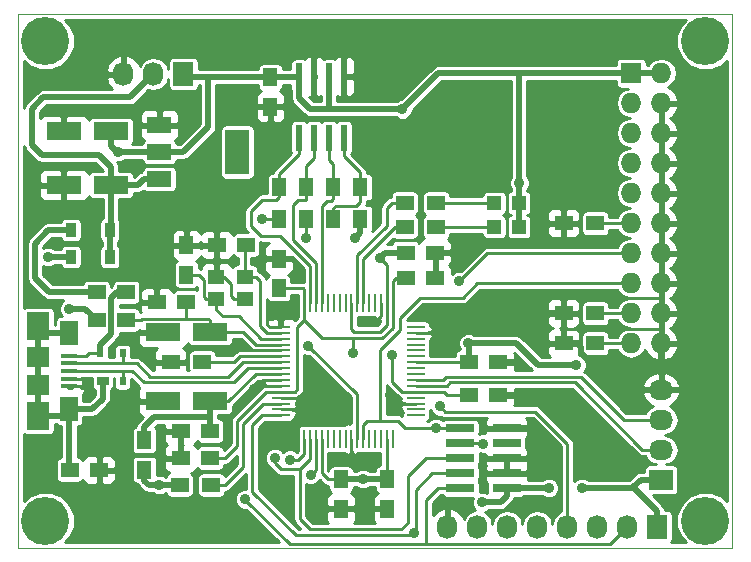
<source format=gbr>
G04 #@! TF.FileFunction,Copper,L1,Top,Signal*
%FSLAX46Y46*%
G04 Gerber Fmt 4.6, Leading zero omitted, Abs format (unit mm)*
G04 Created by KiCad (PCBNEW (2015-01-17 BZR 5377)-product) date Fri 28 Aug 2015 03:12:13 PM ART*
%MOMM*%
G01*
G04 APERTURE LIST*
%ADD10C,0.100000*%
%ADD11R,1.500000X1.250000*%
%ADD12R,1.250000X1.500000*%
%ADD13R,2.999740X1.501140*%
%ADD14R,0.910000X1.220000*%
%ADD15R,1.198880X1.198880*%
%ADD16R,1.348740X0.398780*%
%ADD17R,1.501140X2.100580*%
%ADD18R,1.899920X2.400300*%
%ADD19R,1.899920X1.800860*%
%ADD20R,1.727200X2.032000*%
%ADD21O,1.727200X2.032000*%
%ADD22R,2.032000X1.727200*%
%ADD23O,2.032000X1.727200*%
%ADD24R,1.727200X1.727200*%
%ADD25O,1.727200X1.727200*%
%ADD26R,2.400000X0.750000*%
%ADD27R,2.400000X0.740000*%
%ADD28R,1.300000X1.500000*%
%ADD29R,1.500000X1.300000*%
%ADD30R,0.599440X2.199640*%
%ADD31R,0.599440X0.701040*%
%ADD32R,1.000760X0.701040*%
%ADD33R,1.501140X0.254000*%
%ADD34R,0.254000X1.501140*%
%ADD35R,2.032000X3.810000*%
%ADD36R,2.032000X1.397000*%
%ADD37R,1.400000X1.200000*%
%ADD38C,4.064000*%
%ADD39C,0.889000*%
%ADD40C,0.254000*%
%ADD41C,0.508000*%
G04 APERTURE END LIST*
D10*
X137414000Y-78486000D02*
X136906000Y-78486000D01*
X137414000Y-123698000D02*
X137414000Y-78486000D01*
X136906000Y-123698000D02*
X137414000Y-123698000D01*
X76962000Y-78486000D02*
X76962000Y-81534000D01*
X136906000Y-78486000D02*
X76962000Y-78486000D01*
X133350000Y-123698000D02*
X136906000Y-123698000D01*
X76962000Y-81534000D02*
X76962000Y-112014000D01*
X76962000Y-123698000D02*
X133350000Y-123698000D01*
X76962000Y-112014000D02*
X76962000Y-123698000D01*
D11*
X93746000Y-98044000D03*
X96246000Y-98044000D03*
D12*
X91186000Y-98064000D03*
X91186000Y-100564000D03*
X98298000Y-83840000D03*
X98298000Y-86340000D03*
D11*
X109748000Y-100838000D03*
X112248000Y-100838000D03*
X91166000Y-102870000D03*
X88666000Y-102870000D03*
D13*
X89187020Y-105410000D03*
X93184980Y-105410000D03*
D11*
X93198000Y-113792000D03*
X90698000Y-113792000D03*
D13*
X89187020Y-111252000D03*
X93184980Y-111252000D03*
D12*
X98996500Y-101707000D03*
X98996500Y-99207000D03*
D11*
X93198000Y-116078000D03*
X90698000Y-116078000D03*
X115082000Y-110744000D03*
X117582000Y-110744000D03*
D12*
X104267000Y-117876000D03*
X104267000Y-120376000D03*
X108204000Y-117876000D03*
X108204000Y-120376000D03*
D11*
X115082000Y-107950000D03*
X117582000Y-107950000D03*
D13*
X80805020Y-92964000D03*
X84802980Y-92964000D03*
D11*
X109748000Y-98679000D03*
X112248000Y-98679000D03*
D13*
X80805020Y-88392000D03*
X84802980Y-88392000D03*
D14*
X81423000Y-96774000D03*
X84693000Y-96774000D03*
X81423000Y-99060000D03*
X84693000Y-99060000D03*
D15*
X117251480Y-96520000D03*
X119349520Y-96520000D03*
X117251480Y-94488000D03*
X119349520Y-94488000D03*
D11*
X81300000Y-117094000D03*
X83800000Y-117094000D03*
X86086000Y-104394000D03*
X83586000Y-104394000D03*
X86086000Y-102044500D03*
X83586000Y-102044500D03*
D12*
X87630000Y-114574000D03*
X87630000Y-117074000D03*
D16*
X81280000Y-108712000D03*
X81280000Y-108061760D03*
X81280000Y-109362240D03*
X81280000Y-107411520D03*
X81280000Y-110012480D03*
D17*
X81280000Y-105511600D03*
X81280000Y-111912400D03*
D18*
X78630780Y-104912160D03*
X78630780Y-112511840D03*
D19*
X78630780Y-107561380D03*
X78630780Y-109862620D03*
D20*
X131064000Y-121920000D03*
D21*
X128524000Y-121920000D03*
X125984000Y-121920000D03*
X123444000Y-121920000D03*
X120904000Y-121920000D03*
X118364000Y-121920000D03*
X115824000Y-121920000D03*
X113284000Y-121920000D03*
D22*
X131381500Y-117919500D03*
D23*
X131381500Y-115379500D03*
X131381500Y-112839500D03*
X131381500Y-110299500D03*
D24*
X128841500Y-83502500D03*
D25*
X131381500Y-83502500D03*
X128841500Y-86042500D03*
X131381500Y-86042500D03*
X128841500Y-88582500D03*
X131381500Y-88582500D03*
X128841500Y-91122500D03*
X131381500Y-91122500D03*
X128841500Y-93662500D03*
X131381500Y-93662500D03*
X128841500Y-96202500D03*
X131381500Y-96202500D03*
X128841500Y-98742500D03*
X131381500Y-98742500D03*
X128841500Y-101282500D03*
X131381500Y-101282500D03*
X128841500Y-103822500D03*
X131381500Y-103822500D03*
X128841500Y-106362500D03*
X131381500Y-106362500D03*
D26*
X118282000Y-118618000D03*
D27*
X114382000Y-118618000D03*
D26*
X118282000Y-117348000D03*
D27*
X114382000Y-117348000D03*
X118282000Y-116078000D03*
X114382000Y-116078000D03*
X118282000Y-114808000D03*
D26*
X114382000Y-114808000D03*
X118282000Y-113538000D03*
D27*
X114382000Y-113538000D03*
D20*
X90932000Y-83566000D03*
D21*
X88392000Y-83566000D03*
X85852000Y-83566000D03*
D28*
X105918000Y-95838000D03*
X105918000Y-93138000D03*
X101346000Y-95838000D03*
X101346000Y-93138000D03*
X103632000Y-93138000D03*
X103632000Y-95838000D03*
X99060000Y-95838000D03*
X99060000Y-93138000D03*
D29*
X89836000Y-107950000D03*
X92536000Y-107950000D03*
X90598000Y-118364000D03*
X93298000Y-118364000D03*
X123110000Y-96202500D03*
X125810000Y-96202500D03*
X123110000Y-103822500D03*
X125810000Y-103822500D03*
X123110000Y-106362500D03*
X125810000Y-106362500D03*
X109648000Y-96520000D03*
X112348000Y-96520000D03*
X109648000Y-94488000D03*
X112348000Y-94488000D03*
D30*
X100711000Y-88958420D03*
X101981000Y-88958420D03*
X103251000Y-88958420D03*
X104521000Y-88958420D03*
X104521000Y-83761580D03*
X103251000Y-83761580D03*
X101981000Y-83761580D03*
X100711000Y-83761580D03*
D31*
X83886040Y-107193080D03*
X85785960Y-107193080D03*
X85785960Y-109593380D03*
D32*
X84086700Y-109593380D03*
D33*
X99151440Y-104965500D03*
X99151440Y-105465880D03*
X99151440Y-105966260D03*
X99151440Y-106466640D03*
X99151440Y-106967020D03*
X99151440Y-107464860D03*
X99151440Y-107965240D03*
X99151440Y-108465620D03*
X99151440Y-108963460D03*
X99151440Y-109463840D03*
X99151440Y-109964220D03*
X99151440Y-110462060D03*
X99151440Y-110962440D03*
X99151440Y-111462820D03*
X99151440Y-111963200D03*
X99151440Y-112463580D03*
D34*
X101150420Y-114462560D03*
X101650800Y-114462560D03*
X102151180Y-114462560D03*
X102651560Y-114462560D03*
X103151940Y-114462560D03*
X103649780Y-114462560D03*
X104150160Y-114462560D03*
X104650540Y-114462560D03*
X105148380Y-114462560D03*
X105648760Y-114462560D03*
X106149140Y-114462560D03*
X106646980Y-114462560D03*
X107147360Y-114462560D03*
X107647740Y-114462560D03*
X108148120Y-114462560D03*
X108648500Y-114462560D03*
D33*
X110647480Y-112463580D03*
X110647480Y-111963200D03*
X110647480Y-111462820D03*
X110647480Y-110962440D03*
X110647480Y-110462060D03*
X110647480Y-109964220D03*
X110647480Y-109463840D03*
X110647480Y-108963460D03*
X110647480Y-108465620D03*
X110647480Y-107965240D03*
X110647480Y-107464860D03*
X110647480Y-106967020D03*
X110647480Y-106466640D03*
X110647480Y-105966260D03*
X110647480Y-105465880D03*
X110647480Y-104965500D03*
D34*
X108648500Y-102966520D03*
X108148120Y-102966520D03*
X107647740Y-102966520D03*
X107147360Y-102966520D03*
X106646980Y-102966520D03*
X106149140Y-102966520D03*
X105648760Y-102966520D03*
X105148380Y-102966520D03*
X104650540Y-102966520D03*
X104150160Y-102966520D03*
X103649780Y-102966520D03*
X103151940Y-102966520D03*
X102651560Y-102966520D03*
X102151180Y-102966520D03*
X101650800Y-102966520D03*
X101150420Y-102966520D03*
D35*
X95504000Y-90170000D03*
D36*
X88900000Y-90170000D03*
X88900000Y-92456000D03*
X88900000Y-87884000D03*
D37*
X93726000Y-102616000D03*
X96126000Y-102616000D03*
X93726000Y-100716000D03*
X96126000Y-100716000D03*
D38*
X79248000Y-121412000D03*
X135128000Y-80772000D03*
X79248000Y-80772000D03*
X135128000Y-121412000D03*
D39*
X88900000Y-86106000D03*
X78486000Y-92964000D03*
X105918000Y-83820000D03*
X98425000Y-104013000D03*
X96901000Y-110236000D03*
X105156000Y-116078000D03*
X102235000Y-119888000D03*
X82804000Y-109728000D03*
X86487000Y-111252000D03*
X88011000Y-107315000D03*
X106172000Y-121158000D03*
X122174000Y-111252000D03*
X120523000Y-113538000D03*
X120904000Y-103759000D03*
X123063000Y-94107000D03*
X107188000Y-104521000D03*
X111633000Y-103759000D03*
X108458000Y-110744000D03*
X101600000Y-110998000D03*
X95504000Y-106553000D03*
X100584000Y-100584000D03*
X119380000Y-108204000D03*
X127635000Y-115062000D03*
X127635000Y-116332000D03*
X88900000Y-118364000D03*
X85407500Y-90170000D03*
X81280000Y-103441500D03*
X119380000Y-92773500D03*
X115062000Y-106362500D03*
X106108500Y-117856000D03*
X116205000Y-119824500D03*
X107569000Y-99123500D03*
X97599500Y-95821500D03*
X101346000Y-97472500D03*
X109474000Y-86550500D03*
X105473500Y-97472500D03*
X124650500Y-118618000D03*
X121856500Y-118618000D03*
X124206000Y-108204000D03*
X108585000Y-107315000D03*
X105283000Y-107188000D03*
X79438500Y-99060000D03*
X96139000Y-119570500D03*
X101727000Y-117475000D03*
X110426500Y-122428000D03*
X114300000Y-101092000D03*
X98679000Y-116078000D03*
X112649000Y-111696500D03*
X99949000Y-116205000D03*
X116332000Y-114871500D03*
X112331500Y-113538000D03*
X101473000Y-106553000D03*
D40*
X88900000Y-87884000D02*
X88900000Y-86106000D01*
X80805020Y-92964000D02*
X78486000Y-92964000D01*
X105859580Y-83761580D02*
X105918000Y-83820000D01*
X104521000Y-83761580D02*
X105859580Y-83761580D01*
X98234500Y-104965500D02*
X98044000Y-104775000D01*
X98044000Y-104775000D02*
X98044000Y-104394000D01*
X98044000Y-104394000D02*
X98425000Y-104013000D01*
X99151440Y-104965500D02*
X98234500Y-104965500D01*
X94366000Y-100716000D02*
X93726000Y-100716000D01*
X95250000Y-102616000D02*
X94996000Y-102362000D01*
X94996000Y-102362000D02*
X94996000Y-101346000D01*
X94996000Y-101346000D02*
X94366000Y-100716000D01*
X96126000Y-102616000D02*
X95250000Y-102616000D01*
X97172780Y-109964220D02*
X96901000Y-110236000D01*
X97673160Y-109463840D02*
X99151440Y-109463840D01*
X97673160Y-109463840D02*
X96901000Y-110236000D01*
X99151440Y-109964220D02*
X97172780Y-109964220D01*
X100634800Y-111963200D02*
X101600000Y-110998000D01*
X101564440Y-110962440D02*
X99151440Y-110962440D01*
X101564440Y-110962440D02*
X101600000Y-110998000D01*
X99151440Y-111963200D02*
X100634800Y-111963200D01*
X111831120Y-105465880D02*
X111887000Y-105410000D01*
X110647480Y-105465880D02*
X111831120Y-105465880D01*
X105148380Y-116070380D02*
X105156000Y-116078000D01*
X105148380Y-114462560D02*
X105148380Y-116070380D01*
X102723000Y-120376000D02*
X102235000Y-119888000D01*
X104267000Y-120376000D02*
X102723000Y-120376000D01*
X82519520Y-110012480D02*
X82804000Y-109728000D01*
X82438240Y-109362240D02*
X81280000Y-109362240D01*
X82438240Y-109362240D02*
X82804000Y-109728000D01*
X81280000Y-110012480D02*
X82519520Y-110012480D01*
X89187020Y-111252000D02*
X86487000Y-111252000D01*
X88646000Y-107950000D02*
X88011000Y-107315000D01*
X89836000Y-107950000D02*
X88646000Y-107950000D01*
X106954000Y-120376000D02*
X106172000Y-121158000D01*
X108204000Y-120376000D02*
X106954000Y-120376000D01*
D41*
X121666000Y-110744000D02*
X122174000Y-111252000D01*
X120523000Y-113538000D02*
X118282000Y-113538000D01*
X117582000Y-110744000D02*
X121666000Y-110744000D01*
X120967500Y-103822500D02*
X120904000Y-103759000D01*
X123063000Y-94107000D02*
X123110000Y-94154000D01*
X123110000Y-94154000D02*
X123110000Y-96202500D01*
X123110000Y-103822500D02*
X120967500Y-103822500D01*
X124269500Y-106362500D02*
X123110000Y-106362500D01*
X124587000Y-106680000D02*
X124269500Y-106362500D01*
X124587000Y-107188000D02*
X124587000Y-106680000D01*
X125603000Y-108204000D02*
X124587000Y-107188000D01*
X131064000Y-108204000D02*
X125603000Y-108204000D01*
X131381500Y-107886500D02*
X131064000Y-108204000D01*
X131381500Y-106362500D02*
X131381500Y-107886500D01*
D40*
X107647740Y-104061260D02*
X107188000Y-104521000D01*
X107647740Y-102966520D02*
X107647740Y-104061260D01*
X109176820Y-111462820D02*
X108458000Y-110744000D01*
X110647480Y-111462820D02*
X109176820Y-111462820D01*
X95918020Y-106967020D02*
X95504000Y-106553000D01*
X99151440Y-106967020D02*
X95918020Y-106967020D01*
X100096000Y-99207000D02*
X100584000Y-99695000D01*
X100584000Y-99695000D02*
X100584000Y-100584000D01*
X98996500Y-99207000D02*
X100096000Y-99207000D01*
D41*
X119126000Y-107950000D02*
X119380000Y-108204000D01*
X117582000Y-107950000D02*
X119126000Y-107950000D01*
D40*
X131381500Y-102489000D02*
X131381500Y-103822500D01*
X131381500Y-101282500D02*
X131381500Y-102489000D01*
X123110000Y-102569000D02*
X123444000Y-102235000D01*
X126619000Y-102235000D02*
X127127000Y-102235000D01*
X123444000Y-102235000D02*
X126619000Y-102235000D01*
X123110000Y-103822500D02*
X123110000Y-102569000D01*
X131445000Y-102489000D02*
X131381500Y-102489000D01*
X131381500Y-102489000D02*
X131445000Y-102489000D01*
X127635000Y-102235000D02*
X127889000Y-102489000D01*
X127889000Y-102489000D02*
X131381500Y-102489000D01*
X126619000Y-102235000D02*
X127635000Y-102235000D01*
X131381500Y-105156000D02*
X131381500Y-106362500D01*
X131381500Y-103822500D02*
X131381500Y-105156000D01*
X131445000Y-105156000D02*
X131381500Y-105156000D01*
X131381500Y-105156000D02*
X131445000Y-105156000D01*
X123110000Y-104949000D02*
X123317000Y-105156000D01*
X123317000Y-105156000D02*
X131381500Y-105156000D01*
X123110000Y-103822500D02*
X123110000Y-104949000D01*
D41*
X127635000Y-116332000D02*
X127635000Y-115062000D01*
D40*
X97972880Y-105465880D02*
X97409000Y-104902000D01*
X97409000Y-104902000D02*
X97409000Y-101092000D01*
X97409000Y-101092000D02*
X97033000Y-100716000D01*
X97033000Y-100716000D02*
X96126000Y-100716000D01*
X99151440Y-105465880D02*
X97972880Y-105465880D01*
X96126000Y-98164000D02*
X96246000Y-98044000D01*
X96126000Y-100716000D02*
X96126000Y-98164000D01*
X97520760Y-105966260D02*
X95631000Y-104076500D01*
X95631000Y-104076500D02*
X94297500Y-104076500D01*
X94297500Y-104076500D02*
X93726000Y-103505000D01*
X93726000Y-103505000D02*
X93726000Y-102616000D01*
X99151440Y-105966260D02*
X97520760Y-105966260D01*
X92245500Y-100564000D02*
X92646500Y-100965000D01*
X92646500Y-100965000D02*
X92646500Y-102425500D01*
X92646500Y-102425500D02*
X92837000Y-102616000D01*
X92837000Y-102616000D02*
X93726000Y-102616000D01*
X91440000Y-100564000D02*
X92245500Y-100564000D01*
D41*
X83586000Y-104394000D02*
X82633500Y-103441500D01*
X85407500Y-90170000D02*
X85344000Y-90170000D01*
X82633500Y-103441500D02*
X81280000Y-103441500D01*
X115082000Y-107950000D02*
X115082000Y-106382500D01*
X115082000Y-106382500D02*
X115062000Y-106362500D01*
X119380000Y-92773500D02*
X119349520Y-92773500D01*
X119349520Y-92773500D02*
X119380000Y-92773500D01*
X119380000Y-92773500D02*
X119349520Y-92773500D01*
X118282000Y-118618000D02*
X118282000Y-119335000D01*
X117792500Y-119824500D02*
X116205000Y-119824500D01*
X118282000Y-119335000D02*
X117792500Y-119824500D01*
X106108500Y-117856000D02*
X106108500Y-117876000D01*
X106108500Y-117876000D02*
X106108500Y-117856000D01*
X106108500Y-117856000D02*
X106108500Y-117876000D01*
X119349520Y-94488000D02*
X119349520Y-92773500D01*
X119349520Y-92773500D02*
X119349520Y-83502500D01*
X119380000Y-83629500D02*
X119380000Y-83502500D01*
X119380000Y-83532980D02*
X119380000Y-83629500D01*
X119349520Y-83502500D02*
X119380000Y-83532980D01*
D40*
X108148120Y-102966520D02*
X108148120Y-99702620D01*
X108148120Y-99702620D02*
X107569000Y-99123500D01*
D41*
X108013500Y-98679000D02*
X109748000Y-98679000D01*
X107569000Y-99123500D02*
X108013500Y-98679000D01*
D40*
X97616000Y-95838000D02*
X97599500Y-95821500D01*
X97616000Y-95838000D02*
X99060000Y-95838000D01*
X101346000Y-97472500D02*
X101346000Y-95838000D01*
D41*
X109410500Y-86550500D02*
X109474000Y-86550500D01*
X105918000Y-97028000D02*
X105918000Y-95838000D01*
X105473500Y-97472500D02*
X105918000Y-97028000D01*
X104267000Y-117876000D02*
X106108500Y-117876000D01*
X106108500Y-117876000D02*
X108204000Y-117876000D01*
X131064000Y-121920000D02*
X131064000Y-120586500D01*
X131064000Y-120586500D02*
X129032000Y-118554500D01*
X129667000Y-117919500D02*
X131381500Y-117919500D01*
X129032000Y-118554500D02*
X129667000Y-117919500D01*
X124650500Y-118618000D02*
X128968500Y-118618000D01*
X128968500Y-118618000D02*
X129032000Y-118554500D01*
X118282000Y-118618000D02*
X121856500Y-118618000D01*
X87630000Y-117074000D02*
X87630000Y-117983000D01*
X87630000Y-117983000D02*
X88011000Y-118364000D01*
X88011000Y-118364000D02*
X88900000Y-118364000D01*
X88900000Y-118364000D02*
X90598000Y-118364000D01*
X88900000Y-90170000D02*
X90932000Y-90170000D01*
X93027500Y-88074500D02*
X93027500Y-83840000D01*
X90932000Y-90170000D02*
X93027500Y-88074500D01*
X98298000Y-83840000D02*
X93027500Y-83840000D01*
X93027500Y-83840000D02*
X91206000Y-83840000D01*
X91206000Y-83840000D02*
X90932000Y-83566000D01*
X103251000Y-83761580D02*
X103251000Y-86550500D01*
X103251000Y-86550500D02*
X103251000Y-86487000D01*
X103251000Y-86487000D02*
X103251000Y-86550500D01*
X98298000Y-83840000D02*
X100632580Y-83840000D01*
X100632580Y-83840000D02*
X100711000Y-83761580D01*
X128841500Y-83502500D02*
X119380000Y-83502500D01*
X119380000Y-83502500D02*
X112522000Y-83502500D01*
X112522000Y-83502500D02*
X109474000Y-86550500D01*
X100711000Y-85598000D02*
X100711000Y-83761580D01*
X101663500Y-86550500D02*
X100711000Y-85598000D01*
X109410500Y-86550500D02*
X103251000Y-86550500D01*
X103251000Y-86550500D02*
X101663500Y-86550500D01*
X131381500Y-83502500D02*
X128841500Y-83502500D01*
X88900000Y-90170000D02*
X85344000Y-90170000D01*
X84802980Y-89628980D02*
X84802980Y-88392000D01*
X85344000Y-90170000D02*
X84802980Y-89628980D01*
D40*
X102651560Y-114462560D02*
X102651560Y-117383560D01*
X103144000Y-117876000D02*
X104267000Y-117876000D01*
X102651560Y-117383560D02*
X103144000Y-117876000D01*
D41*
X119349520Y-94488000D02*
X119349520Y-96520000D01*
D40*
X108148120Y-114462560D02*
X108148120Y-117820120D01*
X108148120Y-117820120D02*
X108204000Y-117876000D01*
X105148380Y-105148380D02*
X105148380Y-102966520D01*
X105148380Y-105148380D02*
X105410000Y-105410000D01*
X108148120Y-102966520D02*
X108148120Y-104830880D01*
X107569000Y-105410000D02*
X106553000Y-105410000D01*
X108148120Y-104830880D02*
X107569000Y-105410000D01*
X106553000Y-105410000D02*
X105410000Y-105410000D01*
X115066760Y-107965240D02*
X115082000Y-107950000D01*
X110647480Y-107965240D02*
X115066760Y-107965240D01*
D41*
X124206000Y-108204000D02*
X120967500Y-108204000D01*
X120967500Y-108204000D02*
X119126000Y-106362500D01*
X115062000Y-106362500D02*
X119126000Y-106362500D01*
D40*
X101150420Y-104388920D02*
X100584000Y-104955340D01*
X100357940Y-110462060D02*
X99151440Y-110462060D01*
X100584000Y-110236000D02*
X100357940Y-110462060D01*
X100584000Y-104955340D02*
X100584000Y-110236000D01*
X110647480Y-110462060D02*
X113002060Y-110462060D01*
X113284000Y-110744000D02*
X115082000Y-110744000D01*
X113002060Y-110462060D02*
X113284000Y-110744000D01*
X108648500Y-102966520D02*
X108648500Y-101092000D01*
X108902500Y-100838000D02*
X109748000Y-100838000D01*
X108648500Y-101092000D02*
X108902500Y-100838000D01*
X105283000Y-105918000D02*
X105283000Y-105981500D01*
X105283000Y-105981500D02*
X105283000Y-105918000D01*
X108648500Y-105029000D02*
X107759500Y-105918000D01*
X108648500Y-102966520D02*
X108648500Y-105029000D01*
X107759500Y-105918000D02*
X105283000Y-105918000D01*
X101150420Y-104388920D02*
X101150420Y-102966520D01*
X105283000Y-105918000D02*
X102679500Y-105918000D01*
X102679500Y-105918000D02*
X101150420Y-104388920D01*
X101150420Y-102966520D02*
X101150420Y-101785420D01*
X101150420Y-101785420D02*
X101072000Y-101707000D01*
X101072000Y-101707000D02*
X98996500Y-101707000D01*
X94488000Y-116078000D02*
X95504000Y-115062000D01*
X93198000Y-116078000D02*
X94488000Y-116078000D01*
X97944940Y-110462060D02*
X99151440Y-110462060D01*
X95504000Y-112903000D02*
X97944940Y-110462060D01*
X95504000Y-115062000D02*
X95504000Y-112903000D01*
X109446060Y-110462060D02*
X108585000Y-109601000D01*
X108585000Y-109601000D02*
X108585000Y-107315000D01*
X105283000Y-107188000D02*
X105283000Y-105918000D01*
X110647480Y-110462060D02*
X109446060Y-110462060D01*
X96012000Y-105410000D02*
X97068640Y-106466640D01*
X97068640Y-106466640D02*
X99151440Y-106466640D01*
X93184980Y-105410000D02*
X96012000Y-105410000D01*
X87312500Y-104394000D02*
X87439500Y-104267000D01*
X91186000Y-104267000D02*
X93027500Y-104267000D01*
X87439500Y-104267000D02*
X91186000Y-104267000D01*
X93027500Y-104267000D02*
X93184980Y-104424480D01*
X93184980Y-104424480D02*
X93184980Y-105410000D01*
X86086000Y-104394000D02*
X87312500Y-104394000D01*
X91166000Y-104267000D02*
X91186000Y-104267000D01*
X91166000Y-102870000D02*
X91166000Y-104267000D01*
D41*
X93184980Y-111252000D02*
X93184980Y-112585500D01*
X93184980Y-112585500D02*
X93198000Y-112598520D01*
X93198000Y-111265020D02*
X93184980Y-111252000D01*
X93198000Y-113792000D02*
X93198000Y-112598520D01*
X93198000Y-112598520D02*
X93184980Y-112585500D01*
X87630000Y-114574000D02*
X87630000Y-113411000D01*
X88455500Y-112585500D02*
X93184980Y-112585500D01*
X87630000Y-113411000D02*
X88455500Y-112585500D01*
D40*
X93198000Y-113792000D02*
X93184980Y-113778980D01*
X94742000Y-111252000D02*
X97030540Y-108963460D01*
X97030540Y-108963460D02*
X99151440Y-108963460D01*
X93184980Y-111252000D02*
X94742000Y-111252000D01*
D41*
X84802980Y-92964000D02*
X84802980Y-91470480D01*
X86423500Y-85534500D02*
X88392000Y-83566000D01*
X79057500Y-85534500D02*
X86423500Y-85534500D01*
X78105000Y-86487000D02*
X79057500Y-85534500D01*
X78105000Y-89598500D02*
X78105000Y-86487000D01*
X78930500Y-90424000D02*
X78105000Y-89598500D01*
X83756500Y-90424000D02*
X78930500Y-90424000D01*
X84802980Y-91470480D02*
X83756500Y-90424000D01*
X84802980Y-92964000D02*
X87058500Y-92964000D01*
X87566500Y-92456000D02*
X88900000Y-92456000D01*
X87058500Y-92964000D02*
X87566500Y-92456000D01*
X84802980Y-92964000D02*
X84802980Y-96664020D01*
X84802980Y-96664020D02*
X84693000Y-96774000D01*
X84693000Y-99060000D02*
X84693000Y-96774000D01*
X83586000Y-102044500D02*
X79565500Y-102044500D01*
X79502000Y-96774000D02*
X81423000Y-96774000D01*
X78359000Y-97917000D02*
X79502000Y-96774000D01*
X78359000Y-100838000D02*
X78359000Y-97917000D01*
X79565500Y-102044500D02*
X78359000Y-100838000D01*
X79438500Y-99060000D02*
X81423000Y-99060000D01*
D40*
X112348000Y-96520000D02*
X117251480Y-96520000D01*
X117251480Y-94488000D02*
X112348000Y-94488000D01*
D41*
X79230220Y-105511600D02*
X78630780Y-104912160D01*
X81280000Y-105511600D02*
X79230220Y-105511600D01*
X78630780Y-104912160D02*
X78630780Y-107561380D01*
X78630780Y-107561380D02*
X78630780Y-109862620D01*
X78630780Y-109862620D02*
X78630780Y-112511840D01*
X80680560Y-112511840D02*
X81280000Y-111912400D01*
X78630780Y-112511840D02*
X80680560Y-112511840D01*
X81280000Y-117074000D02*
X81300000Y-117094000D01*
X81280000Y-111912400D02*
X81280000Y-117074000D01*
X83223100Y-111912400D02*
X84086700Y-111048800D01*
X84086700Y-111048800D02*
X84086700Y-109593380D01*
X81280000Y-111912400D02*
X83223100Y-111912400D01*
X83886040Y-107193080D02*
X83886040Y-106486960D01*
X85280500Y-102044500D02*
X86086000Y-102044500D01*
X84836000Y-102489000D02*
X85280500Y-102044500D01*
X84836000Y-105537000D02*
X84836000Y-102489000D01*
X83886040Y-106486960D02*
X84836000Y-105537000D01*
D40*
X82707480Y-107411520D02*
X82925920Y-107193080D01*
X82925920Y-107193080D02*
X83886040Y-107193080D01*
X81280000Y-107411520D02*
X82707480Y-107411520D01*
X96385380Y-108465620D02*
X99151440Y-108465620D01*
X95173798Y-109677202D02*
X96385380Y-108465620D01*
X87579202Y-109677202D02*
X95173798Y-109677202D01*
X86614000Y-108712000D02*
X87579202Y-109677202D01*
X85788500Y-108712000D02*
X86614000Y-108712000D01*
X81280000Y-108712000D02*
X85788500Y-108712000D01*
X85785960Y-108712000D02*
X85788500Y-108712000D01*
X85785960Y-109402880D02*
X85785960Y-108712000D01*
X95996760Y-107965240D02*
X99151440Y-107965240D01*
X88138000Y-109220000D02*
X86979760Y-108061760D01*
X94742000Y-109220000D02*
X88138000Y-109220000D01*
X95996760Y-107965240D02*
X94742000Y-109220000D01*
X85788500Y-108061760D02*
X86979760Y-108061760D01*
X81280000Y-108061760D02*
X85788500Y-108061760D01*
X85785960Y-108061760D02*
X85788500Y-108059220D01*
X85788500Y-108059220D02*
X85788500Y-108013500D01*
X85788500Y-108013500D02*
X85788500Y-108061760D01*
X85785960Y-107002580D02*
X85785960Y-108061760D01*
X99949000Y-123380500D02*
X96266000Y-119697500D01*
X111506000Y-123380500D02*
X99949000Y-123380500D01*
X96266000Y-119697500D02*
X96139000Y-119570500D01*
X114382000Y-118618000D02*
X112522000Y-118618000D01*
X111506000Y-119634000D02*
X111506000Y-123380500D01*
X112522000Y-118618000D02*
X111506000Y-119634000D01*
X128524000Y-121920000D02*
X127063500Y-123380500D01*
X127063500Y-123380500D02*
X111506000Y-123380500D01*
X102151180Y-114462560D02*
X102151180Y-117050820D01*
X102151180Y-117050820D02*
X101727000Y-117475000D01*
X114382000Y-117348000D02*
X112014000Y-117348000D01*
X97594420Y-112463580D02*
X99151440Y-112463580D01*
X96774000Y-113284000D02*
X97594420Y-112463580D01*
X96774000Y-118935500D02*
X96774000Y-113284000D01*
X100457000Y-122618500D02*
X96774000Y-118935500D01*
X110236000Y-122618500D02*
X100457000Y-122618500D01*
X110617000Y-122237500D02*
X110236000Y-122618500D01*
X110617000Y-118745000D02*
X110617000Y-122237500D01*
X112014000Y-117348000D02*
X110617000Y-118745000D01*
X128841500Y-98742500D02*
X116649500Y-98742500D01*
X116649500Y-98742500D02*
X114300000Y-101092000D01*
X114382000Y-116078000D02*
X111442500Y-116078000D01*
X100774500Y-121221500D02*
X100774500Y-117030500D01*
X101663500Y-122110500D02*
X100774500Y-121221500D01*
X109347000Y-122110500D02*
X101663500Y-122110500D01*
X109918500Y-121539000D02*
X109347000Y-122110500D01*
X109918500Y-117602000D02*
X109918500Y-121539000D01*
X111442500Y-116078000D02*
X109918500Y-117602000D01*
X123444000Y-121920000D02*
X123444000Y-114871500D01*
X101650800Y-116154200D02*
X101650800Y-114462560D01*
X100774500Y-117030500D02*
X101650800Y-116154200D01*
X99187000Y-117030500D02*
X100774500Y-117030500D01*
X98679000Y-116522500D02*
X99187000Y-117030500D01*
X98679000Y-116078000D02*
X98679000Y-116522500D01*
X113093500Y-112141000D02*
X112649000Y-111696500D01*
X120713500Y-112141000D02*
X113093500Y-112141000D01*
X123444000Y-114871500D02*
X120713500Y-112141000D01*
X101150420Y-115702080D02*
X101150420Y-114462560D01*
X100647500Y-116205000D02*
X101150420Y-115702080D01*
X99949000Y-116205000D02*
X100647500Y-116205000D01*
X116268500Y-114808000D02*
X114382000Y-114808000D01*
X116332000Y-114871500D02*
X116268500Y-114808000D01*
X107569000Y-112903000D02*
X107569000Y-106934000D01*
X115824000Y-101282500D02*
X128841500Y-101282500D01*
X114617500Y-102489000D02*
X115824000Y-101282500D01*
X110998000Y-102489000D02*
X114617500Y-102489000D01*
X109283500Y-104203500D02*
X110998000Y-102489000D01*
X109283500Y-105219500D02*
X109283500Y-104203500D01*
X107569000Y-106934000D02*
X109283500Y-105219500D01*
X106149140Y-114462560D02*
X106149140Y-113243360D01*
X109728000Y-113538000D02*
X112331500Y-113538000D01*
X112331500Y-113538000D02*
X114382000Y-113538000D01*
X109093000Y-112903000D02*
X109728000Y-113538000D01*
X106489500Y-112903000D02*
X107569000Y-112903000D01*
X107569000Y-112903000D02*
X109093000Y-112903000D01*
X106149140Y-113243360D02*
X106489500Y-112903000D01*
X110647480Y-109964220D02*
X113238280Y-109964220D01*
X129794000Y-115379500D02*
X131381500Y-115379500D01*
X124091702Y-109677202D02*
X129794000Y-115379500D01*
X113525298Y-109677202D02*
X124091702Y-109677202D01*
X113238280Y-109964220D02*
X113525298Y-109677202D01*
X110647480Y-109463840D02*
X112913160Y-109463840D01*
X128206500Y-112839500D02*
X131381500Y-112839500D01*
X124587000Y-109220000D02*
X128206500Y-112839500D01*
X113157000Y-109220000D02*
X124587000Y-109220000D01*
X112913160Y-109463840D02*
X113157000Y-109220000D01*
X105648760Y-114462560D02*
X105648760Y-110695740D01*
X101506020Y-106553000D02*
X101473000Y-106553000D01*
X105648760Y-110695740D02*
X101506020Y-106553000D01*
X125810000Y-96202500D02*
X128841500Y-96202500D01*
X128841500Y-103822500D02*
X125810000Y-103822500D01*
X128841500Y-106362500D02*
X125810000Y-106362500D01*
X105918000Y-91884500D02*
X105600500Y-91567000D01*
X104521000Y-90487500D02*
X104521000Y-88958420D01*
X104521000Y-90487500D02*
X105600500Y-91567000D01*
X105918000Y-93138000D02*
X105918000Y-91884500D01*
X103632000Y-94932500D02*
X103632000Y-95838000D01*
X105537000Y-94742000D02*
X105918000Y-94361000D01*
X103822500Y-94742000D02*
X105537000Y-94742000D01*
X103632000Y-94932500D02*
X103822500Y-94742000D01*
X105918000Y-93138000D02*
X105918000Y-94361000D01*
X102151180Y-99547680D02*
X100203000Y-97599500D01*
X100203000Y-97599500D02*
X100203000Y-94678500D01*
X100203000Y-94678500D02*
X100647500Y-94234000D01*
X100647500Y-94234000D02*
X101282500Y-94234000D01*
X101282500Y-94234000D02*
X101346000Y-94170500D01*
X101346000Y-94170500D02*
X101346000Y-93138000D01*
X102151180Y-102966520D02*
X102151180Y-99547680D01*
X101981000Y-90678000D02*
X101346000Y-91313000D01*
X101346000Y-91313000D02*
X101346000Y-93138000D01*
X101981000Y-88958420D02*
X101981000Y-90678000D01*
X103632000Y-94107000D02*
X103441500Y-94297500D01*
X102651560Y-94769940D02*
X103124000Y-94297500D01*
X103124000Y-94297500D02*
X103441500Y-94297500D01*
X102651560Y-94769940D02*
X102651560Y-102966520D01*
X103632000Y-93138000D02*
X103632000Y-94107000D01*
X103251000Y-90805000D02*
X103632000Y-91186000D01*
X103632000Y-91186000D02*
X103632000Y-93138000D01*
X103251000Y-88958420D02*
X103251000Y-90805000D01*
X101650800Y-99809300D02*
X99123500Y-97282000D01*
X99123500Y-97282000D02*
X97472500Y-97282000D01*
X97472500Y-97282000D02*
X96647000Y-96456500D01*
X96647000Y-96456500D02*
X96647000Y-95186500D01*
X96647000Y-95186500D02*
X97599500Y-94234000D01*
X97599500Y-94234000D02*
X98806000Y-94234000D01*
X98806000Y-94234000D02*
X99060000Y-93980000D01*
X99060000Y-93980000D02*
X99060000Y-93138000D01*
X101650800Y-102966520D02*
X101650800Y-99809300D01*
X99060000Y-92011500D02*
X100711000Y-90360500D01*
X100711000Y-90360500D02*
X100711000Y-88958420D01*
X99060000Y-93138000D02*
X99060000Y-92011500D01*
X95735140Y-107464860D02*
X95250000Y-107950000D01*
X95250000Y-107950000D02*
X92536000Y-107950000D01*
X99151440Y-107464860D02*
X95735140Y-107464860D01*
X94488000Y-118364000D02*
X96012000Y-116840000D01*
X96012000Y-116840000D02*
X96012000Y-113157000D01*
X96012000Y-113157000D02*
X97706180Y-111462820D01*
X97706180Y-111462820D02*
X99151440Y-111462820D01*
X93298000Y-118364000D02*
X94488000Y-118364000D01*
X108839000Y-96520000D02*
X106149140Y-99209860D01*
X106149140Y-99209860D02*
X106149140Y-102966520D01*
X109648000Y-96520000D02*
X108839000Y-96520000D01*
X105648760Y-98884740D02*
X108140500Y-96393000D01*
X108140500Y-96393000D02*
X108140500Y-94932500D01*
X108140500Y-94932500D02*
X108585000Y-94488000D01*
X108585000Y-94488000D02*
X109648000Y-94488000D01*
X105648760Y-102966520D02*
X105648760Y-98884740D01*
G36*
X81481295Y-110112175D02*
X81407000Y-110112175D01*
X81407000Y-110159480D01*
X81153000Y-110159480D01*
X81153000Y-110112175D01*
X81133000Y-110112175D01*
X81133000Y-110057880D01*
X81153000Y-110037880D01*
X81153000Y-109912785D01*
X81153000Y-109865480D01*
X81407000Y-109865480D01*
X81407000Y-109912785D01*
X81407000Y-110037880D01*
X81481295Y-110112175D01*
X81481295Y-110112175D01*
G37*
X81481295Y-110112175D02*
X81407000Y-110112175D01*
X81407000Y-110159480D01*
X81153000Y-110159480D01*
X81153000Y-110112175D01*
X81133000Y-110112175D01*
X81133000Y-110057880D01*
X81153000Y-110037880D01*
X81153000Y-109912785D01*
X81153000Y-109865480D01*
X81407000Y-109865480D01*
X81407000Y-109912785D01*
X81407000Y-110037880D01*
X81481295Y-110112175D01*
G36*
X83405700Y-110766720D02*
X82941020Y-111231400D01*
X82465935Y-111231400D01*
X82465935Y-110862110D01*
X82434346Y-110699296D01*
X82406840Y-110657424D01*
X82492697Y-110571568D01*
X82589370Y-110338179D01*
X82589370Y-110270925D01*
X82430620Y-110112175D01*
X82284572Y-110112175D01*
X82314069Y-110099957D01*
X82492697Y-109921328D01*
X82542632Y-109800772D01*
X82589370Y-109754035D01*
X82589370Y-109687939D01*
X82589370Y-109686781D01*
X82589370Y-109620685D01*
X82542632Y-109573947D01*
X82492697Y-109453392D01*
X82314069Y-109274763D01*
X82292913Y-109266000D01*
X83150955Y-109266000D01*
X83150955Y-109943900D01*
X83182544Y-110106714D01*
X83276544Y-110249812D01*
X83405700Y-110336992D01*
X83405700Y-110766720D01*
X83405700Y-110766720D01*
G37*
X83405700Y-110766720D02*
X82941020Y-111231400D01*
X82465935Y-111231400D01*
X82465935Y-110862110D01*
X82434346Y-110699296D01*
X82406840Y-110657424D01*
X82492697Y-110571568D01*
X82589370Y-110338179D01*
X82589370Y-110270925D01*
X82430620Y-110112175D01*
X82284572Y-110112175D01*
X82314069Y-110099957D01*
X82492697Y-109921328D01*
X82542632Y-109800772D01*
X82589370Y-109754035D01*
X82589370Y-109687939D01*
X82589370Y-109686781D01*
X82589370Y-109620685D01*
X82542632Y-109573947D01*
X82492697Y-109453392D01*
X82314069Y-109274763D01*
X82292913Y-109266000D01*
X83150955Y-109266000D01*
X83150955Y-109943900D01*
X83182544Y-110106714D01*
X83276544Y-110249812D01*
X83405700Y-110336992D01*
X83405700Y-110766720D01*
G36*
X92346500Y-87792420D02*
X90649920Y-89489000D01*
X90351365Y-89489000D01*
X90351365Y-89471500D01*
X90319776Y-89308686D01*
X90225776Y-89165588D01*
X90203666Y-89150663D01*
X90275699Y-89120827D01*
X90454327Y-88942198D01*
X90551000Y-88708809D01*
X90551000Y-88169750D01*
X90551000Y-87598250D01*
X90551000Y-87059191D01*
X90454327Y-86825802D01*
X90275699Y-86647173D01*
X90042310Y-86550500D01*
X89789691Y-86550500D01*
X89185750Y-86550500D01*
X89027000Y-86709250D01*
X89027000Y-87757000D01*
X90392250Y-87757000D01*
X90551000Y-87598250D01*
X90551000Y-88169750D01*
X90392250Y-88011000D01*
X89027000Y-88011000D01*
X89027000Y-88031000D01*
X88773000Y-88031000D01*
X88773000Y-88011000D01*
X88773000Y-87757000D01*
X88773000Y-86709250D01*
X88614250Y-86550500D01*
X88010309Y-86550500D01*
X87757690Y-86550500D01*
X87524301Y-86647173D01*
X87345673Y-86825802D01*
X87249000Y-87059191D01*
X87249000Y-87598250D01*
X87407750Y-87757000D01*
X88773000Y-87757000D01*
X88773000Y-88011000D01*
X87407750Y-88011000D01*
X87249000Y-88169750D01*
X87249000Y-88708809D01*
X87345673Y-88942198D01*
X87524301Y-89120827D01*
X87595469Y-89150306D01*
X87578088Y-89161724D01*
X87482300Y-89303632D01*
X87448635Y-89471500D01*
X87448635Y-89489000D01*
X86552962Y-89489000D01*
X86608762Y-89452346D01*
X86704550Y-89310438D01*
X86738215Y-89142570D01*
X86738215Y-87641430D01*
X86706626Y-87478616D01*
X86612626Y-87335518D01*
X86470718Y-87239730D01*
X86302850Y-87206065D01*
X83303110Y-87206065D01*
X83140296Y-87237654D01*
X82997198Y-87331654D01*
X82914588Y-87454037D01*
X82843217Y-87281731D01*
X82664588Y-87103103D01*
X82431199Y-87006430D01*
X81090770Y-87006430D01*
X80932020Y-87165180D01*
X80932020Y-88265000D01*
X80952020Y-88265000D01*
X80952020Y-88519000D01*
X80932020Y-88519000D01*
X80932020Y-88539000D01*
X80678020Y-88539000D01*
X80678020Y-88519000D01*
X80658020Y-88519000D01*
X80658020Y-88265000D01*
X80678020Y-88265000D01*
X80678020Y-87165180D01*
X80519270Y-87006430D01*
X79178841Y-87006430D01*
X78945452Y-87103103D01*
X78786000Y-87262554D01*
X78786000Y-86769079D01*
X79339579Y-86215500D01*
X86423500Y-86215500D01*
X86684107Y-86163662D01*
X86684108Y-86163662D01*
X86905040Y-86016040D01*
X87968123Y-84952955D01*
X88392000Y-85037270D01*
X88885891Y-84939029D01*
X89304592Y-84659262D01*
X89584359Y-84240561D01*
X89633035Y-83995850D01*
X89633035Y-84582000D01*
X89664624Y-84744814D01*
X89758624Y-84887912D01*
X89900532Y-84983700D01*
X90068400Y-85017365D01*
X91795600Y-85017365D01*
X91958414Y-84985776D01*
X92101512Y-84891776D01*
X92197300Y-84749868D01*
X92230965Y-84582000D01*
X92230965Y-84521000D01*
X92346500Y-84521000D01*
X92346500Y-87792420D01*
X92346500Y-87792420D01*
G37*
X92346500Y-87792420D02*
X90649920Y-89489000D01*
X90351365Y-89489000D01*
X90351365Y-89471500D01*
X90319776Y-89308686D01*
X90225776Y-89165588D01*
X90203666Y-89150663D01*
X90275699Y-89120827D01*
X90454327Y-88942198D01*
X90551000Y-88708809D01*
X90551000Y-88169750D01*
X90551000Y-87598250D01*
X90551000Y-87059191D01*
X90454327Y-86825802D01*
X90275699Y-86647173D01*
X90042310Y-86550500D01*
X89789691Y-86550500D01*
X89185750Y-86550500D01*
X89027000Y-86709250D01*
X89027000Y-87757000D01*
X90392250Y-87757000D01*
X90551000Y-87598250D01*
X90551000Y-88169750D01*
X90392250Y-88011000D01*
X89027000Y-88011000D01*
X89027000Y-88031000D01*
X88773000Y-88031000D01*
X88773000Y-88011000D01*
X88773000Y-87757000D01*
X88773000Y-86709250D01*
X88614250Y-86550500D01*
X88010309Y-86550500D01*
X87757690Y-86550500D01*
X87524301Y-86647173D01*
X87345673Y-86825802D01*
X87249000Y-87059191D01*
X87249000Y-87598250D01*
X87407750Y-87757000D01*
X88773000Y-87757000D01*
X88773000Y-88011000D01*
X87407750Y-88011000D01*
X87249000Y-88169750D01*
X87249000Y-88708809D01*
X87345673Y-88942198D01*
X87524301Y-89120827D01*
X87595469Y-89150306D01*
X87578088Y-89161724D01*
X87482300Y-89303632D01*
X87448635Y-89471500D01*
X87448635Y-89489000D01*
X86552962Y-89489000D01*
X86608762Y-89452346D01*
X86704550Y-89310438D01*
X86738215Y-89142570D01*
X86738215Y-87641430D01*
X86706626Y-87478616D01*
X86612626Y-87335518D01*
X86470718Y-87239730D01*
X86302850Y-87206065D01*
X83303110Y-87206065D01*
X83140296Y-87237654D01*
X82997198Y-87331654D01*
X82914588Y-87454037D01*
X82843217Y-87281731D01*
X82664588Y-87103103D01*
X82431199Y-87006430D01*
X81090770Y-87006430D01*
X80932020Y-87165180D01*
X80932020Y-88265000D01*
X80952020Y-88265000D01*
X80952020Y-88519000D01*
X80932020Y-88519000D01*
X80932020Y-88539000D01*
X80678020Y-88539000D01*
X80678020Y-88519000D01*
X80658020Y-88519000D01*
X80658020Y-88265000D01*
X80678020Y-88265000D01*
X80678020Y-87165180D01*
X80519270Y-87006430D01*
X79178841Y-87006430D01*
X78945452Y-87103103D01*
X78786000Y-87262554D01*
X78786000Y-86769079D01*
X79339579Y-86215500D01*
X86423500Y-86215500D01*
X86684107Y-86163662D01*
X86684108Y-86163662D01*
X86905040Y-86016040D01*
X87968123Y-84952955D01*
X88392000Y-85037270D01*
X88885891Y-84939029D01*
X89304592Y-84659262D01*
X89584359Y-84240561D01*
X89633035Y-83995850D01*
X89633035Y-84582000D01*
X89664624Y-84744814D01*
X89758624Y-84887912D01*
X89900532Y-84983700D01*
X90068400Y-85017365D01*
X91795600Y-85017365D01*
X91958414Y-84985776D01*
X92101512Y-84891776D01*
X92197300Y-84749868D01*
X92230965Y-84582000D01*
X92230965Y-84521000D01*
X92346500Y-84521000D01*
X92346500Y-87792420D01*
G36*
X96273000Y-102743000D02*
X96253000Y-102743000D01*
X96253000Y-102763000D01*
X95999000Y-102763000D01*
X95999000Y-102743000D01*
X95979000Y-102743000D01*
X95979000Y-102489000D01*
X95999000Y-102489000D01*
X95999000Y-102469000D01*
X96253000Y-102469000D01*
X96253000Y-102489000D01*
X96273000Y-102489000D01*
X96273000Y-102743000D01*
X96273000Y-102743000D01*
G37*
X96273000Y-102743000D02*
X96253000Y-102743000D01*
X96253000Y-102763000D01*
X95999000Y-102763000D01*
X95999000Y-102743000D01*
X95979000Y-102743000D01*
X95979000Y-102489000D01*
X95999000Y-102489000D01*
X95999000Y-102469000D01*
X96253000Y-102469000D01*
X96253000Y-102489000D01*
X96273000Y-102489000D01*
X96273000Y-102743000D01*
G36*
X96755448Y-106910860D02*
X95735140Y-106910860D01*
X95523134Y-106953030D01*
X95343403Y-107073123D01*
X95020526Y-107396000D01*
X93721365Y-107396000D01*
X93721365Y-107300000D01*
X93689776Y-107137186D01*
X93595776Y-106994088D01*
X93453868Y-106898300D01*
X93286000Y-106864635D01*
X91786000Y-106864635D01*
X91623186Y-106896224D01*
X91480088Y-106990224D01*
X91384300Y-107132132D01*
X91350635Y-107300000D01*
X91350635Y-108600000D01*
X91363440Y-108666000D01*
X91221000Y-108666000D01*
X91221000Y-108473691D01*
X91221000Y-108235750D01*
X91062250Y-108077000D01*
X89963000Y-108077000D01*
X89963000Y-108097000D01*
X89709000Y-108097000D01*
X89709000Y-108077000D01*
X88609750Y-108077000D01*
X88451000Y-108235750D01*
X88451000Y-108473691D01*
X88451000Y-108666000D01*
X88367474Y-108666000D01*
X87371497Y-107670023D01*
X87191767Y-107549931D01*
X86979760Y-107507760D01*
X86521045Y-107507760D01*
X86521045Y-106842560D01*
X86489456Y-106679746D01*
X86395456Y-106536648D01*
X86253548Y-106440860D01*
X86085680Y-106407195D01*
X85486240Y-106407195D01*
X85323426Y-106438784D01*
X85180328Y-106532784D01*
X85084540Y-106674692D01*
X85050875Y-106842560D01*
X85050875Y-107507760D01*
X84621125Y-107507760D01*
X84621125Y-106842560D01*
X84600390Y-106735689D01*
X85317536Y-106018542D01*
X85317539Y-106018540D01*
X85317540Y-106018540D01*
X85465161Y-105797608D01*
X85465162Y-105797607D01*
X85517000Y-105537000D01*
X85517000Y-105454365D01*
X86836000Y-105454365D01*
X86998814Y-105422776D01*
X87141912Y-105328776D01*
X87188160Y-105260260D01*
X87210900Y-105283000D01*
X89060020Y-105283000D01*
X89060020Y-105263000D01*
X89314020Y-105263000D01*
X89314020Y-105283000D01*
X89334020Y-105283000D01*
X89334020Y-105537000D01*
X89314020Y-105537000D01*
X89314020Y-105557000D01*
X89060020Y-105557000D01*
X89060020Y-105537000D01*
X87210900Y-105537000D01*
X87052150Y-105695750D01*
X87052150Y-106034261D01*
X87052150Y-106286880D01*
X87148823Y-106520269D01*
X87327452Y-106698897D01*
X87560841Y-106795570D01*
X88692404Y-106795570D01*
X88547673Y-106940301D01*
X88451000Y-107173690D01*
X88451000Y-107426309D01*
X88451000Y-107664250D01*
X88609750Y-107823000D01*
X89709000Y-107823000D01*
X89709000Y-107803000D01*
X89963000Y-107803000D01*
X89963000Y-107823000D01*
X91062250Y-107823000D01*
X91221000Y-107664250D01*
X91221000Y-107426309D01*
X91221000Y-107173690D01*
X91124327Y-106940301D01*
X90945698Y-106761673D01*
X90920365Y-106751180D01*
X91046588Y-106698897D01*
X91225217Y-106520269D01*
X91296933Y-106347130D01*
X91375334Y-106466482D01*
X91517242Y-106562270D01*
X91685110Y-106595935D01*
X94684850Y-106595935D01*
X94847664Y-106564346D01*
X94990762Y-106470346D01*
X95086550Y-106328438D01*
X95120215Y-106160570D01*
X95120215Y-105964000D01*
X95782526Y-105964000D01*
X96676903Y-106858377D01*
X96755448Y-106910860D01*
X96755448Y-106910860D01*
G37*
X96755448Y-106910860D02*
X95735140Y-106910860D01*
X95523134Y-106953030D01*
X95343403Y-107073123D01*
X95020526Y-107396000D01*
X93721365Y-107396000D01*
X93721365Y-107300000D01*
X93689776Y-107137186D01*
X93595776Y-106994088D01*
X93453868Y-106898300D01*
X93286000Y-106864635D01*
X91786000Y-106864635D01*
X91623186Y-106896224D01*
X91480088Y-106990224D01*
X91384300Y-107132132D01*
X91350635Y-107300000D01*
X91350635Y-108600000D01*
X91363440Y-108666000D01*
X91221000Y-108666000D01*
X91221000Y-108473691D01*
X91221000Y-108235750D01*
X91062250Y-108077000D01*
X89963000Y-108077000D01*
X89963000Y-108097000D01*
X89709000Y-108097000D01*
X89709000Y-108077000D01*
X88609750Y-108077000D01*
X88451000Y-108235750D01*
X88451000Y-108473691D01*
X88451000Y-108666000D01*
X88367474Y-108666000D01*
X87371497Y-107670023D01*
X87191767Y-107549931D01*
X86979760Y-107507760D01*
X86521045Y-107507760D01*
X86521045Y-106842560D01*
X86489456Y-106679746D01*
X86395456Y-106536648D01*
X86253548Y-106440860D01*
X86085680Y-106407195D01*
X85486240Y-106407195D01*
X85323426Y-106438784D01*
X85180328Y-106532784D01*
X85084540Y-106674692D01*
X85050875Y-106842560D01*
X85050875Y-107507760D01*
X84621125Y-107507760D01*
X84621125Y-106842560D01*
X84600390Y-106735689D01*
X85317536Y-106018542D01*
X85317539Y-106018540D01*
X85317540Y-106018540D01*
X85465161Y-105797608D01*
X85465162Y-105797607D01*
X85517000Y-105537000D01*
X85517000Y-105454365D01*
X86836000Y-105454365D01*
X86998814Y-105422776D01*
X87141912Y-105328776D01*
X87188160Y-105260260D01*
X87210900Y-105283000D01*
X89060020Y-105283000D01*
X89060020Y-105263000D01*
X89314020Y-105263000D01*
X89314020Y-105283000D01*
X89334020Y-105283000D01*
X89334020Y-105537000D01*
X89314020Y-105537000D01*
X89314020Y-105557000D01*
X89060020Y-105557000D01*
X89060020Y-105537000D01*
X87210900Y-105537000D01*
X87052150Y-105695750D01*
X87052150Y-106034261D01*
X87052150Y-106286880D01*
X87148823Y-106520269D01*
X87327452Y-106698897D01*
X87560841Y-106795570D01*
X88692404Y-106795570D01*
X88547673Y-106940301D01*
X88451000Y-107173690D01*
X88451000Y-107426309D01*
X88451000Y-107664250D01*
X88609750Y-107823000D01*
X89709000Y-107823000D01*
X89709000Y-107803000D01*
X89963000Y-107803000D01*
X89963000Y-107823000D01*
X91062250Y-107823000D01*
X91221000Y-107664250D01*
X91221000Y-107426309D01*
X91221000Y-107173690D01*
X91124327Y-106940301D01*
X90945698Y-106761673D01*
X90920365Y-106751180D01*
X91046588Y-106698897D01*
X91225217Y-106520269D01*
X91296933Y-106347130D01*
X91375334Y-106466482D01*
X91517242Y-106562270D01*
X91685110Y-106595935D01*
X94684850Y-106595935D01*
X94847664Y-106564346D01*
X94990762Y-106470346D01*
X95086550Y-106328438D01*
X95120215Y-106160570D01*
X95120215Y-105964000D01*
X95782526Y-105964000D01*
X96676903Y-106858377D01*
X96755448Y-106910860D01*
G36*
X97815604Y-109837218D02*
X97765870Y-109837218D01*
X97765870Y-109943679D01*
X97732933Y-109950231D01*
X97553203Y-110070323D01*
X95112263Y-112511263D01*
X94992171Y-112690993D01*
X94950000Y-112903000D01*
X94950000Y-114832526D01*
X94374616Y-115407909D01*
X94351776Y-115290186D01*
X94257776Y-115147088D01*
X94115868Y-115051300D01*
X93948000Y-115017635D01*
X92448000Y-115017635D01*
X92285186Y-115049224D01*
X92142088Y-115143224D01*
X92058375Y-115267241D01*
X91986327Y-115093301D01*
X91828025Y-114935000D01*
X91986327Y-114776699D01*
X92058731Y-114601899D01*
X92138224Y-114722912D01*
X92280132Y-114818700D01*
X92448000Y-114852365D01*
X93948000Y-114852365D01*
X94110814Y-114820776D01*
X94253912Y-114726776D01*
X94349700Y-114584868D01*
X94383365Y-114417000D01*
X94383365Y-113167000D01*
X94351776Y-113004186D01*
X94257776Y-112861088D01*
X94115868Y-112765300D01*
X93948000Y-112731635D01*
X93879000Y-112731635D01*
X93879000Y-112598520D01*
X93865980Y-112533064D01*
X93865980Y-112533063D01*
X93865980Y-112437935D01*
X94684850Y-112437935D01*
X94847664Y-112406346D01*
X94990762Y-112312346D01*
X95086550Y-112170438D01*
X95120215Y-112002570D01*
X95120215Y-111652772D01*
X95133737Y-111643737D01*
X97260014Y-109517460D01*
X97765870Y-109517460D01*
X97765870Y-109590842D01*
X97815603Y-109590842D01*
X97783421Y-109668538D01*
X97765870Y-109686090D01*
X97765870Y-109710911D01*
X97765870Y-109717149D01*
X97765870Y-109741970D01*
X97783421Y-109759521D01*
X97815604Y-109837218D01*
X97815604Y-109837218D01*
G37*
X97815604Y-109837218D02*
X97765870Y-109837218D01*
X97765870Y-109943679D01*
X97732933Y-109950231D01*
X97553203Y-110070323D01*
X95112263Y-112511263D01*
X94992171Y-112690993D01*
X94950000Y-112903000D01*
X94950000Y-114832526D01*
X94374616Y-115407909D01*
X94351776Y-115290186D01*
X94257776Y-115147088D01*
X94115868Y-115051300D01*
X93948000Y-115017635D01*
X92448000Y-115017635D01*
X92285186Y-115049224D01*
X92142088Y-115143224D01*
X92058375Y-115267241D01*
X91986327Y-115093301D01*
X91828025Y-114935000D01*
X91986327Y-114776699D01*
X92058731Y-114601899D01*
X92138224Y-114722912D01*
X92280132Y-114818700D01*
X92448000Y-114852365D01*
X93948000Y-114852365D01*
X94110814Y-114820776D01*
X94253912Y-114726776D01*
X94349700Y-114584868D01*
X94383365Y-114417000D01*
X94383365Y-113167000D01*
X94351776Y-113004186D01*
X94257776Y-112861088D01*
X94115868Y-112765300D01*
X93948000Y-112731635D01*
X93879000Y-112731635D01*
X93879000Y-112598520D01*
X93865980Y-112533064D01*
X93865980Y-112533063D01*
X93865980Y-112437935D01*
X94684850Y-112437935D01*
X94847664Y-112406346D01*
X94990762Y-112312346D01*
X95086550Y-112170438D01*
X95120215Y-112002570D01*
X95120215Y-111652772D01*
X95133737Y-111643737D01*
X97260014Y-109517460D01*
X97765870Y-109517460D01*
X97765870Y-109590842D01*
X97815603Y-109590842D01*
X97783421Y-109668538D01*
X97765870Y-109686090D01*
X97765870Y-109710911D01*
X97765870Y-109717149D01*
X97765870Y-109741970D01*
X97783421Y-109759521D01*
X97815604Y-109837218D01*
G36*
X99006026Y-123221000D02*
X85185000Y-123221000D01*
X85185000Y-117845310D01*
X85185000Y-117592691D01*
X85185000Y-117379750D01*
X85185000Y-116808250D01*
X85185000Y-116595309D01*
X85185000Y-116342690D01*
X85088327Y-116109301D01*
X84909698Y-115930673D01*
X84676309Y-115834000D01*
X84085750Y-115834000D01*
X83927000Y-115992750D01*
X83927000Y-116967000D01*
X85026250Y-116967000D01*
X85185000Y-116808250D01*
X85185000Y-117379750D01*
X85026250Y-117221000D01*
X83927000Y-117221000D01*
X83927000Y-118195250D01*
X84085750Y-118354000D01*
X84676309Y-118354000D01*
X84909698Y-118257327D01*
X85088327Y-118078699D01*
X85185000Y-117845310D01*
X85185000Y-123221000D01*
X80916430Y-123221000D01*
X81331423Y-122806730D01*
X81706573Y-121903271D01*
X81707426Y-120925020D01*
X81333855Y-120020908D01*
X80642730Y-119328577D01*
X79739271Y-118953427D01*
X78761020Y-118952574D01*
X77856908Y-119326145D01*
X77439000Y-119743325D01*
X77439000Y-114063772D01*
X77512952Y-114113690D01*
X77680820Y-114147355D01*
X79580740Y-114147355D01*
X79743554Y-114115766D01*
X79886652Y-114021766D01*
X79982440Y-113879858D01*
X80016105Y-113711990D01*
X80016105Y-113192840D01*
X80169886Y-113192840D01*
X80219654Y-113268602D01*
X80361562Y-113364390D01*
X80529430Y-113398055D01*
X80599000Y-113398055D01*
X80599000Y-116033635D01*
X80550000Y-116033635D01*
X80387186Y-116065224D01*
X80244088Y-116159224D01*
X80148300Y-116301132D01*
X80114635Y-116469000D01*
X80114635Y-117719000D01*
X80146224Y-117881814D01*
X80240224Y-118024912D01*
X80382132Y-118120700D01*
X80550000Y-118154365D01*
X82050000Y-118154365D01*
X82212814Y-118122776D01*
X82355912Y-118028776D01*
X82439624Y-117904758D01*
X82511673Y-118078699D01*
X82690302Y-118257327D01*
X82923691Y-118354000D01*
X83514250Y-118354000D01*
X83673000Y-118195250D01*
X83673000Y-117221000D01*
X83653000Y-117221000D01*
X83653000Y-116967000D01*
X83673000Y-116967000D01*
X83673000Y-115992750D01*
X83514250Y-115834000D01*
X82923691Y-115834000D01*
X82690302Y-115930673D01*
X82511673Y-116109301D01*
X82439268Y-116284100D01*
X82359776Y-116163088D01*
X82217868Y-116067300D01*
X82050000Y-116033635D01*
X81961000Y-116033635D01*
X81961000Y-113398055D01*
X82030570Y-113398055D01*
X82193384Y-113366466D01*
X82336482Y-113272466D01*
X82432270Y-113130558D01*
X82465935Y-112962690D01*
X82465935Y-112593400D01*
X83223100Y-112593400D01*
X83483707Y-112541562D01*
X83483708Y-112541562D01*
X83704640Y-112393940D01*
X84568240Y-111530340D01*
X84715862Y-111309408D01*
X84715862Y-111309407D01*
X84767700Y-111048800D01*
X84767701Y-111048800D01*
X84767700Y-111048794D01*
X84767700Y-110335979D01*
X84892992Y-110253676D01*
X84988780Y-110111768D01*
X85022445Y-109943900D01*
X85022445Y-109266000D01*
X85050875Y-109266000D01*
X85050875Y-109943900D01*
X85082464Y-110106714D01*
X85176464Y-110249812D01*
X85318372Y-110345600D01*
X85486240Y-110379265D01*
X86085680Y-110379265D01*
X86248494Y-110347676D01*
X86391592Y-110253676D01*
X86487380Y-110111768D01*
X86521045Y-109943900D01*
X86521045Y-109402519D01*
X87187465Y-110068939D01*
X87207936Y-110082617D01*
X87148823Y-110141731D01*
X87052150Y-110375120D01*
X87052150Y-110627739D01*
X87052150Y-110966250D01*
X87210900Y-111125000D01*
X89060020Y-111125000D01*
X89060020Y-111105000D01*
X89314020Y-111105000D01*
X89314020Y-111125000D01*
X89334020Y-111125000D01*
X89334020Y-111379000D01*
X89314020Y-111379000D01*
X89314020Y-111399000D01*
X89060020Y-111399000D01*
X89060020Y-111379000D01*
X87210900Y-111379000D01*
X87052150Y-111537750D01*
X87052150Y-111876261D01*
X87052150Y-112128880D01*
X87148823Y-112362269D01*
X87327452Y-112540897D01*
X87475641Y-112602278D01*
X87148460Y-112929460D01*
X87000838Y-113150392D01*
X86951379Y-113399038D01*
X86842186Y-113420224D01*
X86699088Y-113514224D01*
X86603300Y-113656132D01*
X86569635Y-113824000D01*
X86569635Y-115324000D01*
X86601224Y-115486814D01*
X86695224Y-115629912D01*
X86837132Y-115725700D01*
X87005000Y-115759365D01*
X88255000Y-115759365D01*
X88417814Y-115727776D01*
X88560912Y-115633776D01*
X88656700Y-115491868D01*
X88690365Y-115324000D01*
X88690365Y-113824000D01*
X88658776Y-113661186D01*
X88564776Y-113518088D01*
X88517740Y-113486339D01*
X88737580Y-113266500D01*
X89313000Y-113266500D01*
X89313000Y-113293309D01*
X89313000Y-113506250D01*
X89471750Y-113665000D01*
X90571000Y-113665000D01*
X90571000Y-113645000D01*
X90825000Y-113645000D01*
X90825000Y-113665000D01*
X90845000Y-113665000D01*
X90845000Y-113919000D01*
X90825000Y-113919000D01*
X90825000Y-114893250D01*
X90866750Y-114935000D01*
X90825000Y-114976750D01*
X90825000Y-115951000D01*
X90845000Y-115951000D01*
X90845000Y-116205000D01*
X90825000Y-116205000D01*
X90825000Y-116225000D01*
X90571000Y-116225000D01*
X90571000Y-116205000D01*
X90571000Y-115951000D01*
X90571000Y-114976750D01*
X90529250Y-114935000D01*
X90571000Y-114893250D01*
X90571000Y-113919000D01*
X89471750Y-113919000D01*
X89313000Y-114077750D01*
X89313000Y-114290691D01*
X89313000Y-114543310D01*
X89409673Y-114776699D01*
X89567974Y-114935000D01*
X89409673Y-115093301D01*
X89313000Y-115326690D01*
X89313000Y-115579309D01*
X89313000Y-115792250D01*
X89471750Y-115951000D01*
X90571000Y-115951000D01*
X90571000Y-116205000D01*
X89471750Y-116205000D01*
X89313000Y-116363750D01*
X89313000Y-116576691D01*
X89313000Y-116829310D01*
X89409673Y-117062699D01*
X89588302Y-117241327D01*
X89732480Y-117301047D01*
X89685186Y-117310224D01*
X89542088Y-117404224D01*
X89446300Y-117546132D01*
X89424330Y-117655681D01*
X89394310Y-117625609D01*
X89074113Y-117492651D01*
X88727408Y-117492349D01*
X88690365Y-117507654D01*
X88690365Y-116324000D01*
X88658776Y-116161186D01*
X88564776Y-116018088D01*
X88422868Y-115922300D01*
X88255000Y-115888635D01*
X87005000Y-115888635D01*
X86842186Y-115920224D01*
X86699088Y-116014224D01*
X86603300Y-116156132D01*
X86569635Y-116324000D01*
X86569635Y-117824000D01*
X86601224Y-117986814D01*
X86695224Y-118129912D01*
X86837132Y-118225700D01*
X87005000Y-118259365D01*
X87011366Y-118259365D01*
X87011367Y-118259365D01*
X87148460Y-118464540D01*
X87529457Y-118845536D01*
X87529460Y-118845540D01*
X87750392Y-118993161D01*
X87750393Y-118993162D01*
X88011000Y-119045000D01*
X88348399Y-119045000D01*
X88405690Y-119102391D01*
X88725887Y-119235349D01*
X89072592Y-119235651D01*
X89393020Y-119103253D01*
X89423959Y-119072367D01*
X89444224Y-119176814D01*
X89538224Y-119319912D01*
X89680132Y-119415700D01*
X89848000Y-119449365D01*
X91348000Y-119449365D01*
X91510814Y-119417776D01*
X91653912Y-119323776D01*
X91749700Y-119181868D01*
X91783365Y-119014000D01*
X91783365Y-117714000D01*
X91751776Y-117551186D01*
X91657776Y-117408088D01*
X91553942Y-117338000D01*
X91574309Y-117338000D01*
X91807698Y-117241327D01*
X91986327Y-117062699D01*
X92058731Y-116887899D01*
X92138224Y-117008912D01*
X92280132Y-117104700D01*
X92448000Y-117138365D01*
X93948000Y-117138365D01*
X94110814Y-117106776D01*
X94253912Y-117012776D01*
X94349700Y-116870868D01*
X94383365Y-116703000D01*
X94383365Y-116632000D01*
X94488000Y-116632000D01*
X94700006Y-116589829D01*
X94700007Y-116589829D01*
X94879737Y-116469737D01*
X95458000Y-115891474D01*
X95458000Y-116610526D01*
X94462429Y-117606096D01*
X94451776Y-117551186D01*
X94357776Y-117408088D01*
X94215868Y-117312300D01*
X94048000Y-117278635D01*
X92548000Y-117278635D01*
X92385186Y-117310224D01*
X92242088Y-117404224D01*
X92146300Y-117546132D01*
X92112635Y-117714000D01*
X92112635Y-119014000D01*
X92144224Y-119176814D01*
X92238224Y-119319912D01*
X92380132Y-119415700D01*
X92548000Y-119449365D01*
X94048000Y-119449365D01*
X94210814Y-119417776D01*
X94353912Y-119323776D01*
X94449700Y-119181868D01*
X94483365Y-119014000D01*
X94483365Y-118918000D01*
X94488000Y-118918000D01*
X94700006Y-118875829D01*
X94700007Y-118875829D01*
X94879737Y-118755737D01*
X96220000Y-117415474D01*
X96220000Y-118699069D01*
X95966408Y-118698849D01*
X95645980Y-118831247D01*
X95400609Y-119076190D01*
X95267651Y-119396387D01*
X95267349Y-119743092D01*
X95399747Y-120063520D01*
X95644690Y-120308891D01*
X95964887Y-120441849D01*
X96227103Y-120442077D01*
X99006026Y-123221000D01*
X99006026Y-123221000D01*
G37*
X99006026Y-123221000D02*
X85185000Y-123221000D01*
X85185000Y-117845310D01*
X85185000Y-117592691D01*
X85185000Y-117379750D01*
X85185000Y-116808250D01*
X85185000Y-116595309D01*
X85185000Y-116342690D01*
X85088327Y-116109301D01*
X84909698Y-115930673D01*
X84676309Y-115834000D01*
X84085750Y-115834000D01*
X83927000Y-115992750D01*
X83927000Y-116967000D01*
X85026250Y-116967000D01*
X85185000Y-116808250D01*
X85185000Y-117379750D01*
X85026250Y-117221000D01*
X83927000Y-117221000D01*
X83927000Y-118195250D01*
X84085750Y-118354000D01*
X84676309Y-118354000D01*
X84909698Y-118257327D01*
X85088327Y-118078699D01*
X85185000Y-117845310D01*
X85185000Y-123221000D01*
X80916430Y-123221000D01*
X81331423Y-122806730D01*
X81706573Y-121903271D01*
X81707426Y-120925020D01*
X81333855Y-120020908D01*
X80642730Y-119328577D01*
X79739271Y-118953427D01*
X78761020Y-118952574D01*
X77856908Y-119326145D01*
X77439000Y-119743325D01*
X77439000Y-114063772D01*
X77512952Y-114113690D01*
X77680820Y-114147355D01*
X79580740Y-114147355D01*
X79743554Y-114115766D01*
X79886652Y-114021766D01*
X79982440Y-113879858D01*
X80016105Y-113711990D01*
X80016105Y-113192840D01*
X80169886Y-113192840D01*
X80219654Y-113268602D01*
X80361562Y-113364390D01*
X80529430Y-113398055D01*
X80599000Y-113398055D01*
X80599000Y-116033635D01*
X80550000Y-116033635D01*
X80387186Y-116065224D01*
X80244088Y-116159224D01*
X80148300Y-116301132D01*
X80114635Y-116469000D01*
X80114635Y-117719000D01*
X80146224Y-117881814D01*
X80240224Y-118024912D01*
X80382132Y-118120700D01*
X80550000Y-118154365D01*
X82050000Y-118154365D01*
X82212814Y-118122776D01*
X82355912Y-118028776D01*
X82439624Y-117904758D01*
X82511673Y-118078699D01*
X82690302Y-118257327D01*
X82923691Y-118354000D01*
X83514250Y-118354000D01*
X83673000Y-118195250D01*
X83673000Y-117221000D01*
X83653000Y-117221000D01*
X83653000Y-116967000D01*
X83673000Y-116967000D01*
X83673000Y-115992750D01*
X83514250Y-115834000D01*
X82923691Y-115834000D01*
X82690302Y-115930673D01*
X82511673Y-116109301D01*
X82439268Y-116284100D01*
X82359776Y-116163088D01*
X82217868Y-116067300D01*
X82050000Y-116033635D01*
X81961000Y-116033635D01*
X81961000Y-113398055D01*
X82030570Y-113398055D01*
X82193384Y-113366466D01*
X82336482Y-113272466D01*
X82432270Y-113130558D01*
X82465935Y-112962690D01*
X82465935Y-112593400D01*
X83223100Y-112593400D01*
X83483707Y-112541562D01*
X83483708Y-112541562D01*
X83704640Y-112393940D01*
X84568240Y-111530340D01*
X84715862Y-111309408D01*
X84715862Y-111309407D01*
X84767700Y-111048800D01*
X84767701Y-111048800D01*
X84767700Y-111048794D01*
X84767700Y-110335979D01*
X84892992Y-110253676D01*
X84988780Y-110111768D01*
X85022445Y-109943900D01*
X85022445Y-109266000D01*
X85050875Y-109266000D01*
X85050875Y-109943900D01*
X85082464Y-110106714D01*
X85176464Y-110249812D01*
X85318372Y-110345600D01*
X85486240Y-110379265D01*
X86085680Y-110379265D01*
X86248494Y-110347676D01*
X86391592Y-110253676D01*
X86487380Y-110111768D01*
X86521045Y-109943900D01*
X86521045Y-109402519D01*
X87187465Y-110068939D01*
X87207936Y-110082617D01*
X87148823Y-110141731D01*
X87052150Y-110375120D01*
X87052150Y-110627739D01*
X87052150Y-110966250D01*
X87210900Y-111125000D01*
X89060020Y-111125000D01*
X89060020Y-111105000D01*
X89314020Y-111105000D01*
X89314020Y-111125000D01*
X89334020Y-111125000D01*
X89334020Y-111379000D01*
X89314020Y-111379000D01*
X89314020Y-111399000D01*
X89060020Y-111399000D01*
X89060020Y-111379000D01*
X87210900Y-111379000D01*
X87052150Y-111537750D01*
X87052150Y-111876261D01*
X87052150Y-112128880D01*
X87148823Y-112362269D01*
X87327452Y-112540897D01*
X87475641Y-112602278D01*
X87148460Y-112929460D01*
X87000838Y-113150392D01*
X86951379Y-113399038D01*
X86842186Y-113420224D01*
X86699088Y-113514224D01*
X86603300Y-113656132D01*
X86569635Y-113824000D01*
X86569635Y-115324000D01*
X86601224Y-115486814D01*
X86695224Y-115629912D01*
X86837132Y-115725700D01*
X87005000Y-115759365D01*
X88255000Y-115759365D01*
X88417814Y-115727776D01*
X88560912Y-115633776D01*
X88656700Y-115491868D01*
X88690365Y-115324000D01*
X88690365Y-113824000D01*
X88658776Y-113661186D01*
X88564776Y-113518088D01*
X88517740Y-113486339D01*
X88737580Y-113266500D01*
X89313000Y-113266500D01*
X89313000Y-113293309D01*
X89313000Y-113506250D01*
X89471750Y-113665000D01*
X90571000Y-113665000D01*
X90571000Y-113645000D01*
X90825000Y-113645000D01*
X90825000Y-113665000D01*
X90845000Y-113665000D01*
X90845000Y-113919000D01*
X90825000Y-113919000D01*
X90825000Y-114893250D01*
X90866750Y-114935000D01*
X90825000Y-114976750D01*
X90825000Y-115951000D01*
X90845000Y-115951000D01*
X90845000Y-116205000D01*
X90825000Y-116205000D01*
X90825000Y-116225000D01*
X90571000Y-116225000D01*
X90571000Y-116205000D01*
X90571000Y-115951000D01*
X90571000Y-114976750D01*
X90529250Y-114935000D01*
X90571000Y-114893250D01*
X90571000Y-113919000D01*
X89471750Y-113919000D01*
X89313000Y-114077750D01*
X89313000Y-114290691D01*
X89313000Y-114543310D01*
X89409673Y-114776699D01*
X89567974Y-114935000D01*
X89409673Y-115093301D01*
X89313000Y-115326690D01*
X89313000Y-115579309D01*
X89313000Y-115792250D01*
X89471750Y-115951000D01*
X90571000Y-115951000D01*
X90571000Y-116205000D01*
X89471750Y-116205000D01*
X89313000Y-116363750D01*
X89313000Y-116576691D01*
X89313000Y-116829310D01*
X89409673Y-117062699D01*
X89588302Y-117241327D01*
X89732480Y-117301047D01*
X89685186Y-117310224D01*
X89542088Y-117404224D01*
X89446300Y-117546132D01*
X89424330Y-117655681D01*
X89394310Y-117625609D01*
X89074113Y-117492651D01*
X88727408Y-117492349D01*
X88690365Y-117507654D01*
X88690365Y-116324000D01*
X88658776Y-116161186D01*
X88564776Y-116018088D01*
X88422868Y-115922300D01*
X88255000Y-115888635D01*
X87005000Y-115888635D01*
X86842186Y-115920224D01*
X86699088Y-116014224D01*
X86603300Y-116156132D01*
X86569635Y-116324000D01*
X86569635Y-117824000D01*
X86601224Y-117986814D01*
X86695224Y-118129912D01*
X86837132Y-118225700D01*
X87005000Y-118259365D01*
X87011366Y-118259365D01*
X87011367Y-118259365D01*
X87148460Y-118464540D01*
X87529457Y-118845536D01*
X87529460Y-118845540D01*
X87750392Y-118993161D01*
X87750393Y-118993162D01*
X88011000Y-119045000D01*
X88348399Y-119045000D01*
X88405690Y-119102391D01*
X88725887Y-119235349D01*
X89072592Y-119235651D01*
X89393020Y-119103253D01*
X89423959Y-119072367D01*
X89444224Y-119176814D01*
X89538224Y-119319912D01*
X89680132Y-119415700D01*
X89848000Y-119449365D01*
X91348000Y-119449365D01*
X91510814Y-119417776D01*
X91653912Y-119323776D01*
X91749700Y-119181868D01*
X91783365Y-119014000D01*
X91783365Y-117714000D01*
X91751776Y-117551186D01*
X91657776Y-117408088D01*
X91553942Y-117338000D01*
X91574309Y-117338000D01*
X91807698Y-117241327D01*
X91986327Y-117062699D01*
X92058731Y-116887899D01*
X92138224Y-117008912D01*
X92280132Y-117104700D01*
X92448000Y-117138365D01*
X93948000Y-117138365D01*
X94110814Y-117106776D01*
X94253912Y-117012776D01*
X94349700Y-116870868D01*
X94383365Y-116703000D01*
X94383365Y-116632000D01*
X94488000Y-116632000D01*
X94700006Y-116589829D01*
X94700007Y-116589829D01*
X94879737Y-116469737D01*
X95458000Y-115891474D01*
X95458000Y-116610526D01*
X94462429Y-117606096D01*
X94451776Y-117551186D01*
X94357776Y-117408088D01*
X94215868Y-117312300D01*
X94048000Y-117278635D01*
X92548000Y-117278635D01*
X92385186Y-117310224D01*
X92242088Y-117404224D01*
X92146300Y-117546132D01*
X92112635Y-117714000D01*
X92112635Y-119014000D01*
X92144224Y-119176814D01*
X92238224Y-119319912D01*
X92380132Y-119415700D01*
X92548000Y-119449365D01*
X94048000Y-119449365D01*
X94210814Y-119417776D01*
X94353912Y-119323776D01*
X94449700Y-119181868D01*
X94483365Y-119014000D01*
X94483365Y-118918000D01*
X94488000Y-118918000D01*
X94700006Y-118875829D01*
X94700007Y-118875829D01*
X94879737Y-118755737D01*
X96220000Y-117415474D01*
X96220000Y-118699069D01*
X95966408Y-118698849D01*
X95645980Y-118831247D01*
X95400609Y-119076190D01*
X95267651Y-119396387D01*
X95267349Y-119743092D01*
X95399747Y-120063520D01*
X95644690Y-120308891D01*
X95964887Y-120441849D01*
X96227103Y-120442077D01*
X99006026Y-123221000D01*
G36*
X100596420Y-104159446D02*
X100358700Y-104397165D01*
X100261709Y-104300173D01*
X100028320Y-104203500D01*
X99775701Y-104203500D01*
X99437190Y-104203500D01*
X99278440Y-104362250D01*
X99278440Y-104902000D01*
X99298440Y-104902000D01*
X99298440Y-104903515D01*
X99004440Y-104903515D01*
X99004440Y-104902000D01*
X99024440Y-104902000D01*
X99024440Y-104362250D01*
X98865690Y-104203500D01*
X98527179Y-104203500D01*
X98274560Y-104203500D01*
X98041171Y-104300173D01*
X97963000Y-104378344D01*
X97963000Y-102595465D01*
X97967724Y-102619814D01*
X98061724Y-102762912D01*
X98203632Y-102858700D01*
X98371500Y-102892365D01*
X99621500Y-102892365D01*
X99784314Y-102860776D01*
X99927412Y-102766776D01*
X100023200Y-102624868D01*
X100056865Y-102457000D01*
X100056865Y-102261000D01*
X100588055Y-102261000D01*
X100588055Y-103717090D01*
X100596420Y-103760204D01*
X100596420Y-104159446D01*
X100596420Y-104159446D01*
G37*
X100596420Y-104159446D02*
X100358700Y-104397165D01*
X100261709Y-104300173D01*
X100028320Y-104203500D01*
X99775701Y-104203500D01*
X99437190Y-104203500D01*
X99278440Y-104362250D01*
X99278440Y-104902000D01*
X99298440Y-104902000D01*
X99298440Y-104903515D01*
X99004440Y-104903515D01*
X99004440Y-104902000D01*
X99024440Y-104902000D01*
X99024440Y-104362250D01*
X98865690Y-104203500D01*
X98527179Y-104203500D01*
X98274560Y-104203500D01*
X98041171Y-104300173D01*
X97963000Y-104378344D01*
X97963000Y-102595465D01*
X97967724Y-102619814D01*
X98061724Y-102762912D01*
X98203632Y-102858700D01*
X98371500Y-102892365D01*
X99621500Y-102892365D01*
X99784314Y-102860776D01*
X99927412Y-102766776D01*
X100023200Y-102624868D01*
X100056865Y-102457000D01*
X100056865Y-102261000D01*
X100588055Y-102261000D01*
X100588055Y-103717090D01*
X100596420Y-103760204D01*
X100596420Y-104159446D01*
G36*
X101096800Y-101157933D02*
X101072000Y-101153000D01*
X100056865Y-101153000D01*
X100056865Y-100957000D01*
X100025276Y-100794186D01*
X99931276Y-100651088D01*
X99807258Y-100567375D01*
X99981199Y-100495327D01*
X100159827Y-100316698D01*
X100256500Y-100083309D01*
X100256500Y-99492750D01*
X100097750Y-99334000D01*
X99123500Y-99334000D01*
X99123500Y-99354000D01*
X98869500Y-99354000D01*
X98869500Y-99334000D01*
X97895250Y-99334000D01*
X97736500Y-99492750D01*
X97736500Y-100083309D01*
X97833173Y-100316698D01*
X98011801Y-100495327D01*
X98186600Y-100567731D01*
X98065588Y-100647224D01*
X97969800Y-100789132D01*
X97936140Y-100956970D01*
X97920829Y-100879994D01*
X97920829Y-100879993D01*
X97800737Y-100700263D01*
X97424737Y-100324263D01*
X97261365Y-100215101D01*
X97261365Y-100116000D01*
X97229776Y-99953186D01*
X97135776Y-99810088D01*
X96993868Y-99714300D01*
X96826000Y-99680635D01*
X96680000Y-99680635D01*
X96680000Y-99104365D01*
X96996000Y-99104365D01*
X97158814Y-99072776D01*
X97301912Y-98978776D01*
X97397700Y-98836868D01*
X97431365Y-98669000D01*
X97431365Y-97827817D01*
X97472500Y-97836000D01*
X98211391Y-97836000D01*
X98011801Y-97918673D01*
X97833173Y-98097302D01*
X97736500Y-98330691D01*
X97736500Y-98921250D01*
X97895250Y-99080000D01*
X98869500Y-99080000D01*
X98869500Y-99060000D01*
X99123500Y-99060000D01*
X99123500Y-99080000D01*
X100097750Y-99080000D01*
X100117888Y-99059862D01*
X101096800Y-100038774D01*
X101096800Y-101157933D01*
X101096800Y-101157933D01*
G37*
X101096800Y-101157933D02*
X101072000Y-101153000D01*
X100056865Y-101153000D01*
X100056865Y-100957000D01*
X100025276Y-100794186D01*
X99931276Y-100651088D01*
X99807258Y-100567375D01*
X99981199Y-100495327D01*
X100159827Y-100316698D01*
X100256500Y-100083309D01*
X100256500Y-99492750D01*
X100097750Y-99334000D01*
X99123500Y-99334000D01*
X99123500Y-99354000D01*
X98869500Y-99354000D01*
X98869500Y-99334000D01*
X97895250Y-99334000D01*
X97736500Y-99492750D01*
X97736500Y-100083309D01*
X97833173Y-100316698D01*
X98011801Y-100495327D01*
X98186600Y-100567731D01*
X98065588Y-100647224D01*
X97969800Y-100789132D01*
X97936140Y-100956970D01*
X97920829Y-100879994D01*
X97920829Y-100879993D01*
X97800737Y-100700263D01*
X97424737Y-100324263D01*
X97261365Y-100215101D01*
X97261365Y-100116000D01*
X97229776Y-99953186D01*
X97135776Y-99810088D01*
X96993868Y-99714300D01*
X96826000Y-99680635D01*
X96680000Y-99680635D01*
X96680000Y-99104365D01*
X96996000Y-99104365D01*
X97158814Y-99072776D01*
X97301912Y-98978776D01*
X97397700Y-98836868D01*
X97431365Y-98669000D01*
X97431365Y-97827817D01*
X97472500Y-97836000D01*
X98211391Y-97836000D01*
X98011801Y-97918673D01*
X97833173Y-98097302D01*
X97736500Y-98330691D01*
X97736500Y-98921250D01*
X97895250Y-99080000D01*
X98869500Y-99080000D01*
X98869500Y-99060000D01*
X99123500Y-99060000D01*
X99123500Y-99080000D01*
X100097750Y-99080000D01*
X100117888Y-99059862D01*
X101096800Y-100038774D01*
X101096800Y-101157933D01*
G36*
X105094760Y-113076990D02*
X105021378Y-113076990D01*
X105021378Y-113172238D01*
X104926130Y-113076990D01*
X104895071Y-113076990D01*
X104661682Y-113173663D01*
X104558719Y-113276625D01*
X104523540Y-113276625D01*
X104398312Y-113300921D01*
X104277160Y-113276625D01*
X104023160Y-113276625D01*
X103897932Y-113300921D01*
X103776780Y-113276625D01*
X103522780Y-113276625D01*
X103398843Y-113300671D01*
X103278940Y-113276625D01*
X103024940Y-113276625D01*
X102899712Y-113300921D01*
X102778560Y-113276625D01*
X102524560Y-113276625D01*
X102399332Y-113300921D01*
X102278180Y-113276625D01*
X102024180Y-113276625D01*
X101898952Y-113300921D01*
X101777800Y-113276625D01*
X101523800Y-113276625D01*
X101398572Y-113300921D01*
X101277420Y-113276625D01*
X101023420Y-113276625D01*
X100860606Y-113308214D01*
X100717508Y-113402214D01*
X100621720Y-113544122D01*
X100588055Y-113711990D01*
X100588055Y-115213130D01*
X100596420Y-115256244D01*
X100596420Y-115472606D01*
X100522794Y-115546231D01*
X100443310Y-115466609D01*
X100123113Y-115333651D01*
X99776408Y-115333349D01*
X99455980Y-115465747D01*
X99377467Y-115544122D01*
X99173310Y-115339609D01*
X98853113Y-115206651D01*
X98506408Y-115206349D01*
X98185980Y-115338747D01*
X97940609Y-115583690D01*
X97807651Y-115903887D01*
X97807349Y-116250592D01*
X97939747Y-116571020D01*
X98184690Y-116816391D01*
X98236166Y-116837766D01*
X98236167Y-116837766D01*
X98287263Y-116914237D01*
X98795262Y-117422237D01*
X98795263Y-117422237D01*
X98974993Y-117542329D01*
X99187000Y-117584500D01*
X100220500Y-117584500D01*
X100220500Y-121221500D01*
X100262671Y-121433507D01*
X100382763Y-121613237D01*
X100834025Y-122064500D01*
X100686474Y-122064500D01*
X97328000Y-118706026D01*
X97328000Y-113513474D01*
X97823894Y-113017580D01*
X98359158Y-113017580D01*
X98400870Y-113025945D01*
X99902010Y-113025945D01*
X100064824Y-112994356D01*
X100207922Y-112900356D01*
X100303710Y-112758448D01*
X100337375Y-112590580D01*
X100337375Y-112552860D01*
X100440337Y-112449898D01*
X100537010Y-112216509D01*
X100537010Y-112185450D01*
X100378260Y-112026700D01*
X100205907Y-112026700D01*
X100111469Y-111962954D01*
X100207763Y-111899700D01*
X100378260Y-111899700D01*
X100537010Y-111740950D01*
X100537010Y-111709891D01*
X100440337Y-111476502D01*
X100426655Y-111462820D01*
X100440337Y-111449138D01*
X100537010Y-111215749D01*
X100537010Y-111184690D01*
X100441762Y-111089442D01*
X100537010Y-111089442D01*
X100537010Y-110980440D01*
X100569946Y-110973889D01*
X100569947Y-110973889D01*
X100749677Y-110853797D01*
X100975737Y-110627737D01*
X101095829Y-110448007D01*
X101095829Y-110448006D01*
X101138000Y-110236000D01*
X101138000Y-107357542D01*
X101298887Y-107424349D01*
X101594152Y-107424606D01*
X105094760Y-110925214D01*
X105094760Y-113076990D01*
X105094760Y-113076990D01*
G37*
X105094760Y-113076990D02*
X105021378Y-113076990D01*
X105021378Y-113172238D01*
X104926130Y-113076990D01*
X104895071Y-113076990D01*
X104661682Y-113173663D01*
X104558719Y-113276625D01*
X104523540Y-113276625D01*
X104398312Y-113300921D01*
X104277160Y-113276625D01*
X104023160Y-113276625D01*
X103897932Y-113300921D01*
X103776780Y-113276625D01*
X103522780Y-113276625D01*
X103398843Y-113300671D01*
X103278940Y-113276625D01*
X103024940Y-113276625D01*
X102899712Y-113300921D01*
X102778560Y-113276625D01*
X102524560Y-113276625D01*
X102399332Y-113300921D01*
X102278180Y-113276625D01*
X102024180Y-113276625D01*
X101898952Y-113300921D01*
X101777800Y-113276625D01*
X101523800Y-113276625D01*
X101398572Y-113300921D01*
X101277420Y-113276625D01*
X101023420Y-113276625D01*
X100860606Y-113308214D01*
X100717508Y-113402214D01*
X100621720Y-113544122D01*
X100588055Y-113711990D01*
X100588055Y-115213130D01*
X100596420Y-115256244D01*
X100596420Y-115472606D01*
X100522794Y-115546231D01*
X100443310Y-115466609D01*
X100123113Y-115333651D01*
X99776408Y-115333349D01*
X99455980Y-115465747D01*
X99377467Y-115544122D01*
X99173310Y-115339609D01*
X98853113Y-115206651D01*
X98506408Y-115206349D01*
X98185980Y-115338747D01*
X97940609Y-115583690D01*
X97807651Y-115903887D01*
X97807349Y-116250592D01*
X97939747Y-116571020D01*
X98184690Y-116816391D01*
X98236166Y-116837766D01*
X98236167Y-116837766D01*
X98287263Y-116914237D01*
X98795262Y-117422237D01*
X98795263Y-117422237D01*
X98974993Y-117542329D01*
X99187000Y-117584500D01*
X100220500Y-117584500D01*
X100220500Y-121221500D01*
X100262671Y-121433507D01*
X100382763Y-121613237D01*
X100834025Y-122064500D01*
X100686474Y-122064500D01*
X97328000Y-118706026D01*
X97328000Y-113513474D01*
X97823894Y-113017580D01*
X98359158Y-113017580D01*
X98400870Y-113025945D01*
X99902010Y-113025945D01*
X100064824Y-112994356D01*
X100207922Y-112900356D01*
X100303710Y-112758448D01*
X100337375Y-112590580D01*
X100337375Y-112552860D01*
X100440337Y-112449898D01*
X100537010Y-112216509D01*
X100537010Y-112185450D01*
X100378260Y-112026700D01*
X100205907Y-112026700D01*
X100111469Y-111962954D01*
X100207763Y-111899700D01*
X100378260Y-111899700D01*
X100537010Y-111740950D01*
X100537010Y-111709891D01*
X100440337Y-111476502D01*
X100426655Y-111462820D01*
X100440337Y-111449138D01*
X100537010Y-111215749D01*
X100537010Y-111184690D01*
X100441762Y-111089442D01*
X100537010Y-111089442D01*
X100537010Y-110980440D01*
X100569946Y-110973889D01*
X100569947Y-110973889D01*
X100749677Y-110853797D01*
X100975737Y-110627737D01*
X101095829Y-110448007D01*
X101095829Y-110448006D01*
X101138000Y-110236000D01*
X101138000Y-107357542D01*
X101298887Y-107424349D01*
X101594152Y-107424606D01*
X105094760Y-110925214D01*
X105094760Y-113076990D01*
G36*
X107594120Y-104601406D02*
X107339526Y-104856000D01*
X106553000Y-104856000D01*
X105702380Y-104856000D01*
X105702380Y-104152455D01*
X105775760Y-104152455D01*
X105900987Y-104128158D01*
X106022140Y-104152455D01*
X106276140Y-104152455D01*
X106400076Y-104128408D01*
X106519980Y-104152455D01*
X106773980Y-104152455D01*
X106899207Y-104128158D01*
X107020360Y-104152455D01*
X107058079Y-104152455D01*
X107161042Y-104255417D01*
X107394431Y-104352090D01*
X107425490Y-104352090D01*
X107520738Y-104256842D01*
X107520738Y-104352090D01*
X107594120Y-104352090D01*
X107594120Y-104601406D01*
X107594120Y-104601406D01*
G37*
X107594120Y-104601406D02*
X107339526Y-104856000D01*
X106553000Y-104856000D01*
X105702380Y-104856000D01*
X105702380Y-104152455D01*
X105775760Y-104152455D01*
X105900987Y-104128158D01*
X106022140Y-104152455D01*
X106276140Y-104152455D01*
X106400076Y-104128408D01*
X106519980Y-104152455D01*
X106773980Y-104152455D01*
X106899207Y-104128158D01*
X107020360Y-104152455D01*
X107058079Y-104152455D01*
X107161042Y-104255417D01*
X107394431Y-104352090D01*
X107425490Y-104352090D01*
X107520738Y-104256842D01*
X107520738Y-104352090D01*
X107594120Y-104352090D01*
X107594120Y-104601406D01*
G36*
X107594120Y-116690635D02*
X107579000Y-116690635D01*
X107416186Y-116722224D01*
X107273088Y-116816224D01*
X107177300Y-116958132D01*
X107143635Y-117126000D01*
X107143635Y-117195000D01*
X106680066Y-117195000D01*
X106602810Y-117117609D01*
X106282613Y-116984651D01*
X105935908Y-116984349D01*
X105615480Y-117116747D01*
X105537090Y-117195000D01*
X105327365Y-117195000D01*
X105327365Y-117126000D01*
X105295776Y-116963186D01*
X105201776Y-116820088D01*
X105059868Y-116724300D01*
X104892000Y-116690635D01*
X103642000Y-116690635D01*
X103479186Y-116722224D01*
X103336088Y-116816224D01*
X103240300Y-116958132D01*
X103206635Y-117126000D01*
X103206635Y-117155161D01*
X103205560Y-117154086D01*
X103205560Y-115648495D01*
X103278940Y-115648495D01*
X103402876Y-115624448D01*
X103522780Y-115648495D01*
X103776780Y-115648495D01*
X103902007Y-115624198D01*
X104023160Y-115648495D01*
X104277160Y-115648495D01*
X104402387Y-115624198D01*
X104523540Y-115648495D01*
X104558719Y-115648495D01*
X104661682Y-115751457D01*
X104895071Y-115848130D01*
X104926130Y-115848130D01*
X105084880Y-115689380D01*
X105084880Y-115520790D01*
X105149878Y-115424497D01*
X105211880Y-115518883D01*
X105211880Y-115689380D01*
X105370630Y-115848130D01*
X105401689Y-115848130D01*
X105635078Y-115751457D01*
X105738040Y-115648495D01*
X105775760Y-115648495D01*
X105900987Y-115624198D01*
X106022140Y-115648495D01*
X106276140Y-115648495D01*
X106400076Y-115624448D01*
X106519980Y-115648495D01*
X106773980Y-115648495D01*
X106899207Y-115624198D01*
X107020360Y-115648495D01*
X107274360Y-115648495D01*
X107399587Y-115624198D01*
X107520740Y-115648495D01*
X107594120Y-115648495D01*
X107594120Y-116690635D01*
X107594120Y-116690635D01*
G37*
X107594120Y-116690635D02*
X107579000Y-116690635D01*
X107416186Y-116722224D01*
X107273088Y-116816224D01*
X107177300Y-116958132D01*
X107143635Y-117126000D01*
X107143635Y-117195000D01*
X106680066Y-117195000D01*
X106602810Y-117117609D01*
X106282613Y-116984651D01*
X105935908Y-116984349D01*
X105615480Y-117116747D01*
X105537090Y-117195000D01*
X105327365Y-117195000D01*
X105327365Y-117126000D01*
X105295776Y-116963186D01*
X105201776Y-116820088D01*
X105059868Y-116724300D01*
X104892000Y-116690635D01*
X103642000Y-116690635D01*
X103479186Y-116722224D01*
X103336088Y-116816224D01*
X103240300Y-116958132D01*
X103206635Y-117126000D01*
X103206635Y-117155161D01*
X103205560Y-117154086D01*
X103205560Y-115648495D01*
X103278940Y-115648495D01*
X103402876Y-115624448D01*
X103522780Y-115648495D01*
X103776780Y-115648495D01*
X103902007Y-115624198D01*
X104023160Y-115648495D01*
X104277160Y-115648495D01*
X104402387Y-115624198D01*
X104523540Y-115648495D01*
X104558719Y-115648495D01*
X104661682Y-115751457D01*
X104895071Y-115848130D01*
X104926130Y-115848130D01*
X105084880Y-115689380D01*
X105084880Y-115520790D01*
X105149878Y-115424497D01*
X105211880Y-115518883D01*
X105211880Y-115689380D01*
X105370630Y-115848130D01*
X105401689Y-115848130D01*
X105635078Y-115751457D01*
X105738040Y-115648495D01*
X105775760Y-115648495D01*
X105900987Y-115624198D01*
X106022140Y-115648495D01*
X106276140Y-115648495D01*
X106400076Y-115624448D01*
X106519980Y-115648495D01*
X106773980Y-115648495D01*
X106899207Y-115624198D01*
X107020360Y-115648495D01*
X107274360Y-115648495D01*
X107399587Y-115624198D01*
X107520740Y-115648495D01*
X107594120Y-115648495D01*
X107594120Y-116690635D01*
G36*
X108351000Y-120503000D02*
X108331000Y-120503000D01*
X108331000Y-120523000D01*
X108077000Y-120523000D01*
X108077000Y-120503000D01*
X107102750Y-120503000D01*
X106944000Y-120661750D01*
X106944000Y-121252309D01*
X107040673Y-121485698D01*
X107111474Y-121556500D01*
X105359525Y-121556500D01*
X105430327Y-121485698D01*
X105527000Y-121252309D01*
X105527000Y-120661750D01*
X105368250Y-120503000D01*
X104394000Y-120503000D01*
X104394000Y-120523000D01*
X104140000Y-120523000D01*
X104140000Y-120503000D01*
X103165750Y-120503000D01*
X103007000Y-120661750D01*
X103007000Y-121252309D01*
X103103673Y-121485698D01*
X103174474Y-121556500D01*
X101892974Y-121556500D01*
X101328500Y-120992026D01*
X101328500Y-118253174D01*
X101552887Y-118346349D01*
X101899592Y-118346651D01*
X102220020Y-118214253D01*
X102459608Y-117975082D01*
X102752263Y-118267737D01*
X102931993Y-118387829D01*
X102931994Y-118387829D01*
X103144000Y-118430000D01*
X103206635Y-118430000D01*
X103206635Y-118626000D01*
X103238224Y-118788814D01*
X103332224Y-118931912D01*
X103456241Y-119015624D01*
X103282301Y-119087673D01*
X103103673Y-119266302D01*
X103007000Y-119499691D01*
X103007000Y-120090250D01*
X103165750Y-120249000D01*
X104140000Y-120249000D01*
X104140000Y-120229000D01*
X104394000Y-120229000D01*
X104394000Y-120249000D01*
X105368250Y-120249000D01*
X105527000Y-120090250D01*
X105527000Y-119499691D01*
X105430327Y-119266302D01*
X105251699Y-119087673D01*
X105076899Y-119015268D01*
X105197912Y-118935776D01*
X105293700Y-118793868D01*
X105327365Y-118626000D01*
X105327365Y-118557000D01*
X105576864Y-118557000D01*
X105614190Y-118594391D01*
X105934387Y-118727349D01*
X106281092Y-118727651D01*
X106601520Y-118595253D01*
X106639839Y-118557000D01*
X107143635Y-118557000D01*
X107143635Y-118626000D01*
X107175224Y-118788814D01*
X107269224Y-118931912D01*
X107393241Y-119015624D01*
X107219301Y-119087673D01*
X107040673Y-119266302D01*
X106944000Y-119499691D01*
X106944000Y-120090250D01*
X107102750Y-120249000D01*
X108077000Y-120249000D01*
X108077000Y-120229000D01*
X108331000Y-120229000D01*
X108331000Y-120249000D01*
X108351000Y-120249000D01*
X108351000Y-120503000D01*
X108351000Y-120503000D01*
G37*
X108351000Y-120503000D02*
X108331000Y-120503000D01*
X108331000Y-120523000D01*
X108077000Y-120523000D01*
X108077000Y-120503000D01*
X107102750Y-120503000D01*
X106944000Y-120661750D01*
X106944000Y-121252309D01*
X107040673Y-121485698D01*
X107111474Y-121556500D01*
X105359525Y-121556500D01*
X105430327Y-121485698D01*
X105527000Y-121252309D01*
X105527000Y-120661750D01*
X105368250Y-120503000D01*
X104394000Y-120503000D01*
X104394000Y-120523000D01*
X104140000Y-120523000D01*
X104140000Y-120503000D01*
X103165750Y-120503000D01*
X103007000Y-120661750D01*
X103007000Y-121252309D01*
X103103673Y-121485698D01*
X103174474Y-121556500D01*
X101892974Y-121556500D01*
X101328500Y-120992026D01*
X101328500Y-118253174D01*
X101552887Y-118346349D01*
X101899592Y-118346651D01*
X102220020Y-118214253D01*
X102459608Y-117975082D01*
X102752263Y-118267737D01*
X102931993Y-118387829D01*
X102931994Y-118387829D01*
X103144000Y-118430000D01*
X103206635Y-118430000D01*
X103206635Y-118626000D01*
X103238224Y-118788814D01*
X103332224Y-118931912D01*
X103456241Y-119015624D01*
X103282301Y-119087673D01*
X103103673Y-119266302D01*
X103007000Y-119499691D01*
X103007000Y-120090250D01*
X103165750Y-120249000D01*
X104140000Y-120249000D01*
X104140000Y-120229000D01*
X104394000Y-120229000D01*
X104394000Y-120249000D01*
X105368250Y-120249000D01*
X105527000Y-120090250D01*
X105527000Y-119499691D01*
X105430327Y-119266302D01*
X105251699Y-119087673D01*
X105076899Y-119015268D01*
X105197912Y-118935776D01*
X105293700Y-118793868D01*
X105327365Y-118626000D01*
X105327365Y-118557000D01*
X105576864Y-118557000D01*
X105614190Y-118594391D01*
X105934387Y-118727349D01*
X106281092Y-118727651D01*
X106601520Y-118595253D01*
X106639839Y-118557000D01*
X107143635Y-118557000D01*
X107143635Y-118626000D01*
X107175224Y-118788814D01*
X107269224Y-118931912D01*
X107393241Y-119015624D01*
X107219301Y-119087673D01*
X107040673Y-119266302D01*
X106944000Y-119499691D01*
X106944000Y-120090250D01*
X107102750Y-120249000D01*
X108077000Y-120249000D01*
X108077000Y-120229000D01*
X108331000Y-120229000D01*
X108331000Y-120249000D01*
X108351000Y-120249000D01*
X108351000Y-120503000D01*
G36*
X109687450Y-111463065D02*
X109591156Y-111526320D01*
X109420660Y-111526320D01*
X109261910Y-111685070D01*
X109261910Y-111716129D01*
X109358583Y-111949518D01*
X109461545Y-112052480D01*
X109461545Y-112090200D01*
X109485841Y-112215427D01*
X109461545Y-112336580D01*
X109461545Y-112495766D01*
X109305007Y-112391171D01*
X109093000Y-112349000D01*
X108123000Y-112349000D01*
X108123000Y-109887581D01*
X108193263Y-109992737D01*
X109054323Y-110853797D01*
X109234053Y-110973889D01*
X109234054Y-110973890D01*
X109349958Y-110996944D01*
X109261910Y-111209511D01*
X109261910Y-111240570D01*
X109420660Y-111399320D01*
X109593012Y-111399320D01*
X109687450Y-111463065D01*
X109687450Y-111463065D01*
G37*
X109687450Y-111463065D02*
X109591156Y-111526320D01*
X109420660Y-111526320D01*
X109261910Y-111685070D01*
X109261910Y-111716129D01*
X109358583Y-111949518D01*
X109461545Y-112052480D01*
X109461545Y-112090200D01*
X109485841Y-112215427D01*
X109461545Y-112336580D01*
X109461545Y-112495766D01*
X109305007Y-112391171D01*
X109093000Y-112349000D01*
X108123000Y-112349000D01*
X108123000Y-109887581D01*
X108193263Y-109992737D01*
X109054323Y-110853797D01*
X109234053Y-110973889D01*
X109234054Y-110973890D01*
X109349958Y-110996944D01*
X109261910Y-111209511D01*
X109261910Y-111240570D01*
X109420660Y-111399320D01*
X109593012Y-111399320D01*
X109687450Y-111463065D01*
G36*
X115634380Y-120486447D02*
X115330109Y-120546971D01*
X114911408Y-120826738D01*
X114650137Y-121217756D01*
X114575954Y-121005680D01*
X114186036Y-120569268D01*
X113658791Y-120315291D01*
X113643026Y-120312642D01*
X113411000Y-120433783D01*
X113411000Y-121793000D01*
X113431000Y-121793000D01*
X113431000Y-122047000D01*
X113411000Y-122047000D01*
X113411000Y-122067000D01*
X113157000Y-122067000D01*
X113157000Y-122047000D01*
X113137000Y-122047000D01*
X113137000Y-121793000D01*
X113157000Y-121793000D01*
X113157000Y-120433783D01*
X112924974Y-120312642D01*
X112909209Y-120315291D01*
X112381964Y-120569268D01*
X112060000Y-120929623D01*
X112060000Y-119863474D01*
X112751474Y-119172000D01*
X112792140Y-119172000D01*
X112872224Y-119293912D01*
X113014132Y-119389700D01*
X113182000Y-119423365D01*
X115427919Y-119423365D01*
X115333651Y-119650387D01*
X115333349Y-119997092D01*
X115465747Y-120317520D01*
X115634380Y-120486447D01*
X115634380Y-120486447D01*
G37*
X115634380Y-120486447D02*
X115330109Y-120546971D01*
X114911408Y-120826738D01*
X114650137Y-121217756D01*
X114575954Y-121005680D01*
X114186036Y-120569268D01*
X113658791Y-120315291D01*
X113643026Y-120312642D01*
X113411000Y-120433783D01*
X113411000Y-121793000D01*
X113431000Y-121793000D01*
X113431000Y-122047000D01*
X113411000Y-122047000D01*
X113411000Y-122067000D01*
X113157000Y-122067000D01*
X113157000Y-122047000D01*
X113137000Y-122047000D01*
X113137000Y-121793000D01*
X113157000Y-121793000D01*
X113157000Y-120433783D01*
X112924974Y-120312642D01*
X112909209Y-120315291D01*
X112381964Y-120569268D01*
X112060000Y-120929623D01*
X112060000Y-119863474D01*
X112751474Y-119172000D01*
X112792140Y-119172000D01*
X112872224Y-119293912D01*
X113014132Y-119389700D01*
X113182000Y-119423365D01*
X115427919Y-119423365D01*
X115333651Y-119650387D01*
X115333349Y-119997092D01*
X115465747Y-120317520D01*
X115634380Y-120486447D01*
G36*
X120466420Y-108666000D02*
X118967000Y-108666000D01*
X118967000Y-108448691D01*
X118967000Y-108235750D01*
X118808250Y-108077000D01*
X117709000Y-108077000D01*
X117709000Y-108097000D01*
X117455000Y-108097000D01*
X117455000Y-108077000D01*
X117435000Y-108077000D01*
X117435000Y-107823000D01*
X117455000Y-107823000D01*
X117455000Y-107803000D01*
X117709000Y-107803000D01*
X117709000Y-107823000D01*
X118808250Y-107823000D01*
X118967000Y-107664250D01*
X118967000Y-107451309D01*
X118967000Y-107198690D01*
X118944294Y-107143874D01*
X120466420Y-108666000D01*
X120466420Y-108666000D01*
G37*
X120466420Y-108666000D02*
X118967000Y-108666000D01*
X118967000Y-108448691D01*
X118967000Y-108235750D01*
X118808250Y-108077000D01*
X117709000Y-108077000D01*
X117709000Y-108097000D01*
X117455000Y-108097000D01*
X117455000Y-108077000D01*
X117435000Y-108077000D01*
X117435000Y-107823000D01*
X117455000Y-107823000D01*
X117455000Y-107803000D01*
X117709000Y-107803000D01*
X117709000Y-107823000D01*
X118808250Y-107823000D01*
X118967000Y-107664250D01*
X118967000Y-107451309D01*
X118967000Y-107198690D01*
X118944294Y-107143874D01*
X120466420Y-108666000D01*
G36*
X122890000Y-120587134D02*
X122531408Y-120826738D01*
X122251641Y-121245439D01*
X122174000Y-121635766D01*
X122096359Y-121245439D01*
X121816592Y-120826738D01*
X121397891Y-120546971D01*
X120904000Y-120448730D01*
X120410109Y-120546971D01*
X119991408Y-120826738D01*
X119711641Y-121245439D01*
X119634000Y-121635766D01*
X119556359Y-121245439D01*
X119276592Y-120826738D01*
X118857891Y-120546971D01*
X118364000Y-120448730D01*
X117870109Y-120546971D01*
X117451408Y-120826738D01*
X117171641Y-121245439D01*
X117094000Y-121635766D01*
X117016359Y-121245439D01*
X116736592Y-120826738D01*
X116478657Y-120654391D01*
X116698020Y-120563753D01*
X116756374Y-120505500D01*
X117792500Y-120505500D01*
X118053107Y-120453662D01*
X118053108Y-120453662D01*
X118274040Y-120306040D01*
X118763536Y-119816542D01*
X118763540Y-119816540D01*
X118763540Y-119816539D01*
X118911162Y-119595607D01*
X118944428Y-119428365D01*
X118944429Y-119428365D01*
X119482000Y-119428365D01*
X119644814Y-119396776D01*
X119787912Y-119302776D01*
X119790460Y-119299000D01*
X121304899Y-119299000D01*
X121362190Y-119356391D01*
X121682387Y-119489349D01*
X122029092Y-119489651D01*
X122349520Y-119357253D01*
X122594891Y-119112310D01*
X122727849Y-118792113D01*
X122728151Y-118445408D01*
X122595753Y-118124980D01*
X122350810Y-117879609D01*
X122030613Y-117746651D01*
X121683908Y-117746349D01*
X121363480Y-117878747D01*
X121305125Y-117937000D01*
X120080677Y-117937000D01*
X120117000Y-117849309D01*
X120117000Y-117633750D01*
X120117000Y-117062250D01*
X120117000Y-116846691D01*
X120060587Y-116710500D01*
X120117000Y-116574309D01*
X120117000Y-116363750D01*
X119958250Y-116205000D01*
X118409000Y-116205000D01*
X118409000Y-116496750D01*
X118409000Y-116924250D01*
X118409000Y-117221000D01*
X119958250Y-117221000D01*
X120117000Y-117062250D01*
X120117000Y-117633750D01*
X119958250Y-117475000D01*
X118409000Y-117475000D01*
X118409000Y-117495000D01*
X118155000Y-117495000D01*
X118155000Y-117475000D01*
X118155000Y-117221000D01*
X118155000Y-116924250D01*
X118155000Y-116496750D01*
X118155000Y-116205000D01*
X116605750Y-116205000D01*
X116447000Y-116363750D01*
X116447000Y-116574309D01*
X116503412Y-116710500D01*
X116447000Y-116846691D01*
X116447000Y-117062250D01*
X116605750Y-117221000D01*
X118155000Y-117221000D01*
X118155000Y-117475000D01*
X116605750Y-117475000D01*
X116447000Y-117633750D01*
X116447000Y-117849309D01*
X116543673Y-118082698D01*
X116656213Y-118195238D01*
X116646635Y-118243000D01*
X116646635Y-118993000D01*
X116661667Y-119070478D01*
X116379113Y-118953151D01*
X116032408Y-118952849D01*
X116017365Y-118959064D01*
X116017365Y-118248000D01*
X115985776Y-118085186D01*
X115918396Y-117982613D01*
X115983700Y-117885868D01*
X116017365Y-117718000D01*
X116017365Y-116978000D01*
X115985776Y-116815186D01*
X115918396Y-116712613D01*
X115983700Y-116615868D01*
X116017365Y-116448000D01*
X116017365Y-115708000D01*
X116012405Y-115682439D01*
X116157887Y-115742849D01*
X116447000Y-115743100D01*
X116447000Y-115792250D01*
X116605750Y-115951000D01*
X118155000Y-115951000D01*
X118155000Y-115931000D01*
X118409000Y-115931000D01*
X118409000Y-115951000D01*
X119958250Y-115951000D01*
X120117000Y-115792250D01*
X120117000Y-115581691D01*
X120020327Y-115348302D01*
X119906116Y-115234090D01*
X119917365Y-115178000D01*
X119917365Y-114438000D01*
X119907235Y-114385790D01*
X120020327Y-114272698D01*
X120117000Y-114039309D01*
X120117000Y-113823750D01*
X119958250Y-113665000D01*
X118409000Y-113665000D01*
X118409000Y-113685000D01*
X118155000Y-113685000D01*
X118155000Y-113665000D01*
X116605750Y-113665000D01*
X116447000Y-113823750D01*
X116447000Y-114000099D01*
X116159408Y-113999849D01*
X115984447Y-114072141D01*
X116017365Y-113908000D01*
X116017365Y-113168000D01*
X115985776Y-113005186D01*
X115891776Y-112862088D01*
X115749868Y-112766300D01*
X115582000Y-112732635D01*
X113182000Y-112732635D01*
X113019186Y-112764224D01*
X112881061Y-112854956D01*
X112825810Y-112799609D01*
X112505613Y-112666651D01*
X112158908Y-112666349D01*
X111838480Y-112798747D01*
X111652903Y-112984000D01*
X111576629Y-112984000D01*
X111703962Y-112900356D01*
X111799750Y-112758448D01*
X111833415Y-112590580D01*
X111833415Y-112336580D01*
X111809118Y-112211352D01*
X111833415Y-112090200D01*
X111833415Y-112052480D01*
X111847361Y-112038534D01*
X111909747Y-112189520D01*
X112154690Y-112434891D01*
X112474887Y-112567849D01*
X112754676Y-112568092D01*
X112881493Y-112652829D01*
X112881494Y-112652829D01*
X113093500Y-112695000D01*
X116651974Y-112695000D01*
X116543673Y-112803302D01*
X116447000Y-113036691D01*
X116447000Y-113252250D01*
X116605750Y-113411000D01*
X118155000Y-113411000D01*
X118155000Y-113391000D01*
X118409000Y-113391000D01*
X118409000Y-113411000D01*
X119958250Y-113411000D01*
X120117000Y-113252250D01*
X120117000Y-113036691D01*
X120020327Y-112803302D01*
X119912025Y-112695000D01*
X120484026Y-112695000D01*
X122890000Y-115100974D01*
X122890000Y-120587134D01*
X122890000Y-120587134D01*
G37*
X122890000Y-120587134D02*
X122531408Y-120826738D01*
X122251641Y-121245439D01*
X122174000Y-121635766D01*
X122096359Y-121245439D01*
X121816592Y-120826738D01*
X121397891Y-120546971D01*
X120904000Y-120448730D01*
X120410109Y-120546971D01*
X119991408Y-120826738D01*
X119711641Y-121245439D01*
X119634000Y-121635766D01*
X119556359Y-121245439D01*
X119276592Y-120826738D01*
X118857891Y-120546971D01*
X118364000Y-120448730D01*
X117870109Y-120546971D01*
X117451408Y-120826738D01*
X117171641Y-121245439D01*
X117094000Y-121635766D01*
X117016359Y-121245439D01*
X116736592Y-120826738D01*
X116478657Y-120654391D01*
X116698020Y-120563753D01*
X116756374Y-120505500D01*
X117792500Y-120505500D01*
X118053107Y-120453662D01*
X118053108Y-120453662D01*
X118274040Y-120306040D01*
X118763536Y-119816542D01*
X118763540Y-119816540D01*
X118763540Y-119816539D01*
X118911162Y-119595607D01*
X118944428Y-119428365D01*
X118944429Y-119428365D01*
X119482000Y-119428365D01*
X119644814Y-119396776D01*
X119787912Y-119302776D01*
X119790460Y-119299000D01*
X121304899Y-119299000D01*
X121362190Y-119356391D01*
X121682387Y-119489349D01*
X122029092Y-119489651D01*
X122349520Y-119357253D01*
X122594891Y-119112310D01*
X122727849Y-118792113D01*
X122728151Y-118445408D01*
X122595753Y-118124980D01*
X122350810Y-117879609D01*
X122030613Y-117746651D01*
X121683908Y-117746349D01*
X121363480Y-117878747D01*
X121305125Y-117937000D01*
X120080677Y-117937000D01*
X120117000Y-117849309D01*
X120117000Y-117633750D01*
X120117000Y-117062250D01*
X120117000Y-116846691D01*
X120060587Y-116710500D01*
X120117000Y-116574309D01*
X120117000Y-116363750D01*
X119958250Y-116205000D01*
X118409000Y-116205000D01*
X118409000Y-116496750D01*
X118409000Y-116924250D01*
X118409000Y-117221000D01*
X119958250Y-117221000D01*
X120117000Y-117062250D01*
X120117000Y-117633750D01*
X119958250Y-117475000D01*
X118409000Y-117475000D01*
X118409000Y-117495000D01*
X118155000Y-117495000D01*
X118155000Y-117475000D01*
X118155000Y-117221000D01*
X118155000Y-116924250D01*
X118155000Y-116496750D01*
X118155000Y-116205000D01*
X116605750Y-116205000D01*
X116447000Y-116363750D01*
X116447000Y-116574309D01*
X116503412Y-116710500D01*
X116447000Y-116846691D01*
X116447000Y-117062250D01*
X116605750Y-117221000D01*
X118155000Y-117221000D01*
X118155000Y-117475000D01*
X116605750Y-117475000D01*
X116447000Y-117633750D01*
X116447000Y-117849309D01*
X116543673Y-118082698D01*
X116656213Y-118195238D01*
X116646635Y-118243000D01*
X116646635Y-118993000D01*
X116661667Y-119070478D01*
X116379113Y-118953151D01*
X116032408Y-118952849D01*
X116017365Y-118959064D01*
X116017365Y-118248000D01*
X115985776Y-118085186D01*
X115918396Y-117982613D01*
X115983700Y-117885868D01*
X116017365Y-117718000D01*
X116017365Y-116978000D01*
X115985776Y-116815186D01*
X115918396Y-116712613D01*
X115983700Y-116615868D01*
X116017365Y-116448000D01*
X116017365Y-115708000D01*
X116012405Y-115682439D01*
X116157887Y-115742849D01*
X116447000Y-115743100D01*
X116447000Y-115792250D01*
X116605750Y-115951000D01*
X118155000Y-115951000D01*
X118155000Y-115931000D01*
X118409000Y-115931000D01*
X118409000Y-115951000D01*
X119958250Y-115951000D01*
X120117000Y-115792250D01*
X120117000Y-115581691D01*
X120020327Y-115348302D01*
X119906116Y-115234090D01*
X119917365Y-115178000D01*
X119917365Y-114438000D01*
X119907235Y-114385790D01*
X120020327Y-114272698D01*
X120117000Y-114039309D01*
X120117000Y-113823750D01*
X119958250Y-113665000D01*
X118409000Y-113665000D01*
X118409000Y-113685000D01*
X118155000Y-113685000D01*
X118155000Y-113665000D01*
X116605750Y-113665000D01*
X116447000Y-113823750D01*
X116447000Y-114000099D01*
X116159408Y-113999849D01*
X115984447Y-114072141D01*
X116017365Y-113908000D01*
X116017365Y-113168000D01*
X115985776Y-113005186D01*
X115891776Y-112862088D01*
X115749868Y-112766300D01*
X115582000Y-112732635D01*
X113182000Y-112732635D01*
X113019186Y-112764224D01*
X112881061Y-112854956D01*
X112825810Y-112799609D01*
X112505613Y-112666651D01*
X112158908Y-112666349D01*
X111838480Y-112798747D01*
X111652903Y-112984000D01*
X111576629Y-112984000D01*
X111703962Y-112900356D01*
X111799750Y-112758448D01*
X111833415Y-112590580D01*
X111833415Y-112336580D01*
X111809118Y-112211352D01*
X111833415Y-112090200D01*
X111833415Y-112052480D01*
X111847361Y-112038534D01*
X111909747Y-112189520D01*
X112154690Y-112434891D01*
X112474887Y-112567849D01*
X112754676Y-112568092D01*
X112881493Y-112652829D01*
X112881494Y-112652829D01*
X113093500Y-112695000D01*
X116651974Y-112695000D01*
X116543673Y-112803302D01*
X116447000Y-113036691D01*
X116447000Y-113252250D01*
X116605750Y-113411000D01*
X118155000Y-113411000D01*
X118155000Y-113391000D01*
X118409000Y-113391000D01*
X118409000Y-113411000D01*
X119958250Y-113411000D01*
X120117000Y-113252250D01*
X120117000Y-113036691D01*
X120020327Y-112803302D01*
X119912025Y-112695000D01*
X120484026Y-112695000D01*
X122890000Y-115100974D01*
X122890000Y-120587134D01*
G36*
X128712652Y-97472500D02*
X128322325Y-97550141D01*
X127903624Y-97829908D01*
X127664020Y-98188500D01*
X124495000Y-98188500D01*
X124495000Y-96978810D01*
X124495000Y-96726191D01*
X124495000Y-96488250D01*
X124495000Y-95916750D01*
X124495000Y-95678809D01*
X124495000Y-95426190D01*
X124398327Y-95192801D01*
X124219698Y-95014173D01*
X123986309Y-94917500D01*
X123395750Y-94917500D01*
X123237000Y-95076250D01*
X123237000Y-96075500D01*
X124336250Y-96075500D01*
X124495000Y-95916750D01*
X124495000Y-96488250D01*
X124336250Y-96329500D01*
X123237000Y-96329500D01*
X123237000Y-97328750D01*
X123395750Y-97487500D01*
X123986309Y-97487500D01*
X124219698Y-97390827D01*
X124398327Y-97212199D01*
X124495000Y-96978810D01*
X124495000Y-98188500D01*
X122983000Y-98188500D01*
X122983000Y-97328750D01*
X122983000Y-96329500D01*
X122983000Y-96075500D01*
X122983000Y-95076250D01*
X122824250Y-94917500D01*
X122233691Y-94917500D01*
X122000302Y-95014173D01*
X121821673Y-95192801D01*
X121725000Y-95426190D01*
X121725000Y-95678809D01*
X121725000Y-95916750D01*
X121883750Y-96075500D01*
X122983000Y-96075500D01*
X122983000Y-96329500D01*
X121883750Y-96329500D01*
X121725000Y-96488250D01*
X121725000Y-96726191D01*
X121725000Y-96978810D01*
X121821673Y-97212199D01*
X122000302Y-97390827D01*
X122233691Y-97487500D01*
X122824250Y-97487500D01*
X122983000Y-97328750D01*
X122983000Y-98188500D01*
X116649500Y-98188500D01*
X116437494Y-98230670D01*
X116257763Y-98350763D01*
X114387950Y-100220575D01*
X114127408Y-100220349D01*
X113806980Y-100352747D01*
X113633000Y-100526423D01*
X113633000Y-100339309D01*
X113633000Y-100086690D01*
X113536327Y-99853301D01*
X113441525Y-99758500D01*
X113536327Y-99663699D01*
X113633000Y-99430310D01*
X113633000Y-99177691D01*
X113633000Y-98964750D01*
X113474250Y-98806000D01*
X112375000Y-98806000D01*
X112375000Y-99736750D01*
X112375000Y-99780250D01*
X112375000Y-100711000D01*
X112395000Y-100711000D01*
X112395000Y-100965000D01*
X112375000Y-100965000D01*
X112375000Y-100985000D01*
X112121000Y-100985000D01*
X112121000Y-100965000D01*
X112101000Y-100965000D01*
X112101000Y-100711000D01*
X112121000Y-100711000D01*
X112121000Y-99780250D01*
X112121000Y-99736750D01*
X112121000Y-98806000D01*
X112101000Y-98806000D01*
X112101000Y-98552000D01*
X112121000Y-98552000D01*
X112121000Y-98532000D01*
X112375000Y-98532000D01*
X112375000Y-98552000D01*
X113474250Y-98552000D01*
X113633000Y-98393250D01*
X113633000Y-98180309D01*
X113633000Y-97927690D01*
X113536327Y-97694301D01*
X113357698Y-97515673D01*
X113352526Y-97513530D01*
X113403912Y-97479776D01*
X113499700Y-97337868D01*
X113533365Y-97170000D01*
X113533365Y-97074000D01*
X116216675Y-97074000D01*
X116216675Y-97119440D01*
X116248264Y-97282254D01*
X116342264Y-97425352D01*
X116484172Y-97521140D01*
X116652040Y-97554805D01*
X117850920Y-97554805D01*
X118013734Y-97523216D01*
X118156832Y-97429216D01*
X118252620Y-97287308D01*
X118286285Y-97119440D01*
X118286285Y-95920560D01*
X118254696Y-95757746D01*
X118160696Y-95614648D01*
X118018788Y-95518860D01*
X117946240Y-95504311D01*
X118013734Y-95491216D01*
X118156832Y-95397216D01*
X118252620Y-95255308D01*
X118286285Y-95087440D01*
X118286285Y-93888560D01*
X118254696Y-93725746D01*
X118160696Y-93582648D01*
X118018788Y-93486860D01*
X117850920Y-93453195D01*
X116652040Y-93453195D01*
X116489226Y-93484784D01*
X116346128Y-93578784D01*
X116250340Y-93720692D01*
X116216675Y-93888560D01*
X116216675Y-93934000D01*
X113533365Y-93934000D01*
X113533365Y-93838000D01*
X113501776Y-93675186D01*
X113407776Y-93532088D01*
X113265868Y-93436300D01*
X113098000Y-93402635D01*
X111598000Y-93402635D01*
X111435186Y-93434224D01*
X111292088Y-93528224D01*
X111196300Y-93670132D01*
X111162635Y-93838000D01*
X111162635Y-95138000D01*
X111194224Y-95300814D01*
X111288224Y-95443912D01*
X111377458Y-95504145D01*
X111292088Y-95560224D01*
X111196300Y-95702132D01*
X111162635Y-95870000D01*
X111162635Y-97170000D01*
X111194224Y-97332814D01*
X111276688Y-97458351D01*
X111138302Y-97515673D01*
X110959673Y-97694301D01*
X110887268Y-97869100D01*
X110807776Y-97748088D01*
X110665868Y-97652300D01*
X110498000Y-97618635D01*
X108998000Y-97618635D01*
X108835186Y-97650224D01*
X108692088Y-97744224D01*
X108596300Y-97886132D01*
X108573865Y-97998000D01*
X108144474Y-97998000D01*
X108634993Y-97507481D01*
X108730132Y-97571700D01*
X108898000Y-97605365D01*
X110398000Y-97605365D01*
X110560814Y-97573776D01*
X110703912Y-97479776D01*
X110799700Y-97337868D01*
X110833365Y-97170000D01*
X110833365Y-95870000D01*
X110801776Y-95707186D01*
X110707776Y-95564088D01*
X110618541Y-95503854D01*
X110703912Y-95447776D01*
X110799700Y-95305868D01*
X110833365Y-95138000D01*
X110833365Y-93838000D01*
X110801776Y-93675186D01*
X110707776Y-93532088D01*
X110565868Y-93436300D01*
X110398000Y-93402635D01*
X108898000Y-93402635D01*
X108735186Y-93434224D01*
X108592088Y-93528224D01*
X108496300Y-93670132D01*
X108462635Y-93838000D01*
X108462635Y-93958340D01*
X108372993Y-93976171D01*
X108193263Y-94096263D01*
X107748763Y-94540763D01*
X107628671Y-94720493D01*
X107586500Y-94932500D01*
X107586500Y-96163525D01*
X106918903Y-96831121D01*
X106969700Y-96755868D01*
X107003365Y-96588000D01*
X107003365Y-95088000D01*
X106971776Y-94925186D01*
X106877776Y-94782088D01*
X106735868Y-94686300D01*
X106568000Y-94652635D01*
X106376623Y-94652635D01*
X106429829Y-94573007D01*
X106429829Y-94573006D01*
X106472000Y-94361000D01*
X106472000Y-94323365D01*
X106568000Y-94323365D01*
X106730814Y-94291776D01*
X106873912Y-94197776D01*
X106969700Y-94055868D01*
X107003365Y-93888000D01*
X107003365Y-92388000D01*
X106971776Y-92225186D01*
X106877776Y-92082088D01*
X106735868Y-91986300D01*
X106568000Y-91952635D01*
X106472000Y-91952635D01*
X106472000Y-91884500D01*
X106429829Y-91672494D01*
X106429829Y-91672493D01*
X106309737Y-91492763D01*
X105992237Y-91175263D01*
X105150149Y-90333175D01*
X105222420Y-90226108D01*
X105256085Y-90058240D01*
X105256085Y-87858600D01*
X105224496Y-87695786D01*
X105130496Y-87552688D01*
X104988588Y-87456900D01*
X104820720Y-87423235D01*
X104221280Y-87423235D01*
X104058466Y-87454824D01*
X103915368Y-87548824D01*
X103886272Y-87591928D01*
X103860496Y-87552688D01*
X103718588Y-87456900D01*
X103550720Y-87423235D01*
X102951280Y-87423235D01*
X102788466Y-87454824D01*
X102645368Y-87548824D01*
X102616272Y-87591928D01*
X102590496Y-87552688D01*
X102448588Y-87456900D01*
X102280720Y-87423235D01*
X101681280Y-87423235D01*
X101518466Y-87454824D01*
X101375368Y-87548824D01*
X101346272Y-87591928D01*
X101320496Y-87552688D01*
X101178588Y-87456900D01*
X101010720Y-87423235D01*
X100411280Y-87423235D01*
X100248466Y-87454824D01*
X100105368Y-87548824D01*
X100009580Y-87690732D01*
X99975915Y-87858600D01*
X99975915Y-90058240D01*
X100007504Y-90221054D01*
X100031080Y-90256945D01*
X99558000Y-90730025D01*
X99558000Y-87216309D01*
X99558000Y-86625750D01*
X99399250Y-86467000D01*
X98425000Y-86467000D01*
X98425000Y-87566250D01*
X98583750Y-87725000D01*
X98796691Y-87725000D01*
X99049310Y-87725000D01*
X99282699Y-87628327D01*
X99461327Y-87449698D01*
X99558000Y-87216309D01*
X99558000Y-90730025D01*
X98668263Y-91619763D01*
X98548171Y-91799493D01*
X98517709Y-91952635D01*
X98410000Y-91952635D01*
X98247186Y-91984224D01*
X98171000Y-92034270D01*
X98171000Y-87566250D01*
X98171000Y-86467000D01*
X97196750Y-86467000D01*
X97038000Y-86625750D01*
X97038000Y-87216309D01*
X97134673Y-87449698D01*
X97313301Y-87628327D01*
X97546690Y-87725000D01*
X97799309Y-87725000D01*
X98012250Y-87725000D01*
X98171000Y-87566250D01*
X98171000Y-92034270D01*
X98104088Y-92078224D01*
X98008300Y-92220132D01*
X97974635Y-92388000D01*
X97974635Y-93680000D01*
X97599500Y-93680000D01*
X97387493Y-93722171D01*
X97207763Y-93842263D01*
X96955365Y-94094661D01*
X96955365Y-92075000D01*
X96955365Y-88265000D01*
X96923776Y-88102186D01*
X96829776Y-87959088D01*
X96687868Y-87863300D01*
X96520000Y-87829635D01*
X94488000Y-87829635D01*
X94325186Y-87861224D01*
X94182088Y-87955224D01*
X94086300Y-88097132D01*
X94052635Y-88265000D01*
X94052635Y-92075000D01*
X94084224Y-92237814D01*
X94178224Y-92380912D01*
X94320132Y-92476700D01*
X94488000Y-92510365D01*
X96520000Y-92510365D01*
X96682814Y-92478776D01*
X96825912Y-92384776D01*
X96921700Y-92242868D01*
X96955365Y-92075000D01*
X96955365Y-94094661D01*
X96255263Y-94794763D01*
X96135171Y-94974493D01*
X96093000Y-95186500D01*
X96093000Y-96456500D01*
X96135171Y-96668507D01*
X96255263Y-96848237D01*
X96390661Y-96983635D01*
X95496000Y-96983635D01*
X95333186Y-97015224D01*
X95190088Y-97109224D01*
X95106375Y-97233241D01*
X95034327Y-97059301D01*
X94855698Y-96880673D01*
X94622309Y-96784000D01*
X94031750Y-96784000D01*
X93873000Y-96942750D01*
X93873000Y-97917000D01*
X93893000Y-97917000D01*
X93893000Y-98171000D01*
X93873000Y-98171000D01*
X93873000Y-99145250D01*
X94031750Y-99304000D01*
X94622309Y-99304000D01*
X94855698Y-99207327D01*
X95034327Y-99028699D01*
X95106731Y-98853899D01*
X95186224Y-98974912D01*
X95328132Y-99070700D01*
X95496000Y-99104365D01*
X95572000Y-99104365D01*
X95572000Y-99680635D01*
X95426000Y-99680635D01*
X95263186Y-99712224D01*
X95120088Y-99806224D01*
X95036375Y-99930241D01*
X94964327Y-99756301D01*
X94785698Y-99577673D01*
X94552309Y-99481000D01*
X94011750Y-99481000D01*
X93853000Y-99639750D01*
X93853000Y-100589000D01*
X93873000Y-100589000D01*
X93873000Y-100843000D01*
X93853000Y-100843000D01*
X93853000Y-100863000D01*
X93599000Y-100863000D01*
X93599000Y-100843000D01*
X93579000Y-100843000D01*
X93579000Y-100589000D01*
X93599000Y-100589000D01*
X93599000Y-99639750D01*
X93440250Y-99481000D01*
X92899691Y-99481000D01*
X92666302Y-99577673D01*
X92487673Y-99756301D01*
X92391000Y-99989690D01*
X92391000Y-100038941D01*
X92246365Y-100010172D01*
X92246365Y-99814000D01*
X92214776Y-99651186D01*
X92120776Y-99508088D01*
X91996758Y-99424375D01*
X92170699Y-99352327D01*
X92349327Y-99173698D01*
X92433530Y-98970413D01*
X92457673Y-99028699D01*
X92636302Y-99207327D01*
X92869691Y-99304000D01*
X93460250Y-99304000D01*
X93619000Y-99145250D01*
X93619000Y-98171000D01*
X93619000Y-97917000D01*
X93619000Y-96942750D01*
X93460250Y-96784000D01*
X92869691Y-96784000D01*
X92636302Y-96880673D01*
X92457673Y-97059301D01*
X92425246Y-97137586D01*
X92349327Y-96954302D01*
X92170699Y-96775673D01*
X91937310Y-96679000D01*
X91684691Y-96679000D01*
X91471750Y-96679000D01*
X91313000Y-96837750D01*
X91313000Y-97937000D01*
X92287250Y-97937000D01*
X92413500Y-97810750D01*
X92519750Y-97917000D01*
X93619000Y-97917000D01*
X93619000Y-98171000D01*
X92519750Y-98171000D01*
X92393500Y-98297250D01*
X92287250Y-98191000D01*
X91313000Y-98191000D01*
X91313000Y-98211000D01*
X91059000Y-98211000D01*
X91059000Y-98191000D01*
X91059000Y-97937000D01*
X91059000Y-96837750D01*
X90900250Y-96679000D01*
X90687309Y-96679000D01*
X90434690Y-96679000D01*
X90201301Y-96775673D01*
X90022673Y-96954302D01*
X89926000Y-97187691D01*
X89926000Y-97778250D01*
X90084750Y-97937000D01*
X91059000Y-97937000D01*
X91059000Y-98191000D01*
X90084750Y-98191000D01*
X89926000Y-98349750D01*
X89926000Y-98940309D01*
X90022673Y-99173698D01*
X90201301Y-99352327D01*
X90376100Y-99424731D01*
X90255088Y-99504224D01*
X90159300Y-99646132D01*
X90125635Y-99814000D01*
X90125635Y-101314000D01*
X90157224Y-101476814D01*
X90251224Y-101619912D01*
X90393132Y-101715700D01*
X90561000Y-101749365D01*
X91811000Y-101749365D01*
X91973814Y-101717776D01*
X92092500Y-101639812D01*
X92092500Y-101849126D01*
X92083868Y-101843300D01*
X91916000Y-101809635D01*
X90416000Y-101809635D01*
X90253186Y-101841224D01*
X90110088Y-101935224D01*
X90026375Y-102059241D01*
X89954327Y-101885301D01*
X89775698Y-101706673D01*
X89542309Y-101610000D01*
X88951750Y-101610000D01*
X88793000Y-101768750D01*
X88793000Y-102743000D01*
X88813000Y-102743000D01*
X88813000Y-102997000D01*
X88793000Y-102997000D01*
X88793000Y-103017000D01*
X88539000Y-103017000D01*
X88539000Y-102997000D01*
X88539000Y-102743000D01*
X88539000Y-101768750D01*
X88380250Y-101610000D01*
X87789691Y-101610000D01*
X87556302Y-101706673D01*
X87377673Y-101885301D01*
X87281000Y-102118690D01*
X87281000Y-102371309D01*
X87281000Y-102584250D01*
X87439750Y-102743000D01*
X88539000Y-102743000D01*
X88539000Y-102997000D01*
X87439750Y-102997000D01*
X87281000Y-103155750D01*
X87281000Y-103368691D01*
X87281000Y-103621310D01*
X87328153Y-103735148D01*
X87267151Y-103747282D01*
X87239776Y-103606186D01*
X87145776Y-103463088D01*
X87003868Y-103367300D01*
X86836000Y-103333635D01*
X85517000Y-103333635D01*
X85517000Y-103104865D01*
X86836000Y-103104865D01*
X86998814Y-103073276D01*
X87141912Y-102979276D01*
X87237700Y-102837368D01*
X87271365Y-102669500D01*
X87271365Y-101419500D01*
X87239776Y-101256686D01*
X87145776Y-101113588D01*
X87003868Y-101017800D01*
X86836000Y-100984135D01*
X85336000Y-100984135D01*
X85173186Y-101015724D01*
X85030088Y-101109724D01*
X84934300Y-101251632D01*
X84900635Y-101419500D01*
X84900635Y-101495022D01*
X84798960Y-101562960D01*
X84771365Y-101590555D01*
X84771365Y-101419500D01*
X84739776Y-101256686D01*
X84645776Y-101113588D01*
X84503868Y-101017800D01*
X84336000Y-100984135D01*
X82836000Y-100984135D01*
X82673186Y-101015724D01*
X82530088Y-101109724D01*
X82434300Y-101251632D01*
X82411865Y-101363500D01*
X79847579Y-101363500D01*
X79040000Y-100555920D01*
X79040000Y-99838174D01*
X79264387Y-99931349D01*
X79611092Y-99931651D01*
X79931520Y-99799253D01*
X79989874Y-99741000D01*
X80546410Y-99741000D01*
X80564224Y-99832814D01*
X80658224Y-99975912D01*
X80800132Y-100071700D01*
X80968000Y-100105365D01*
X81878000Y-100105365D01*
X82040814Y-100073776D01*
X82183912Y-99979776D01*
X82279700Y-99837868D01*
X82313365Y-99670000D01*
X82313365Y-98450000D01*
X82281776Y-98287186D01*
X82187776Y-98144088D01*
X82045868Y-98048300D01*
X81878000Y-98014635D01*
X80968000Y-98014635D01*
X80805186Y-98046224D01*
X80662088Y-98140224D01*
X80566300Y-98282132D01*
X80546873Y-98379000D01*
X79990100Y-98379000D01*
X79932810Y-98321609D01*
X79612613Y-98188651D01*
X79265908Y-98188349D01*
X79040000Y-98281692D01*
X79040000Y-98199080D01*
X79784080Y-97455000D01*
X80546410Y-97455000D01*
X80564224Y-97546814D01*
X80658224Y-97689912D01*
X80800132Y-97785700D01*
X80968000Y-97819365D01*
X81878000Y-97819365D01*
X82040814Y-97787776D01*
X82183912Y-97693776D01*
X82279700Y-97551868D01*
X82313365Y-97384000D01*
X82313365Y-96164000D01*
X82281776Y-96001186D01*
X82187776Y-95858088D01*
X82045868Y-95762300D01*
X81878000Y-95728635D01*
X80968000Y-95728635D01*
X80805186Y-95760224D01*
X80678020Y-95843758D01*
X80678020Y-94190820D01*
X80678020Y-93091000D01*
X80678020Y-92837000D01*
X80678020Y-91737180D01*
X80519270Y-91578430D01*
X79178841Y-91578430D01*
X78945452Y-91675103D01*
X78766823Y-91853731D01*
X78670150Y-92087120D01*
X78670150Y-92339739D01*
X78670150Y-92678250D01*
X78828900Y-92837000D01*
X80678020Y-92837000D01*
X80678020Y-93091000D01*
X78828900Y-93091000D01*
X78670150Y-93249750D01*
X78670150Y-93588261D01*
X78670150Y-93840880D01*
X78766823Y-94074269D01*
X78945452Y-94252897D01*
X79178841Y-94349570D01*
X80519270Y-94349570D01*
X80678020Y-94190820D01*
X80678020Y-95843758D01*
X80662088Y-95854224D01*
X80566300Y-95996132D01*
X80546873Y-96093000D01*
X79502000Y-96093000D01*
X79241392Y-96144838D01*
X79020460Y-96292460D01*
X77877460Y-97435460D01*
X77729838Y-97656392D01*
X77678000Y-97917000D01*
X77678000Y-100838000D01*
X77729838Y-101098608D01*
X77877460Y-101319540D01*
X79083957Y-102526036D01*
X79083960Y-102526040D01*
X79083961Y-102526040D01*
X79194426Y-102599851D01*
X79304892Y-102673662D01*
X79304893Y-102673662D01*
X79565500Y-102725501D01*
X79565500Y-102725500D01*
X79565505Y-102725500D01*
X80763686Y-102725500D01*
X80541609Y-102947190D01*
X80408651Y-103267387D01*
X80408349Y-103614092D01*
X80540747Y-103934520D01*
X80632012Y-104025945D01*
X80529430Y-104025945D01*
X80366616Y-104057534D01*
X80223518Y-104151534D01*
X80127730Y-104293442D01*
X80094065Y-104461310D01*
X80094065Y-104830600D01*
X80016105Y-104830600D01*
X80016105Y-103712010D01*
X79984516Y-103549196D01*
X79890516Y-103406098D01*
X79748608Y-103310310D01*
X79580740Y-103276645D01*
X77680820Y-103276645D01*
X77518006Y-103308234D01*
X77439000Y-103360132D01*
X77439000Y-89673910D01*
X77475838Y-89859108D01*
X77623460Y-90080040D01*
X78448960Y-90905540D01*
X78669892Y-91053161D01*
X78669893Y-91053162D01*
X78930500Y-91105000D01*
X83474420Y-91105000D01*
X84121980Y-91752560D01*
X84121980Y-91778065D01*
X83303110Y-91778065D01*
X83140296Y-91809654D01*
X82997198Y-91903654D01*
X82914588Y-92026037D01*
X82843217Y-91853731D01*
X82664588Y-91675103D01*
X82431199Y-91578430D01*
X81090770Y-91578430D01*
X80932020Y-91737180D01*
X80932020Y-92837000D01*
X80952020Y-92837000D01*
X80952020Y-93091000D01*
X80932020Y-93091000D01*
X80932020Y-94190820D01*
X81090770Y-94349570D01*
X82431199Y-94349570D01*
X82664588Y-94252897D01*
X82843217Y-94074269D01*
X82914933Y-93901130D01*
X82993334Y-94020482D01*
X83135242Y-94116270D01*
X83303110Y-94149935D01*
X84121980Y-94149935D01*
X84121980Y-95751145D01*
X84075186Y-95760224D01*
X83932088Y-95854224D01*
X83836300Y-95996132D01*
X83802635Y-96164000D01*
X83802635Y-97384000D01*
X83834224Y-97546814D01*
X83928224Y-97689912D01*
X84012000Y-97746460D01*
X84012000Y-98087730D01*
X83932088Y-98140224D01*
X83836300Y-98282132D01*
X83802635Y-98450000D01*
X83802635Y-99670000D01*
X83834224Y-99832814D01*
X83928224Y-99975912D01*
X84070132Y-100071700D01*
X84238000Y-100105365D01*
X85148000Y-100105365D01*
X85310814Y-100073776D01*
X85453912Y-99979776D01*
X85549700Y-99837868D01*
X85583365Y-99670000D01*
X85583365Y-98450000D01*
X85551776Y-98287186D01*
X85457776Y-98144088D01*
X85374000Y-98087539D01*
X85374000Y-97746269D01*
X85453912Y-97693776D01*
X85549700Y-97551868D01*
X85583365Y-97384000D01*
X85583365Y-96164000D01*
X85551776Y-96001186D01*
X85483980Y-95897978D01*
X85483980Y-94149935D01*
X86302850Y-94149935D01*
X86465664Y-94118346D01*
X86608762Y-94024346D01*
X86704550Y-93882438D01*
X86738215Y-93714570D01*
X86738215Y-93645000D01*
X87058500Y-93645000D01*
X87319107Y-93593162D01*
X87319108Y-93593162D01*
X87540040Y-93445540D01*
X87554775Y-93430804D01*
X87574224Y-93460412D01*
X87716132Y-93556200D01*
X87884000Y-93589865D01*
X89916000Y-93589865D01*
X90078814Y-93558276D01*
X90221912Y-93464276D01*
X90317700Y-93322368D01*
X90351365Y-93154500D01*
X90351365Y-91757500D01*
X90319776Y-91594686D01*
X90225776Y-91451588D01*
X90083868Y-91355800D01*
X89916000Y-91322135D01*
X87884000Y-91322135D01*
X87721186Y-91353724D01*
X87578088Y-91447724D01*
X87482300Y-91589632D01*
X87448635Y-91757500D01*
X87448635Y-91798444D01*
X87305893Y-91826838D01*
X87084960Y-91974460D01*
X87084957Y-91974463D01*
X86776420Y-92283000D01*
X86738215Y-92283000D01*
X86738215Y-92213430D01*
X86706626Y-92050616D01*
X86612626Y-91907518D01*
X86470718Y-91811730D01*
X86302850Y-91778065D01*
X85483980Y-91778065D01*
X85483980Y-91470480D01*
X85432142Y-91209873D01*
X85432142Y-91209872D01*
X85319588Y-91041424D01*
X85580092Y-91041651D01*
X85900520Y-90909253D01*
X85958874Y-90851000D01*
X87448635Y-90851000D01*
X87448635Y-90868500D01*
X87480224Y-91031314D01*
X87574224Y-91174412D01*
X87716132Y-91270200D01*
X87884000Y-91303865D01*
X89916000Y-91303865D01*
X90078814Y-91272276D01*
X90221912Y-91178276D01*
X90317700Y-91036368D01*
X90351365Y-90868500D01*
X90351365Y-90851000D01*
X90932000Y-90851000D01*
X91192607Y-90799162D01*
X91192608Y-90799162D01*
X91413540Y-90651540D01*
X93509036Y-88556042D01*
X93509040Y-88556040D01*
X93509040Y-88556039D01*
X93656662Y-88335107D01*
X93708500Y-88074500D01*
X93708501Y-88074500D01*
X93708500Y-88074494D01*
X93708500Y-84521000D01*
X97237635Y-84521000D01*
X97237635Y-84590000D01*
X97269224Y-84752814D01*
X97363224Y-84895912D01*
X97487241Y-84979624D01*
X97313301Y-85051673D01*
X97134673Y-85230302D01*
X97038000Y-85463691D01*
X97038000Y-86054250D01*
X97196750Y-86213000D01*
X98171000Y-86213000D01*
X98171000Y-86193000D01*
X98425000Y-86193000D01*
X98425000Y-86213000D01*
X99399250Y-86213000D01*
X99558000Y-86054250D01*
X99558000Y-85463691D01*
X99461327Y-85230302D01*
X99282699Y-85051673D01*
X99107899Y-84979268D01*
X99228912Y-84899776D01*
X99324700Y-84757868D01*
X99358365Y-84590000D01*
X99358365Y-84521000D01*
X99975915Y-84521000D01*
X99975915Y-84861400D01*
X100007504Y-85024214D01*
X100030000Y-85058460D01*
X100030000Y-85598000D01*
X100081838Y-85858608D01*
X100229460Y-86079540D01*
X101181957Y-87032036D01*
X101181960Y-87032040D01*
X101402892Y-87179661D01*
X101402893Y-87179662D01*
X101663500Y-87231500D01*
X103251000Y-87231500D01*
X108922399Y-87231500D01*
X108979690Y-87288891D01*
X109299887Y-87421849D01*
X109646592Y-87422151D01*
X109967020Y-87289753D01*
X110212391Y-87044810D01*
X110345349Y-86724613D01*
X110345420Y-86642159D01*
X112804080Y-84183500D01*
X118668520Y-84183500D01*
X118668520Y-92252325D01*
X118641609Y-92279190D01*
X118508651Y-92599387D01*
X118508349Y-92946092D01*
X118640747Y-93266520D01*
X118668520Y-93294341D01*
X118668520Y-93469019D01*
X118587266Y-93484784D01*
X118444168Y-93578784D01*
X118348380Y-93720692D01*
X118314715Y-93888560D01*
X118314715Y-95087440D01*
X118346304Y-95250254D01*
X118440304Y-95393352D01*
X118582212Y-95489140D01*
X118654759Y-95503688D01*
X118587266Y-95516784D01*
X118444168Y-95610784D01*
X118348380Y-95752692D01*
X118314715Y-95920560D01*
X118314715Y-97119440D01*
X118346304Y-97282254D01*
X118440304Y-97425352D01*
X118582212Y-97521140D01*
X118750080Y-97554805D01*
X119948960Y-97554805D01*
X120111774Y-97523216D01*
X120254872Y-97429216D01*
X120350660Y-97287308D01*
X120384325Y-97119440D01*
X120384325Y-95920560D01*
X120352736Y-95757746D01*
X120258736Y-95614648D01*
X120116828Y-95518860D01*
X120044280Y-95504311D01*
X120111774Y-95491216D01*
X120254872Y-95397216D01*
X120350660Y-95255308D01*
X120384325Y-95087440D01*
X120384325Y-93888560D01*
X120352736Y-93725746D01*
X120258736Y-93582648D01*
X120116828Y-93486860D01*
X120030520Y-93469551D01*
X120030520Y-93355527D01*
X120118391Y-93267810D01*
X120251349Y-92947613D01*
X120251651Y-92600908D01*
X120119253Y-92280480D01*
X120030520Y-92191591D01*
X120030520Y-84183500D01*
X127542535Y-84183500D01*
X127542535Y-84366100D01*
X127574124Y-84528914D01*
X127668124Y-84672012D01*
X127810032Y-84767800D01*
X127977900Y-84801465D01*
X128567035Y-84801465D01*
X128322325Y-84850141D01*
X127903624Y-85129908D01*
X127623857Y-85548609D01*
X127525616Y-86042500D01*
X127623857Y-86536391D01*
X127903624Y-86955092D01*
X128322325Y-87234859D01*
X128712652Y-87312500D01*
X128322325Y-87390141D01*
X127903624Y-87669908D01*
X127623857Y-88088609D01*
X127525616Y-88582500D01*
X127623857Y-89076391D01*
X127903624Y-89495092D01*
X128322325Y-89774859D01*
X128712652Y-89852500D01*
X128322325Y-89930141D01*
X127903624Y-90209908D01*
X127623857Y-90628609D01*
X127525616Y-91122500D01*
X127623857Y-91616391D01*
X127903624Y-92035092D01*
X128322325Y-92314859D01*
X128712652Y-92392500D01*
X128322325Y-92470141D01*
X127903624Y-92749908D01*
X127623857Y-93168609D01*
X127525616Y-93662500D01*
X127623857Y-94156391D01*
X127903624Y-94575092D01*
X128322325Y-94854859D01*
X128712652Y-94932500D01*
X128322325Y-95010141D01*
X127903624Y-95289908D01*
X127664020Y-95648500D01*
X126995365Y-95648500D01*
X126995365Y-95552500D01*
X126963776Y-95389686D01*
X126869776Y-95246588D01*
X126727868Y-95150800D01*
X126560000Y-95117135D01*
X125060000Y-95117135D01*
X124897186Y-95148724D01*
X124754088Y-95242724D01*
X124658300Y-95384632D01*
X124624635Y-95552500D01*
X124624635Y-96852500D01*
X124656224Y-97015314D01*
X124750224Y-97158412D01*
X124892132Y-97254200D01*
X125060000Y-97287865D01*
X126560000Y-97287865D01*
X126722814Y-97256276D01*
X126865912Y-97162276D01*
X126961700Y-97020368D01*
X126995365Y-96852500D01*
X126995365Y-96756500D01*
X127664020Y-96756500D01*
X127903624Y-97115092D01*
X128322325Y-97394859D01*
X128712652Y-97472500D01*
X128712652Y-97472500D01*
G37*
X128712652Y-97472500D02*
X128322325Y-97550141D01*
X127903624Y-97829908D01*
X127664020Y-98188500D01*
X124495000Y-98188500D01*
X124495000Y-96978810D01*
X124495000Y-96726191D01*
X124495000Y-96488250D01*
X124495000Y-95916750D01*
X124495000Y-95678809D01*
X124495000Y-95426190D01*
X124398327Y-95192801D01*
X124219698Y-95014173D01*
X123986309Y-94917500D01*
X123395750Y-94917500D01*
X123237000Y-95076250D01*
X123237000Y-96075500D01*
X124336250Y-96075500D01*
X124495000Y-95916750D01*
X124495000Y-96488250D01*
X124336250Y-96329500D01*
X123237000Y-96329500D01*
X123237000Y-97328750D01*
X123395750Y-97487500D01*
X123986309Y-97487500D01*
X124219698Y-97390827D01*
X124398327Y-97212199D01*
X124495000Y-96978810D01*
X124495000Y-98188500D01*
X122983000Y-98188500D01*
X122983000Y-97328750D01*
X122983000Y-96329500D01*
X122983000Y-96075500D01*
X122983000Y-95076250D01*
X122824250Y-94917500D01*
X122233691Y-94917500D01*
X122000302Y-95014173D01*
X121821673Y-95192801D01*
X121725000Y-95426190D01*
X121725000Y-95678809D01*
X121725000Y-95916750D01*
X121883750Y-96075500D01*
X122983000Y-96075500D01*
X122983000Y-96329500D01*
X121883750Y-96329500D01*
X121725000Y-96488250D01*
X121725000Y-96726191D01*
X121725000Y-96978810D01*
X121821673Y-97212199D01*
X122000302Y-97390827D01*
X122233691Y-97487500D01*
X122824250Y-97487500D01*
X122983000Y-97328750D01*
X122983000Y-98188500D01*
X116649500Y-98188500D01*
X116437494Y-98230670D01*
X116257763Y-98350763D01*
X114387950Y-100220575D01*
X114127408Y-100220349D01*
X113806980Y-100352747D01*
X113633000Y-100526423D01*
X113633000Y-100339309D01*
X113633000Y-100086690D01*
X113536327Y-99853301D01*
X113441525Y-99758500D01*
X113536327Y-99663699D01*
X113633000Y-99430310D01*
X113633000Y-99177691D01*
X113633000Y-98964750D01*
X113474250Y-98806000D01*
X112375000Y-98806000D01*
X112375000Y-99736750D01*
X112375000Y-99780250D01*
X112375000Y-100711000D01*
X112395000Y-100711000D01*
X112395000Y-100965000D01*
X112375000Y-100965000D01*
X112375000Y-100985000D01*
X112121000Y-100985000D01*
X112121000Y-100965000D01*
X112101000Y-100965000D01*
X112101000Y-100711000D01*
X112121000Y-100711000D01*
X112121000Y-99780250D01*
X112121000Y-99736750D01*
X112121000Y-98806000D01*
X112101000Y-98806000D01*
X112101000Y-98552000D01*
X112121000Y-98552000D01*
X112121000Y-98532000D01*
X112375000Y-98532000D01*
X112375000Y-98552000D01*
X113474250Y-98552000D01*
X113633000Y-98393250D01*
X113633000Y-98180309D01*
X113633000Y-97927690D01*
X113536327Y-97694301D01*
X113357698Y-97515673D01*
X113352526Y-97513530D01*
X113403912Y-97479776D01*
X113499700Y-97337868D01*
X113533365Y-97170000D01*
X113533365Y-97074000D01*
X116216675Y-97074000D01*
X116216675Y-97119440D01*
X116248264Y-97282254D01*
X116342264Y-97425352D01*
X116484172Y-97521140D01*
X116652040Y-97554805D01*
X117850920Y-97554805D01*
X118013734Y-97523216D01*
X118156832Y-97429216D01*
X118252620Y-97287308D01*
X118286285Y-97119440D01*
X118286285Y-95920560D01*
X118254696Y-95757746D01*
X118160696Y-95614648D01*
X118018788Y-95518860D01*
X117946240Y-95504311D01*
X118013734Y-95491216D01*
X118156832Y-95397216D01*
X118252620Y-95255308D01*
X118286285Y-95087440D01*
X118286285Y-93888560D01*
X118254696Y-93725746D01*
X118160696Y-93582648D01*
X118018788Y-93486860D01*
X117850920Y-93453195D01*
X116652040Y-93453195D01*
X116489226Y-93484784D01*
X116346128Y-93578784D01*
X116250340Y-93720692D01*
X116216675Y-93888560D01*
X116216675Y-93934000D01*
X113533365Y-93934000D01*
X113533365Y-93838000D01*
X113501776Y-93675186D01*
X113407776Y-93532088D01*
X113265868Y-93436300D01*
X113098000Y-93402635D01*
X111598000Y-93402635D01*
X111435186Y-93434224D01*
X111292088Y-93528224D01*
X111196300Y-93670132D01*
X111162635Y-93838000D01*
X111162635Y-95138000D01*
X111194224Y-95300814D01*
X111288224Y-95443912D01*
X111377458Y-95504145D01*
X111292088Y-95560224D01*
X111196300Y-95702132D01*
X111162635Y-95870000D01*
X111162635Y-97170000D01*
X111194224Y-97332814D01*
X111276688Y-97458351D01*
X111138302Y-97515673D01*
X110959673Y-97694301D01*
X110887268Y-97869100D01*
X110807776Y-97748088D01*
X110665868Y-97652300D01*
X110498000Y-97618635D01*
X108998000Y-97618635D01*
X108835186Y-97650224D01*
X108692088Y-97744224D01*
X108596300Y-97886132D01*
X108573865Y-97998000D01*
X108144474Y-97998000D01*
X108634993Y-97507481D01*
X108730132Y-97571700D01*
X108898000Y-97605365D01*
X110398000Y-97605365D01*
X110560814Y-97573776D01*
X110703912Y-97479776D01*
X110799700Y-97337868D01*
X110833365Y-97170000D01*
X110833365Y-95870000D01*
X110801776Y-95707186D01*
X110707776Y-95564088D01*
X110618541Y-95503854D01*
X110703912Y-95447776D01*
X110799700Y-95305868D01*
X110833365Y-95138000D01*
X110833365Y-93838000D01*
X110801776Y-93675186D01*
X110707776Y-93532088D01*
X110565868Y-93436300D01*
X110398000Y-93402635D01*
X108898000Y-93402635D01*
X108735186Y-93434224D01*
X108592088Y-93528224D01*
X108496300Y-93670132D01*
X108462635Y-93838000D01*
X108462635Y-93958340D01*
X108372993Y-93976171D01*
X108193263Y-94096263D01*
X107748763Y-94540763D01*
X107628671Y-94720493D01*
X107586500Y-94932500D01*
X107586500Y-96163525D01*
X106918903Y-96831121D01*
X106969700Y-96755868D01*
X107003365Y-96588000D01*
X107003365Y-95088000D01*
X106971776Y-94925186D01*
X106877776Y-94782088D01*
X106735868Y-94686300D01*
X106568000Y-94652635D01*
X106376623Y-94652635D01*
X106429829Y-94573007D01*
X106429829Y-94573006D01*
X106472000Y-94361000D01*
X106472000Y-94323365D01*
X106568000Y-94323365D01*
X106730814Y-94291776D01*
X106873912Y-94197776D01*
X106969700Y-94055868D01*
X107003365Y-93888000D01*
X107003365Y-92388000D01*
X106971776Y-92225186D01*
X106877776Y-92082088D01*
X106735868Y-91986300D01*
X106568000Y-91952635D01*
X106472000Y-91952635D01*
X106472000Y-91884500D01*
X106429829Y-91672494D01*
X106429829Y-91672493D01*
X106309737Y-91492763D01*
X105992237Y-91175263D01*
X105150149Y-90333175D01*
X105222420Y-90226108D01*
X105256085Y-90058240D01*
X105256085Y-87858600D01*
X105224496Y-87695786D01*
X105130496Y-87552688D01*
X104988588Y-87456900D01*
X104820720Y-87423235D01*
X104221280Y-87423235D01*
X104058466Y-87454824D01*
X103915368Y-87548824D01*
X103886272Y-87591928D01*
X103860496Y-87552688D01*
X103718588Y-87456900D01*
X103550720Y-87423235D01*
X102951280Y-87423235D01*
X102788466Y-87454824D01*
X102645368Y-87548824D01*
X102616272Y-87591928D01*
X102590496Y-87552688D01*
X102448588Y-87456900D01*
X102280720Y-87423235D01*
X101681280Y-87423235D01*
X101518466Y-87454824D01*
X101375368Y-87548824D01*
X101346272Y-87591928D01*
X101320496Y-87552688D01*
X101178588Y-87456900D01*
X101010720Y-87423235D01*
X100411280Y-87423235D01*
X100248466Y-87454824D01*
X100105368Y-87548824D01*
X100009580Y-87690732D01*
X99975915Y-87858600D01*
X99975915Y-90058240D01*
X100007504Y-90221054D01*
X100031080Y-90256945D01*
X99558000Y-90730025D01*
X99558000Y-87216309D01*
X99558000Y-86625750D01*
X99399250Y-86467000D01*
X98425000Y-86467000D01*
X98425000Y-87566250D01*
X98583750Y-87725000D01*
X98796691Y-87725000D01*
X99049310Y-87725000D01*
X99282699Y-87628327D01*
X99461327Y-87449698D01*
X99558000Y-87216309D01*
X99558000Y-90730025D01*
X98668263Y-91619763D01*
X98548171Y-91799493D01*
X98517709Y-91952635D01*
X98410000Y-91952635D01*
X98247186Y-91984224D01*
X98171000Y-92034270D01*
X98171000Y-87566250D01*
X98171000Y-86467000D01*
X97196750Y-86467000D01*
X97038000Y-86625750D01*
X97038000Y-87216309D01*
X97134673Y-87449698D01*
X97313301Y-87628327D01*
X97546690Y-87725000D01*
X97799309Y-87725000D01*
X98012250Y-87725000D01*
X98171000Y-87566250D01*
X98171000Y-92034270D01*
X98104088Y-92078224D01*
X98008300Y-92220132D01*
X97974635Y-92388000D01*
X97974635Y-93680000D01*
X97599500Y-93680000D01*
X97387493Y-93722171D01*
X97207763Y-93842263D01*
X96955365Y-94094661D01*
X96955365Y-92075000D01*
X96955365Y-88265000D01*
X96923776Y-88102186D01*
X96829776Y-87959088D01*
X96687868Y-87863300D01*
X96520000Y-87829635D01*
X94488000Y-87829635D01*
X94325186Y-87861224D01*
X94182088Y-87955224D01*
X94086300Y-88097132D01*
X94052635Y-88265000D01*
X94052635Y-92075000D01*
X94084224Y-92237814D01*
X94178224Y-92380912D01*
X94320132Y-92476700D01*
X94488000Y-92510365D01*
X96520000Y-92510365D01*
X96682814Y-92478776D01*
X96825912Y-92384776D01*
X96921700Y-92242868D01*
X96955365Y-92075000D01*
X96955365Y-94094661D01*
X96255263Y-94794763D01*
X96135171Y-94974493D01*
X96093000Y-95186500D01*
X96093000Y-96456500D01*
X96135171Y-96668507D01*
X96255263Y-96848237D01*
X96390661Y-96983635D01*
X95496000Y-96983635D01*
X95333186Y-97015224D01*
X95190088Y-97109224D01*
X95106375Y-97233241D01*
X95034327Y-97059301D01*
X94855698Y-96880673D01*
X94622309Y-96784000D01*
X94031750Y-96784000D01*
X93873000Y-96942750D01*
X93873000Y-97917000D01*
X93893000Y-97917000D01*
X93893000Y-98171000D01*
X93873000Y-98171000D01*
X93873000Y-99145250D01*
X94031750Y-99304000D01*
X94622309Y-99304000D01*
X94855698Y-99207327D01*
X95034327Y-99028699D01*
X95106731Y-98853899D01*
X95186224Y-98974912D01*
X95328132Y-99070700D01*
X95496000Y-99104365D01*
X95572000Y-99104365D01*
X95572000Y-99680635D01*
X95426000Y-99680635D01*
X95263186Y-99712224D01*
X95120088Y-99806224D01*
X95036375Y-99930241D01*
X94964327Y-99756301D01*
X94785698Y-99577673D01*
X94552309Y-99481000D01*
X94011750Y-99481000D01*
X93853000Y-99639750D01*
X93853000Y-100589000D01*
X93873000Y-100589000D01*
X93873000Y-100843000D01*
X93853000Y-100843000D01*
X93853000Y-100863000D01*
X93599000Y-100863000D01*
X93599000Y-100843000D01*
X93579000Y-100843000D01*
X93579000Y-100589000D01*
X93599000Y-100589000D01*
X93599000Y-99639750D01*
X93440250Y-99481000D01*
X92899691Y-99481000D01*
X92666302Y-99577673D01*
X92487673Y-99756301D01*
X92391000Y-99989690D01*
X92391000Y-100038941D01*
X92246365Y-100010172D01*
X92246365Y-99814000D01*
X92214776Y-99651186D01*
X92120776Y-99508088D01*
X91996758Y-99424375D01*
X92170699Y-99352327D01*
X92349327Y-99173698D01*
X92433530Y-98970413D01*
X92457673Y-99028699D01*
X92636302Y-99207327D01*
X92869691Y-99304000D01*
X93460250Y-99304000D01*
X93619000Y-99145250D01*
X93619000Y-98171000D01*
X93619000Y-97917000D01*
X93619000Y-96942750D01*
X93460250Y-96784000D01*
X92869691Y-96784000D01*
X92636302Y-96880673D01*
X92457673Y-97059301D01*
X92425246Y-97137586D01*
X92349327Y-96954302D01*
X92170699Y-96775673D01*
X91937310Y-96679000D01*
X91684691Y-96679000D01*
X91471750Y-96679000D01*
X91313000Y-96837750D01*
X91313000Y-97937000D01*
X92287250Y-97937000D01*
X92413500Y-97810750D01*
X92519750Y-97917000D01*
X93619000Y-97917000D01*
X93619000Y-98171000D01*
X92519750Y-98171000D01*
X92393500Y-98297250D01*
X92287250Y-98191000D01*
X91313000Y-98191000D01*
X91313000Y-98211000D01*
X91059000Y-98211000D01*
X91059000Y-98191000D01*
X91059000Y-97937000D01*
X91059000Y-96837750D01*
X90900250Y-96679000D01*
X90687309Y-96679000D01*
X90434690Y-96679000D01*
X90201301Y-96775673D01*
X90022673Y-96954302D01*
X89926000Y-97187691D01*
X89926000Y-97778250D01*
X90084750Y-97937000D01*
X91059000Y-97937000D01*
X91059000Y-98191000D01*
X90084750Y-98191000D01*
X89926000Y-98349750D01*
X89926000Y-98940309D01*
X90022673Y-99173698D01*
X90201301Y-99352327D01*
X90376100Y-99424731D01*
X90255088Y-99504224D01*
X90159300Y-99646132D01*
X90125635Y-99814000D01*
X90125635Y-101314000D01*
X90157224Y-101476814D01*
X90251224Y-101619912D01*
X90393132Y-101715700D01*
X90561000Y-101749365D01*
X91811000Y-101749365D01*
X91973814Y-101717776D01*
X92092500Y-101639812D01*
X92092500Y-101849126D01*
X92083868Y-101843300D01*
X91916000Y-101809635D01*
X90416000Y-101809635D01*
X90253186Y-101841224D01*
X90110088Y-101935224D01*
X90026375Y-102059241D01*
X89954327Y-101885301D01*
X89775698Y-101706673D01*
X89542309Y-101610000D01*
X88951750Y-101610000D01*
X88793000Y-101768750D01*
X88793000Y-102743000D01*
X88813000Y-102743000D01*
X88813000Y-102997000D01*
X88793000Y-102997000D01*
X88793000Y-103017000D01*
X88539000Y-103017000D01*
X88539000Y-102997000D01*
X88539000Y-102743000D01*
X88539000Y-101768750D01*
X88380250Y-101610000D01*
X87789691Y-101610000D01*
X87556302Y-101706673D01*
X87377673Y-101885301D01*
X87281000Y-102118690D01*
X87281000Y-102371309D01*
X87281000Y-102584250D01*
X87439750Y-102743000D01*
X88539000Y-102743000D01*
X88539000Y-102997000D01*
X87439750Y-102997000D01*
X87281000Y-103155750D01*
X87281000Y-103368691D01*
X87281000Y-103621310D01*
X87328153Y-103735148D01*
X87267151Y-103747282D01*
X87239776Y-103606186D01*
X87145776Y-103463088D01*
X87003868Y-103367300D01*
X86836000Y-103333635D01*
X85517000Y-103333635D01*
X85517000Y-103104865D01*
X86836000Y-103104865D01*
X86998814Y-103073276D01*
X87141912Y-102979276D01*
X87237700Y-102837368D01*
X87271365Y-102669500D01*
X87271365Y-101419500D01*
X87239776Y-101256686D01*
X87145776Y-101113588D01*
X87003868Y-101017800D01*
X86836000Y-100984135D01*
X85336000Y-100984135D01*
X85173186Y-101015724D01*
X85030088Y-101109724D01*
X84934300Y-101251632D01*
X84900635Y-101419500D01*
X84900635Y-101495022D01*
X84798960Y-101562960D01*
X84771365Y-101590555D01*
X84771365Y-101419500D01*
X84739776Y-101256686D01*
X84645776Y-101113588D01*
X84503868Y-101017800D01*
X84336000Y-100984135D01*
X82836000Y-100984135D01*
X82673186Y-101015724D01*
X82530088Y-101109724D01*
X82434300Y-101251632D01*
X82411865Y-101363500D01*
X79847579Y-101363500D01*
X79040000Y-100555920D01*
X79040000Y-99838174D01*
X79264387Y-99931349D01*
X79611092Y-99931651D01*
X79931520Y-99799253D01*
X79989874Y-99741000D01*
X80546410Y-99741000D01*
X80564224Y-99832814D01*
X80658224Y-99975912D01*
X80800132Y-100071700D01*
X80968000Y-100105365D01*
X81878000Y-100105365D01*
X82040814Y-100073776D01*
X82183912Y-99979776D01*
X82279700Y-99837868D01*
X82313365Y-99670000D01*
X82313365Y-98450000D01*
X82281776Y-98287186D01*
X82187776Y-98144088D01*
X82045868Y-98048300D01*
X81878000Y-98014635D01*
X80968000Y-98014635D01*
X80805186Y-98046224D01*
X80662088Y-98140224D01*
X80566300Y-98282132D01*
X80546873Y-98379000D01*
X79990100Y-98379000D01*
X79932810Y-98321609D01*
X79612613Y-98188651D01*
X79265908Y-98188349D01*
X79040000Y-98281692D01*
X79040000Y-98199080D01*
X79784080Y-97455000D01*
X80546410Y-97455000D01*
X80564224Y-97546814D01*
X80658224Y-97689912D01*
X80800132Y-97785700D01*
X80968000Y-97819365D01*
X81878000Y-97819365D01*
X82040814Y-97787776D01*
X82183912Y-97693776D01*
X82279700Y-97551868D01*
X82313365Y-97384000D01*
X82313365Y-96164000D01*
X82281776Y-96001186D01*
X82187776Y-95858088D01*
X82045868Y-95762300D01*
X81878000Y-95728635D01*
X80968000Y-95728635D01*
X80805186Y-95760224D01*
X80678020Y-95843758D01*
X80678020Y-94190820D01*
X80678020Y-93091000D01*
X80678020Y-92837000D01*
X80678020Y-91737180D01*
X80519270Y-91578430D01*
X79178841Y-91578430D01*
X78945452Y-91675103D01*
X78766823Y-91853731D01*
X78670150Y-92087120D01*
X78670150Y-92339739D01*
X78670150Y-92678250D01*
X78828900Y-92837000D01*
X80678020Y-92837000D01*
X80678020Y-93091000D01*
X78828900Y-93091000D01*
X78670150Y-93249750D01*
X78670150Y-93588261D01*
X78670150Y-93840880D01*
X78766823Y-94074269D01*
X78945452Y-94252897D01*
X79178841Y-94349570D01*
X80519270Y-94349570D01*
X80678020Y-94190820D01*
X80678020Y-95843758D01*
X80662088Y-95854224D01*
X80566300Y-95996132D01*
X80546873Y-96093000D01*
X79502000Y-96093000D01*
X79241392Y-96144838D01*
X79020460Y-96292460D01*
X77877460Y-97435460D01*
X77729838Y-97656392D01*
X77678000Y-97917000D01*
X77678000Y-100838000D01*
X77729838Y-101098608D01*
X77877460Y-101319540D01*
X79083957Y-102526036D01*
X79083960Y-102526040D01*
X79083961Y-102526040D01*
X79194426Y-102599851D01*
X79304892Y-102673662D01*
X79304893Y-102673662D01*
X79565500Y-102725501D01*
X79565500Y-102725500D01*
X79565505Y-102725500D01*
X80763686Y-102725500D01*
X80541609Y-102947190D01*
X80408651Y-103267387D01*
X80408349Y-103614092D01*
X80540747Y-103934520D01*
X80632012Y-104025945D01*
X80529430Y-104025945D01*
X80366616Y-104057534D01*
X80223518Y-104151534D01*
X80127730Y-104293442D01*
X80094065Y-104461310D01*
X80094065Y-104830600D01*
X80016105Y-104830600D01*
X80016105Y-103712010D01*
X79984516Y-103549196D01*
X79890516Y-103406098D01*
X79748608Y-103310310D01*
X79580740Y-103276645D01*
X77680820Y-103276645D01*
X77518006Y-103308234D01*
X77439000Y-103360132D01*
X77439000Y-89673910D01*
X77475838Y-89859108D01*
X77623460Y-90080040D01*
X78448960Y-90905540D01*
X78669892Y-91053161D01*
X78669893Y-91053162D01*
X78930500Y-91105000D01*
X83474420Y-91105000D01*
X84121980Y-91752560D01*
X84121980Y-91778065D01*
X83303110Y-91778065D01*
X83140296Y-91809654D01*
X82997198Y-91903654D01*
X82914588Y-92026037D01*
X82843217Y-91853731D01*
X82664588Y-91675103D01*
X82431199Y-91578430D01*
X81090770Y-91578430D01*
X80932020Y-91737180D01*
X80932020Y-92837000D01*
X80952020Y-92837000D01*
X80952020Y-93091000D01*
X80932020Y-93091000D01*
X80932020Y-94190820D01*
X81090770Y-94349570D01*
X82431199Y-94349570D01*
X82664588Y-94252897D01*
X82843217Y-94074269D01*
X82914933Y-93901130D01*
X82993334Y-94020482D01*
X83135242Y-94116270D01*
X83303110Y-94149935D01*
X84121980Y-94149935D01*
X84121980Y-95751145D01*
X84075186Y-95760224D01*
X83932088Y-95854224D01*
X83836300Y-95996132D01*
X83802635Y-96164000D01*
X83802635Y-97384000D01*
X83834224Y-97546814D01*
X83928224Y-97689912D01*
X84012000Y-97746460D01*
X84012000Y-98087730D01*
X83932088Y-98140224D01*
X83836300Y-98282132D01*
X83802635Y-98450000D01*
X83802635Y-99670000D01*
X83834224Y-99832814D01*
X83928224Y-99975912D01*
X84070132Y-100071700D01*
X84238000Y-100105365D01*
X85148000Y-100105365D01*
X85310814Y-100073776D01*
X85453912Y-99979776D01*
X85549700Y-99837868D01*
X85583365Y-99670000D01*
X85583365Y-98450000D01*
X85551776Y-98287186D01*
X85457776Y-98144088D01*
X85374000Y-98087539D01*
X85374000Y-97746269D01*
X85453912Y-97693776D01*
X85549700Y-97551868D01*
X85583365Y-97384000D01*
X85583365Y-96164000D01*
X85551776Y-96001186D01*
X85483980Y-95897978D01*
X85483980Y-94149935D01*
X86302850Y-94149935D01*
X86465664Y-94118346D01*
X86608762Y-94024346D01*
X86704550Y-93882438D01*
X86738215Y-93714570D01*
X86738215Y-93645000D01*
X87058500Y-93645000D01*
X87319107Y-93593162D01*
X87319108Y-93593162D01*
X87540040Y-93445540D01*
X87554775Y-93430804D01*
X87574224Y-93460412D01*
X87716132Y-93556200D01*
X87884000Y-93589865D01*
X89916000Y-93589865D01*
X90078814Y-93558276D01*
X90221912Y-93464276D01*
X90317700Y-93322368D01*
X90351365Y-93154500D01*
X90351365Y-91757500D01*
X90319776Y-91594686D01*
X90225776Y-91451588D01*
X90083868Y-91355800D01*
X89916000Y-91322135D01*
X87884000Y-91322135D01*
X87721186Y-91353724D01*
X87578088Y-91447724D01*
X87482300Y-91589632D01*
X87448635Y-91757500D01*
X87448635Y-91798444D01*
X87305893Y-91826838D01*
X87084960Y-91974460D01*
X87084957Y-91974463D01*
X86776420Y-92283000D01*
X86738215Y-92283000D01*
X86738215Y-92213430D01*
X86706626Y-92050616D01*
X86612626Y-91907518D01*
X86470718Y-91811730D01*
X86302850Y-91778065D01*
X85483980Y-91778065D01*
X85483980Y-91470480D01*
X85432142Y-91209873D01*
X85432142Y-91209872D01*
X85319588Y-91041424D01*
X85580092Y-91041651D01*
X85900520Y-90909253D01*
X85958874Y-90851000D01*
X87448635Y-90851000D01*
X87448635Y-90868500D01*
X87480224Y-91031314D01*
X87574224Y-91174412D01*
X87716132Y-91270200D01*
X87884000Y-91303865D01*
X89916000Y-91303865D01*
X90078814Y-91272276D01*
X90221912Y-91178276D01*
X90317700Y-91036368D01*
X90351365Y-90868500D01*
X90351365Y-90851000D01*
X90932000Y-90851000D01*
X91192607Y-90799162D01*
X91192608Y-90799162D01*
X91413540Y-90651540D01*
X93509036Y-88556042D01*
X93509040Y-88556040D01*
X93509040Y-88556039D01*
X93656662Y-88335107D01*
X93708500Y-88074500D01*
X93708501Y-88074500D01*
X93708500Y-88074494D01*
X93708500Y-84521000D01*
X97237635Y-84521000D01*
X97237635Y-84590000D01*
X97269224Y-84752814D01*
X97363224Y-84895912D01*
X97487241Y-84979624D01*
X97313301Y-85051673D01*
X97134673Y-85230302D01*
X97038000Y-85463691D01*
X97038000Y-86054250D01*
X97196750Y-86213000D01*
X98171000Y-86213000D01*
X98171000Y-86193000D01*
X98425000Y-86193000D01*
X98425000Y-86213000D01*
X99399250Y-86213000D01*
X99558000Y-86054250D01*
X99558000Y-85463691D01*
X99461327Y-85230302D01*
X99282699Y-85051673D01*
X99107899Y-84979268D01*
X99228912Y-84899776D01*
X99324700Y-84757868D01*
X99358365Y-84590000D01*
X99358365Y-84521000D01*
X99975915Y-84521000D01*
X99975915Y-84861400D01*
X100007504Y-85024214D01*
X100030000Y-85058460D01*
X100030000Y-85598000D01*
X100081838Y-85858608D01*
X100229460Y-86079540D01*
X101181957Y-87032036D01*
X101181960Y-87032040D01*
X101402892Y-87179661D01*
X101402893Y-87179662D01*
X101663500Y-87231500D01*
X103251000Y-87231500D01*
X108922399Y-87231500D01*
X108979690Y-87288891D01*
X109299887Y-87421849D01*
X109646592Y-87422151D01*
X109967020Y-87289753D01*
X110212391Y-87044810D01*
X110345349Y-86724613D01*
X110345420Y-86642159D01*
X112804080Y-84183500D01*
X118668520Y-84183500D01*
X118668520Y-92252325D01*
X118641609Y-92279190D01*
X118508651Y-92599387D01*
X118508349Y-92946092D01*
X118640747Y-93266520D01*
X118668520Y-93294341D01*
X118668520Y-93469019D01*
X118587266Y-93484784D01*
X118444168Y-93578784D01*
X118348380Y-93720692D01*
X118314715Y-93888560D01*
X118314715Y-95087440D01*
X118346304Y-95250254D01*
X118440304Y-95393352D01*
X118582212Y-95489140D01*
X118654759Y-95503688D01*
X118587266Y-95516784D01*
X118444168Y-95610784D01*
X118348380Y-95752692D01*
X118314715Y-95920560D01*
X118314715Y-97119440D01*
X118346304Y-97282254D01*
X118440304Y-97425352D01*
X118582212Y-97521140D01*
X118750080Y-97554805D01*
X119948960Y-97554805D01*
X120111774Y-97523216D01*
X120254872Y-97429216D01*
X120350660Y-97287308D01*
X120384325Y-97119440D01*
X120384325Y-95920560D01*
X120352736Y-95757746D01*
X120258736Y-95614648D01*
X120116828Y-95518860D01*
X120044280Y-95504311D01*
X120111774Y-95491216D01*
X120254872Y-95397216D01*
X120350660Y-95255308D01*
X120384325Y-95087440D01*
X120384325Y-93888560D01*
X120352736Y-93725746D01*
X120258736Y-93582648D01*
X120116828Y-93486860D01*
X120030520Y-93469551D01*
X120030520Y-93355527D01*
X120118391Y-93267810D01*
X120251349Y-92947613D01*
X120251651Y-92600908D01*
X120119253Y-92280480D01*
X120030520Y-92191591D01*
X120030520Y-84183500D01*
X127542535Y-84183500D01*
X127542535Y-84366100D01*
X127574124Y-84528914D01*
X127668124Y-84672012D01*
X127810032Y-84767800D01*
X127977900Y-84801465D01*
X128567035Y-84801465D01*
X128322325Y-84850141D01*
X127903624Y-85129908D01*
X127623857Y-85548609D01*
X127525616Y-86042500D01*
X127623857Y-86536391D01*
X127903624Y-86955092D01*
X128322325Y-87234859D01*
X128712652Y-87312500D01*
X128322325Y-87390141D01*
X127903624Y-87669908D01*
X127623857Y-88088609D01*
X127525616Y-88582500D01*
X127623857Y-89076391D01*
X127903624Y-89495092D01*
X128322325Y-89774859D01*
X128712652Y-89852500D01*
X128322325Y-89930141D01*
X127903624Y-90209908D01*
X127623857Y-90628609D01*
X127525616Y-91122500D01*
X127623857Y-91616391D01*
X127903624Y-92035092D01*
X128322325Y-92314859D01*
X128712652Y-92392500D01*
X128322325Y-92470141D01*
X127903624Y-92749908D01*
X127623857Y-93168609D01*
X127525616Y-93662500D01*
X127623857Y-94156391D01*
X127903624Y-94575092D01*
X128322325Y-94854859D01*
X128712652Y-94932500D01*
X128322325Y-95010141D01*
X127903624Y-95289908D01*
X127664020Y-95648500D01*
X126995365Y-95648500D01*
X126995365Y-95552500D01*
X126963776Y-95389686D01*
X126869776Y-95246588D01*
X126727868Y-95150800D01*
X126560000Y-95117135D01*
X125060000Y-95117135D01*
X124897186Y-95148724D01*
X124754088Y-95242724D01*
X124658300Y-95384632D01*
X124624635Y-95552500D01*
X124624635Y-96852500D01*
X124656224Y-97015314D01*
X124750224Y-97158412D01*
X124892132Y-97254200D01*
X125060000Y-97287865D01*
X126560000Y-97287865D01*
X126722814Y-97256276D01*
X126865912Y-97162276D01*
X126961700Y-97020368D01*
X126995365Y-96852500D01*
X126995365Y-96756500D01*
X127664020Y-96756500D01*
X127903624Y-97115092D01*
X128322325Y-97394859D01*
X128712652Y-97472500D01*
G36*
X130951649Y-116620535D02*
X130365500Y-116620535D01*
X130202686Y-116652124D01*
X130059588Y-116746124D01*
X129963800Y-116888032D01*
X129930135Y-117055900D01*
X129930135Y-117238500D01*
X129667005Y-117238500D01*
X129667000Y-117238499D01*
X129406393Y-117290338D01*
X129185460Y-117437960D01*
X129185457Y-117437963D01*
X128686420Y-117937000D01*
X125202100Y-117937000D01*
X125144810Y-117879609D01*
X124824613Y-117746651D01*
X124477908Y-117746349D01*
X124157480Y-117878747D01*
X123998000Y-118037948D01*
X123998000Y-114871500D01*
X123955829Y-114659494D01*
X123955829Y-114659493D01*
X123835737Y-114479763D01*
X121105237Y-111749263D01*
X120925507Y-111629171D01*
X120713500Y-111587000D01*
X118929020Y-111587000D01*
X118967000Y-111495310D01*
X118967000Y-111242691D01*
X118967000Y-111029750D01*
X118808250Y-110871000D01*
X117709000Y-110871000D01*
X117709000Y-110891000D01*
X117455000Y-110891000D01*
X117455000Y-110871000D01*
X117435000Y-110871000D01*
X117435000Y-110617000D01*
X117455000Y-110617000D01*
X117455000Y-110597000D01*
X117709000Y-110597000D01*
X117709000Y-110617000D01*
X118808250Y-110617000D01*
X118967000Y-110458250D01*
X118967000Y-110245309D01*
X118967000Y-110231202D01*
X123862228Y-110231202D01*
X129402263Y-115771237D01*
X129581993Y-115891329D01*
X129581994Y-115891329D01*
X129794000Y-115933500D01*
X130048634Y-115933500D01*
X130288238Y-116292092D01*
X130706939Y-116571859D01*
X130951649Y-116620535D01*
X130951649Y-116620535D01*
G37*
X130951649Y-116620535D02*
X130365500Y-116620535D01*
X130202686Y-116652124D01*
X130059588Y-116746124D01*
X129963800Y-116888032D01*
X129930135Y-117055900D01*
X129930135Y-117238500D01*
X129667005Y-117238500D01*
X129667000Y-117238499D01*
X129406393Y-117290338D01*
X129185460Y-117437960D01*
X129185457Y-117437963D01*
X128686420Y-117937000D01*
X125202100Y-117937000D01*
X125144810Y-117879609D01*
X124824613Y-117746651D01*
X124477908Y-117746349D01*
X124157480Y-117878747D01*
X123998000Y-118037948D01*
X123998000Y-114871500D01*
X123955829Y-114659494D01*
X123955829Y-114659493D01*
X123835737Y-114479763D01*
X121105237Y-111749263D01*
X120925507Y-111629171D01*
X120713500Y-111587000D01*
X118929020Y-111587000D01*
X118967000Y-111495310D01*
X118967000Y-111242691D01*
X118967000Y-111029750D01*
X118808250Y-110871000D01*
X117709000Y-110871000D01*
X117709000Y-110891000D01*
X117455000Y-110891000D01*
X117455000Y-110871000D01*
X117435000Y-110871000D01*
X117435000Y-110617000D01*
X117455000Y-110617000D01*
X117455000Y-110597000D01*
X117709000Y-110597000D01*
X117709000Y-110617000D01*
X118808250Y-110617000D01*
X118967000Y-110458250D01*
X118967000Y-110245309D01*
X118967000Y-110231202D01*
X123862228Y-110231202D01*
X129402263Y-115771237D01*
X129581993Y-115891329D01*
X129581994Y-115891329D01*
X129794000Y-115933500D01*
X130048634Y-115933500D01*
X130288238Y-116292092D01*
X130706939Y-116571859D01*
X130951649Y-116620535D01*
G36*
X136937000Y-119743569D02*
X136522730Y-119328577D01*
X135619271Y-118953427D01*
X134641020Y-118952574D01*
X133736908Y-119326145D01*
X133044577Y-120017270D01*
X132669427Y-120920729D01*
X132668574Y-121898980D01*
X133042145Y-122803092D01*
X133459325Y-123221000D01*
X133350000Y-123221000D01*
X132250235Y-123221000D01*
X132329300Y-123103868D01*
X132362965Y-122936000D01*
X132362965Y-120904000D01*
X132331376Y-120741186D01*
X132237376Y-120598088D01*
X132095468Y-120502300D01*
X131927600Y-120468635D01*
X131721555Y-120468635D01*
X131693162Y-120325893D01*
X131693162Y-120325892D01*
X131545540Y-120104960D01*
X130659045Y-119218465D01*
X132397500Y-119218465D01*
X132560314Y-119186876D01*
X132703412Y-119092876D01*
X132799200Y-118950968D01*
X132832865Y-118783100D01*
X132832865Y-117055900D01*
X132801276Y-116893086D01*
X132707276Y-116749988D01*
X132565368Y-116654200D01*
X132397500Y-116620535D01*
X131811350Y-116620535D01*
X132056061Y-116571859D01*
X132474762Y-116292092D01*
X132754529Y-115873391D01*
X132852770Y-115379500D01*
X132754529Y-114885609D01*
X132474762Y-114466908D01*
X132056061Y-114187141D01*
X131665733Y-114109500D01*
X132056061Y-114031859D01*
X132474762Y-113752092D01*
X132754529Y-113333391D01*
X132852770Y-112839500D01*
X132754529Y-112345609D01*
X132474762Y-111926908D01*
X132083743Y-111665637D01*
X132295820Y-111591454D01*
X132732232Y-111201536D01*
X132986209Y-110674291D01*
X132988858Y-110658526D01*
X132988858Y-109940474D01*
X132986209Y-109924709D01*
X132836458Y-109613832D01*
X132836458Y-106721526D01*
X132836458Y-106003474D01*
X132664188Y-105587553D01*
X132269990Y-105155679D01*
X132135187Y-105092500D01*
X132269990Y-105029321D01*
X132664188Y-104597447D01*
X132836458Y-104181526D01*
X132836458Y-103463474D01*
X132664188Y-103047553D01*
X132269990Y-102615679D01*
X132135187Y-102552500D01*
X132269990Y-102489321D01*
X132664188Y-102057447D01*
X132836458Y-101641526D01*
X132836458Y-100923474D01*
X132664188Y-100507553D01*
X132269990Y-100075679D01*
X132135187Y-100012500D01*
X132269990Y-99949321D01*
X132664188Y-99517447D01*
X132836458Y-99101526D01*
X132836458Y-98383474D01*
X132664188Y-97967553D01*
X132269990Y-97535679D01*
X132135187Y-97472500D01*
X132269990Y-97409321D01*
X132664188Y-96977447D01*
X132836458Y-96561526D01*
X132836458Y-95843474D01*
X132664188Y-95427553D01*
X132269990Y-94995679D01*
X132135187Y-94932500D01*
X132269990Y-94869321D01*
X132664188Y-94437447D01*
X132836458Y-94021526D01*
X132836458Y-93303474D01*
X132664188Y-92887553D01*
X132269990Y-92455679D01*
X132135187Y-92392500D01*
X132269990Y-92329321D01*
X132664188Y-91897447D01*
X132836458Y-91481526D01*
X132836458Y-90763474D01*
X132664188Y-90347553D01*
X132269990Y-89915679D01*
X132135187Y-89852500D01*
X132269990Y-89789321D01*
X132664188Y-89357447D01*
X132836458Y-88941526D01*
X132836458Y-88223474D01*
X132664188Y-87807553D01*
X132269990Y-87375679D01*
X132135187Y-87312500D01*
X132269990Y-87249321D01*
X132664188Y-86817447D01*
X132836458Y-86401526D01*
X132715317Y-86169500D01*
X131508500Y-86169500D01*
X131508500Y-87248031D01*
X131508500Y-87376969D01*
X131508500Y-88455500D01*
X132715317Y-88455500D01*
X132836458Y-88223474D01*
X132836458Y-88941526D01*
X132715317Y-88709500D01*
X131508500Y-88709500D01*
X131508500Y-89788031D01*
X131508500Y-89916969D01*
X131508500Y-90995500D01*
X132715317Y-90995500D01*
X132836458Y-90763474D01*
X132836458Y-91481526D01*
X132715317Y-91249500D01*
X131508500Y-91249500D01*
X131508500Y-92328031D01*
X131508500Y-92456969D01*
X131508500Y-93535500D01*
X132715317Y-93535500D01*
X132836458Y-93303474D01*
X132836458Y-94021526D01*
X132715317Y-93789500D01*
X131508500Y-93789500D01*
X131508500Y-94868031D01*
X131508500Y-94996969D01*
X131508500Y-96075500D01*
X132715317Y-96075500D01*
X132836458Y-95843474D01*
X132836458Y-96561526D01*
X132715317Y-96329500D01*
X131508500Y-96329500D01*
X131508500Y-97408031D01*
X131508500Y-97536969D01*
X131508500Y-98615500D01*
X132715317Y-98615500D01*
X132836458Y-98383474D01*
X132836458Y-99101526D01*
X132715317Y-98869500D01*
X131508500Y-98869500D01*
X131508500Y-99948031D01*
X131508500Y-100076969D01*
X131508500Y-101155500D01*
X132715317Y-101155500D01*
X132836458Y-100923474D01*
X132836458Y-101641526D01*
X132715317Y-101409500D01*
X131508500Y-101409500D01*
X131508500Y-102488031D01*
X131508500Y-102616969D01*
X131508500Y-103695500D01*
X132715317Y-103695500D01*
X132836458Y-103463474D01*
X132836458Y-104181526D01*
X132715317Y-103949500D01*
X131508500Y-103949500D01*
X131508500Y-105028031D01*
X131508500Y-105156969D01*
X131508500Y-106235500D01*
X132715317Y-106235500D01*
X132836458Y-106003474D01*
X132836458Y-106721526D01*
X132715317Y-106489500D01*
X131508500Y-106489500D01*
X131508500Y-107696969D01*
X131740527Y-107817468D01*
X132269990Y-107569321D01*
X132664188Y-107137447D01*
X132836458Y-106721526D01*
X132836458Y-109613832D01*
X132732232Y-109397464D01*
X132295820Y-109007546D01*
X131743413Y-108814316D01*
X131508500Y-108958576D01*
X131508500Y-110172500D01*
X132867717Y-110172500D01*
X132988858Y-109940474D01*
X132988858Y-110658526D01*
X132867717Y-110426500D01*
X131508500Y-110426500D01*
X131508500Y-110446500D01*
X131254500Y-110446500D01*
X131254500Y-110426500D01*
X131254500Y-110172500D01*
X131254500Y-108958576D01*
X131019587Y-108814316D01*
X130467180Y-109007546D01*
X130030768Y-109397464D01*
X129776791Y-109924709D01*
X129774142Y-109940474D01*
X129895283Y-110172500D01*
X131254500Y-110172500D01*
X131254500Y-110426500D01*
X129895283Y-110426500D01*
X129774142Y-110658526D01*
X129776791Y-110674291D01*
X130030768Y-111201536D01*
X130467180Y-111591454D01*
X130679256Y-111665637D01*
X130288238Y-111926908D01*
X130048634Y-112285500D01*
X128435973Y-112285500D01*
X124978737Y-108828263D01*
X124880179Y-108762409D01*
X124944391Y-108698310D01*
X125077349Y-108378113D01*
X125077651Y-108031408D01*
X124945253Y-107710980D01*
X124700310Y-107465609D01*
X124409631Y-107344908D01*
X124495000Y-107138810D01*
X124495000Y-106886191D01*
X124495000Y-106648250D01*
X124495000Y-106076750D01*
X124495000Y-105838809D01*
X124495000Y-105586190D01*
X124398327Y-105352801D01*
X124219698Y-105174173D01*
X124022522Y-105092500D01*
X124219698Y-105010827D01*
X124398327Y-104832199D01*
X124495000Y-104598810D01*
X124495000Y-104346191D01*
X124495000Y-104108250D01*
X124495000Y-103536750D01*
X124495000Y-103298809D01*
X124495000Y-103046190D01*
X124398327Y-102812801D01*
X124219698Y-102634173D01*
X123986309Y-102537500D01*
X123395750Y-102537500D01*
X123237000Y-102696250D01*
X123237000Y-103695500D01*
X124336250Y-103695500D01*
X124495000Y-103536750D01*
X124495000Y-104108250D01*
X124336250Y-103949500D01*
X123237000Y-103949500D01*
X123237000Y-104948750D01*
X123380750Y-105092500D01*
X123237000Y-105236250D01*
X123237000Y-106235500D01*
X124336250Y-106235500D01*
X124495000Y-106076750D01*
X124495000Y-106648250D01*
X124336250Y-106489500D01*
X123237000Y-106489500D01*
X123237000Y-106509500D01*
X122983000Y-106509500D01*
X122983000Y-106489500D01*
X122983000Y-106235500D01*
X122983000Y-105236250D01*
X122839250Y-105092500D01*
X122983000Y-104948750D01*
X122983000Y-103949500D01*
X122983000Y-103695500D01*
X122983000Y-102696250D01*
X122824250Y-102537500D01*
X122233691Y-102537500D01*
X122000302Y-102634173D01*
X121821673Y-102812801D01*
X121725000Y-103046190D01*
X121725000Y-103298809D01*
X121725000Y-103536750D01*
X121883750Y-103695500D01*
X122983000Y-103695500D01*
X122983000Y-103949500D01*
X121883750Y-103949500D01*
X121725000Y-104108250D01*
X121725000Y-104346191D01*
X121725000Y-104598810D01*
X121821673Y-104832199D01*
X122000302Y-105010827D01*
X122197477Y-105092500D01*
X122000302Y-105174173D01*
X121821673Y-105352801D01*
X121725000Y-105586190D01*
X121725000Y-105838809D01*
X121725000Y-106076750D01*
X121883750Y-106235500D01*
X122983000Y-106235500D01*
X122983000Y-106489500D01*
X121883750Y-106489500D01*
X121725000Y-106648250D01*
X121725000Y-106886191D01*
X121725000Y-107138810D01*
X121821673Y-107372199D01*
X121972474Y-107523000D01*
X121249579Y-107523000D01*
X119607540Y-105880960D01*
X119386608Y-105733338D01*
X119126000Y-105681500D01*
X115613600Y-105681500D01*
X115556310Y-105624109D01*
X115236113Y-105491151D01*
X114889408Y-105490849D01*
X114568980Y-105623247D01*
X114323609Y-105868190D01*
X114190651Y-106188387D01*
X114190349Y-106535092D01*
X114322747Y-106855520D01*
X114356802Y-106889635D01*
X114332000Y-106889635D01*
X114169186Y-106921224D01*
X114026088Y-107015224D01*
X113930300Y-107157132D01*
X113896635Y-107325000D01*
X113896635Y-107411240D01*
X111833415Y-107411240D01*
X111833415Y-107337860D01*
X111809368Y-107213923D01*
X111833415Y-107094020D01*
X111833415Y-106840020D01*
X111809118Y-106714792D01*
X111833415Y-106593640D01*
X111833415Y-106339640D01*
X111809118Y-106214412D01*
X111833415Y-106093260D01*
X111833415Y-106055540D01*
X111936377Y-105952578D01*
X112033050Y-105719189D01*
X112033050Y-105688130D01*
X111874300Y-105529380D01*
X111701947Y-105529380D01*
X111607509Y-105465634D01*
X111703803Y-105402380D01*
X111874300Y-105402380D01*
X112033050Y-105243630D01*
X112033050Y-105212571D01*
X111936377Y-104979182D01*
X111833415Y-104876219D01*
X111833415Y-104838500D01*
X111801826Y-104675686D01*
X111707826Y-104532588D01*
X111565918Y-104436800D01*
X111398050Y-104403135D01*
X109896910Y-104403135D01*
X109860220Y-104410253D01*
X111227474Y-103043000D01*
X114617500Y-103043000D01*
X114829506Y-103000829D01*
X114829507Y-103000829D01*
X115009237Y-102880737D01*
X116053473Y-101836500D01*
X127664020Y-101836500D01*
X127903624Y-102195092D01*
X128322325Y-102474859D01*
X128712652Y-102552500D01*
X128322325Y-102630141D01*
X127903624Y-102909908D01*
X127664020Y-103268500D01*
X126995365Y-103268500D01*
X126995365Y-103172500D01*
X126963776Y-103009686D01*
X126869776Y-102866588D01*
X126727868Y-102770800D01*
X126560000Y-102737135D01*
X125060000Y-102737135D01*
X124897186Y-102768724D01*
X124754088Y-102862724D01*
X124658300Y-103004632D01*
X124624635Y-103172500D01*
X124624635Y-104472500D01*
X124656224Y-104635314D01*
X124750224Y-104778412D01*
X124892132Y-104874200D01*
X125060000Y-104907865D01*
X126560000Y-104907865D01*
X126722814Y-104876276D01*
X126865912Y-104782276D01*
X126961700Y-104640368D01*
X126995365Y-104472500D01*
X126995365Y-104376500D01*
X127664020Y-104376500D01*
X127903624Y-104735092D01*
X128322325Y-105014859D01*
X128712652Y-105092500D01*
X128322325Y-105170141D01*
X127903624Y-105449908D01*
X127664020Y-105808500D01*
X126995365Y-105808500D01*
X126995365Y-105712500D01*
X126963776Y-105549686D01*
X126869776Y-105406588D01*
X126727868Y-105310800D01*
X126560000Y-105277135D01*
X125060000Y-105277135D01*
X124897186Y-105308724D01*
X124754088Y-105402724D01*
X124658300Y-105544632D01*
X124624635Y-105712500D01*
X124624635Y-107012500D01*
X124656224Y-107175314D01*
X124750224Y-107318412D01*
X124892132Y-107414200D01*
X125060000Y-107447865D01*
X126560000Y-107447865D01*
X126722814Y-107416276D01*
X126865912Y-107322276D01*
X126961700Y-107180368D01*
X126995365Y-107012500D01*
X126995365Y-106916500D01*
X127664020Y-106916500D01*
X127903624Y-107275092D01*
X128322325Y-107554859D01*
X128816216Y-107653100D01*
X128866784Y-107653100D01*
X129360675Y-107554859D01*
X129779376Y-107275092D01*
X130011768Y-106927292D01*
X130098812Y-107137447D01*
X130493010Y-107569321D01*
X131022473Y-107817468D01*
X131254500Y-107696969D01*
X131254500Y-106489500D01*
X131234500Y-106489500D01*
X131234500Y-106235500D01*
X131254500Y-106235500D01*
X131254500Y-105156969D01*
X131254500Y-105028031D01*
X131254500Y-103949500D01*
X131234500Y-103949500D01*
X131234500Y-103695500D01*
X131254500Y-103695500D01*
X131254500Y-102616969D01*
X131254500Y-102488031D01*
X131254500Y-101409500D01*
X131234500Y-101409500D01*
X131234500Y-101155500D01*
X131254500Y-101155500D01*
X131254500Y-100076969D01*
X131254500Y-99948031D01*
X131254500Y-98869500D01*
X131234500Y-98869500D01*
X131234500Y-98615500D01*
X131254500Y-98615500D01*
X131254500Y-97536969D01*
X131254500Y-97408031D01*
X131254500Y-96329500D01*
X131234500Y-96329500D01*
X131234500Y-96075500D01*
X131254500Y-96075500D01*
X131254500Y-94996969D01*
X131254500Y-94868031D01*
X131254500Y-93789500D01*
X131234500Y-93789500D01*
X131234500Y-93535500D01*
X131254500Y-93535500D01*
X131254500Y-92456969D01*
X131254500Y-92328031D01*
X131254500Y-91249500D01*
X131234500Y-91249500D01*
X131234500Y-90995500D01*
X131254500Y-90995500D01*
X131254500Y-89916969D01*
X131254500Y-89788031D01*
X131254500Y-88709500D01*
X131234500Y-88709500D01*
X131234500Y-88455500D01*
X131254500Y-88455500D01*
X131254500Y-87376969D01*
X131254500Y-87248031D01*
X131254500Y-86169500D01*
X131234500Y-86169500D01*
X131234500Y-85915500D01*
X131254500Y-85915500D01*
X131254500Y-85895500D01*
X131508500Y-85895500D01*
X131508500Y-85915500D01*
X132715317Y-85915500D01*
X132836458Y-85683474D01*
X132664188Y-85267553D01*
X132269990Y-84835679D01*
X131929059Y-84675892D01*
X132319376Y-84415092D01*
X132599143Y-83996391D01*
X132697384Y-83502500D01*
X132599143Y-83008609D01*
X132319376Y-82589908D01*
X131900675Y-82310141D01*
X131406784Y-82211900D01*
X131356216Y-82211900D01*
X130862325Y-82310141D01*
X130443624Y-82589908D01*
X130288879Y-82821500D01*
X130140465Y-82821500D01*
X130140465Y-82638900D01*
X130108876Y-82476086D01*
X130014876Y-82332988D01*
X129872968Y-82237200D01*
X129705100Y-82203535D01*
X127977900Y-82203535D01*
X127815086Y-82235124D01*
X127671988Y-82329124D01*
X127576200Y-82471032D01*
X127542535Y-82638900D01*
X127542535Y-82821500D01*
X119380000Y-82821500D01*
X119349520Y-82821500D01*
X112522000Y-82821500D01*
X112261392Y-82873338D01*
X112040460Y-83020960D01*
X109382500Y-85678919D01*
X109301408Y-85678849D01*
X108980980Y-85811247D01*
X108922625Y-85869500D01*
X105455720Y-85869500D01*
X105455720Y-84987710D01*
X105455720Y-84735091D01*
X105455720Y-84047330D01*
X105455720Y-83475830D01*
X105455720Y-82788069D01*
X105455720Y-82535450D01*
X105359047Y-82302061D01*
X105180418Y-82123433D01*
X104947029Y-82026760D01*
X104806750Y-82026760D01*
X104648000Y-82185510D01*
X104648000Y-83634580D01*
X105296970Y-83634580D01*
X105455720Y-83475830D01*
X105455720Y-84047330D01*
X105296970Y-83888580D01*
X104648000Y-83888580D01*
X104648000Y-85337650D01*
X104806750Y-85496400D01*
X104947029Y-85496400D01*
X105180418Y-85399727D01*
X105359047Y-85221099D01*
X105455720Y-84987710D01*
X105455720Y-85869500D01*
X103932000Y-85869500D01*
X103932000Y-85428895D01*
X104094971Y-85496400D01*
X104235250Y-85496400D01*
X104394000Y-85337650D01*
X104394000Y-83888580D01*
X104374000Y-83888580D01*
X104374000Y-83634580D01*
X104394000Y-83634580D01*
X104394000Y-82185510D01*
X104235250Y-82026760D01*
X104094971Y-82026760D01*
X103861582Y-82123433D01*
X103722388Y-82262625D01*
X103718588Y-82260060D01*
X103550720Y-82226395D01*
X102951280Y-82226395D01*
X102788466Y-82257984D01*
X102780320Y-82263334D01*
X102640418Y-82123433D01*
X102407029Y-82026760D01*
X102266750Y-82026760D01*
X102108000Y-82185510D01*
X102108000Y-83634580D01*
X102128000Y-83634580D01*
X102128000Y-83888580D01*
X102108000Y-83888580D01*
X102108000Y-85337650D01*
X102266750Y-85496400D01*
X102407029Y-85496400D01*
X102570000Y-85428895D01*
X102570000Y-85869500D01*
X101945579Y-85869500D01*
X101572479Y-85496400D01*
X101695250Y-85496400D01*
X101854000Y-85337650D01*
X101854000Y-83888580D01*
X101834000Y-83888580D01*
X101834000Y-83634580D01*
X101854000Y-83634580D01*
X101854000Y-82185510D01*
X101695250Y-82026760D01*
X101554971Y-82026760D01*
X101321582Y-82123433D01*
X101182388Y-82262625D01*
X101178588Y-82260060D01*
X101010720Y-82226395D01*
X100411280Y-82226395D01*
X100248466Y-82257984D01*
X100105368Y-82351984D01*
X100009580Y-82493892D01*
X99975915Y-82661760D01*
X99975915Y-83159000D01*
X99358365Y-83159000D01*
X99358365Y-83090000D01*
X99326776Y-82927186D01*
X99232776Y-82784088D01*
X99090868Y-82688300D01*
X98923000Y-82654635D01*
X97673000Y-82654635D01*
X97510186Y-82686224D01*
X97367088Y-82780224D01*
X97271300Y-82922132D01*
X97237635Y-83090000D01*
X97237635Y-83159000D01*
X93027500Y-83159000D01*
X92230965Y-83159000D01*
X92230965Y-82550000D01*
X92199376Y-82387186D01*
X92105376Y-82244088D01*
X91963468Y-82148300D01*
X91795600Y-82114635D01*
X90068400Y-82114635D01*
X89905586Y-82146224D01*
X89762488Y-82240224D01*
X89666700Y-82382132D01*
X89633035Y-82550000D01*
X89633035Y-83136149D01*
X89584359Y-82891439D01*
X89304592Y-82472738D01*
X88885891Y-82192971D01*
X88392000Y-82094730D01*
X87898109Y-82192971D01*
X87479408Y-82472738D01*
X87218137Y-82863756D01*
X87143954Y-82651680D01*
X86754036Y-82215268D01*
X86226791Y-81961291D01*
X86211026Y-81958642D01*
X85979000Y-82079783D01*
X85979000Y-83439000D01*
X85999000Y-83439000D01*
X85999000Y-83693000D01*
X85979000Y-83693000D01*
X85979000Y-83713000D01*
X85725000Y-83713000D01*
X85725000Y-83693000D01*
X85725000Y-83439000D01*
X85725000Y-82079783D01*
X85492974Y-81958642D01*
X85477209Y-81961291D01*
X84949964Y-82215268D01*
X84560046Y-82651680D01*
X84366816Y-83204087D01*
X84511076Y-83439000D01*
X85725000Y-83439000D01*
X85725000Y-83693000D01*
X84511076Y-83693000D01*
X84366816Y-83927913D01*
X84560046Y-84480320D01*
X84893468Y-84853500D01*
X79057500Y-84853500D01*
X78796893Y-84905338D01*
X78575960Y-85052960D01*
X78575957Y-85052963D01*
X77623460Y-86005460D01*
X77475838Y-86226392D01*
X77439000Y-86411589D01*
X77439000Y-82440430D01*
X77853270Y-82855423D01*
X78756729Y-83230573D01*
X79734980Y-83231426D01*
X80639092Y-82857855D01*
X81331423Y-82166730D01*
X81706573Y-81263271D01*
X81707426Y-80285020D01*
X81333855Y-79380908D01*
X80916674Y-78963000D01*
X133459569Y-78963000D01*
X133044577Y-79377270D01*
X132669427Y-80280729D01*
X132668574Y-81258980D01*
X133042145Y-82163092D01*
X133733270Y-82855423D01*
X134636729Y-83230573D01*
X135614980Y-83231426D01*
X136519092Y-82857855D01*
X136937000Y-82440674D01*
X136937000Y-119743569D01*
X136937000Y-119743569D01*
G37*
X136937000Y-119743569D02*
X136522730Y-119328577D01*
X135619271Y-118953427D01*
X134641020Y-118952574D01*
X133736908Y-119326145D01*
X133044577Y-120017270D01*
X132669427Y-120920729D01*
X132668574Y-121898980D01*
X133042145Y-122803092D01*
X133459325Y-123221000D01*
X133350000Y-123221000D01*
X132250235Y-123221000D01*
X132329300Y-123103868D01*
X132362965Y-122936000D01*
X132362965Y-120904000D01*
X132331376Y-120741186D01*
X132237376Y-120598088D01*
X132095468Y-120502300D01*
X131927600Y-120468635D01*
X131721555Y-120468635D01*
X131693162Y-120325893D01*
X131693162Y-120325892D01*
X131545540Y-120104960D01*
X130659045Y-119218465D01*
X132397500Y-119218465D01*
X132560314Y-119186876D01*
X132703412Y-119092876D01*
X132799200Y-118950968D01*
X132832865Y-118783100D01*
X132832865Y-117055900D01*
X132801276Y-116893086D01*
X132707276Y-116749988D01*
X132565368Y-116654200D01*
X132397500Y-116620535D01*
X131811350Y-116620535D01*
X132056061Y-116571859D01*
X132474762Y-116292092D01*
X132754529Y-115873391D01*
X132852770Y-115379500D01*
X132754529Y-114885609D01*
X132474762Y-114466908D01*
X132056061Y-114187141D01*
X131665733Y-114109500D01*
X132056061Y-114031859D01*
X132474762Y-113752092D01*
X132754529Y-113333391D01*
X132852770Y-112839500D01*
X132754529Y-112345609D01*
X132474762Y-111926908D01*
X132083743Y-111665637D01*
X132295820Y-111591454D01*
X132732232Y-111201536D01*
X132986209Y-110674291D01*
X132988858Y-110658526D01*
X132988858Y-109940474D01*
X132986209Y-109924709D01*
X132836458Y-109613832D01*
X132836458Y-106721526D01*
X132836458Y-106003474D01*
X132664188Y-105587553D01*
X132269990Y-105155679D01*
X132135187Y-105092500D01*
X132269990Y-105029321D01*
X132664188Y-104597447D01*
X132836458Y-104181526D01*
X132836458Y-103463474D01*
X132664188Y-103047553D01*
X132269990Y-102615679D01*
X132135187Y-102552500D01*
X132269990Y-102489321D01*
X132664188Y-102057447D01*
X132836458Y-101641526D01*
X132836458Y-100923474D01*
X132664188Y-100507553D01*
X132269990Y-100075679D01*
X132135187Y-100012500D01*
X132269990Y-99949321D01*
X132664188Y-99517447D01*
X132836458Y-99101526D01*
X132836458Y-98383474D01*
X132664188Y-97967553D01*
X132269990Y-97535679D01*
X132135187Y-97472500D01*
X132269990Y-97409321D01*
X132664188Y-96977447D01*
X132836458Y-96561526D01*
X132836458Y-95843474D01*
X132664188Y-95427553D01*
X132269990Y-94995679D01*
X132135187Y-94932500D01*
X132269990Y-94869321D01*
X132664188Y-94437447D01*
X132836458Y-94021526D01*
X132836458Y-93303474D01*
X132664188Y-92887553D01*
X132269990Y-92455679D01*
X132135187Y-92392500D01*
X132269990Y-92329321D01*
X132664188Y-91897447D01*
X132836458Y-91481526D01*
X132836458Y-90763474D01*
X132664188Y-90347553D01*
X132269990Y-89915679D01*
X132135187Y-89852500D01*
X132269990Y-89789321D01*
X132664188Y-89357447D01*
X132836458Y-88941526D01*
X132836458Y-88223474D01*
X132664188Y-87807553D01*
X132269990Y-87375679D01*
X132135187Y-87312500D01*
X132269990Y-87249321D01*
X132664188Y-86817447D01*
X132836458Y-86401526D01*
X132715317Y-86169500D01*
X131508500Y-86169500D01*
X131508500Y-87248031D01*
X131508500Y-87376969D01*
X131508500Y-88455500D01*
X132715317Y-88455500D01*
X132836458Y-88223474D01*
X132836458Y-88941526D01*
X132715317Y-88709500D01*
X131508500Y-88709500D01*
X131508500Y-89788031D01*
X131508500Y-89916969D01*
X131508500Y-90995500D01*
X132715317Y-90995500D01*
X132836458Y-90763474D01*
X132836458Y-91481526D01*
X132715317Y-91249500D01*
X131508500Y-91249500D01*
X131508500Y-92328031D01*
X131508500Y-92456969D01*
X131508500Y-93535500D01*
X132715317Y-93535500D01*
X132836458Y-93303474D01*
X132836458Y-94021526D01*
X132715317Y-93789500D01*
X131508500Y-93789500D01*
X131508500Y-94868031D01*
X131508500Y-94996969D01*
X131508500Y-96075500D01*
X132715317Y-96075500D01*
X132836458Y-95843474D01*
X132836458Y-96561526D01*
X132715317Y-96329500D01*
X131508500Y-96329500D01*
X131508500Y-97408031D01*
X131508500Y-97536969D01*
X131508500Y-98615500D01*
X132715317Y-98615500D01*
X132836458Y-98383474D01*
X132836458Y-99101526D01*
X132715317Y-98869500D01*
X131508500Y-98869500D01*
X131508500Y-99948031D01*
X131508500Y-100076969D01*
X131508500Y-101155500D01*
X132715317Y-101155500D01*
X132836458Y-100923474D01*
X132836458Y-101641526D01*
X132715317Y-101409500D01*
X131508500Y-101409500D01*
X131508500Y-102488031D01*
X131508500Y-102616969D01*
X131508500Y-103695500D01*
X132715317Y-103695500D01*
X132836458Y-103463474D01*
X132836458Y-104181526D01*
X132715317Y-103949500D01*
X131508500Y-103949500D01*
X131508500Y-105028031D01*
X131508500Y-105156969D01*
X131508500Y-106235500D01*
X132715317Y-106235500D01*
X132836458Y-106003474D01*
X132836458Y-106721526D01*
X132715317Y-106489500D01*
X131508500Y-106489500D01*
X131508500Y-107696969D01*
X131740527Y-107817468D01*
X132269990Y-107569321D01*
X132664188Y-107137447D01*
X132836458Y-106721526D01*
X132836458Y-109613832D01*
X132732232Y-109397464D01*
X132295820Y-109007546D01*
X131743413Y-108814316D01*
X131508500Y-108958576D01*
X131508500Y-110172500D01*
X132867717Y-110172500D01*
X132988858Y-109940474D01*
X132988858Y-110658526D01*
X132867717Y-110426500D01*
X131508500Y-110426500D01*
X131508500Y-110446500D01*
X131254500Y-110446500D01*
X131254500Y-110426500D01*
X131254500Y-110172500D01*
X131254500Y-108958576D01*
X131019587Y-108814316D01*
X130467180Y-109007546D01*
X130030768Y-109397464D01*
X129776791Y-109924709D01*
X129774142Y-109940474D01*
X129895283Y-110172500D01*
X131254500Y-110172500D01*
X131254500Y-110426500D01*
X129895283Y-110426500D01*
X129774142Y-110658526D01*
X129776791Y-110674291D01*
X130030768Y-111201536D01*
X130467180Y-111591454D01*
X130679256Y-111665637D01*
X130288238Y-111926908D01*
X130048634Y-112285500D01*
X128435973Y-112285500D01*
X124978737Y-108828263D01*
X124880179Y-108762409D01*
X124944391Y-108698310D01*
X125077349Y-108378113D01*
X125077651Y-108031408D01*
X124945253Y-107710980D01*
X124700310Y-107465609D01*
X124409631Y-107344908D01*
X124495000Y-107138810D01*
X124495000Y-106886191D01*
X124495000Y-106648250D01*
X124495000Y-106076750D01*
X124495000Y-105838809D01*
X124495000Y-105586190D01*
X124398327Y-105352801D01*
X124219698Y-105174173D01*
X124022522Y-105092500D01*
X124219698Y-105010827D01*
X124398327Y-104832199D01*
X124495000Y-104598810D01*
X124495000Y-104346191D01*
X124495000Y-104108250D01*
X124495000Y-103536750D01*
X124495000Y-103298809D01*
X124495000Y-103046190D01*
X124398327Y-102812801D01*
X124219698Y-102634173D01*
X123986309Y-102537500D01*
X123395750Y-102537500D01*
X123237000Y-102696250D01*
X123237000Y-103695500D01*
X124336250Y-103695500D01*
X124495000Y-103536750D01*
X124495000Y-104108250D01*
X124336250Y-103949500D01*
X123237000Y-103949500D01*
X123237000Y-104948750D01*
X123380750Y-105092500D01*
X123237000Y-105236250D01*
X123237000Y-106235500D01*
X124336250Y-106235500D01*
X124495000Y-106076750D01*
X124495000Y-106648250D01*
X124336250Y-106489500D01*
X123237000Y-106489500D01*
X123237000Y-106509500D01*
X122983000Y-106509500D01*
X122983000Y-106489500D01*
X122983000Y-106235500D01*
X122983000Y-105236250D01*
X122839250Y-105092500D01*
X122983000Y-104948750D01*
X122983000Y-103949500D01*
X122983000Y-103695500D01*
X122983000Y-102696250D01*
X122824250Y-102537500D01*
X122233691Y-102537500D01*
X122000302Y-102634173D01*
X121821673Y-102812801D01*
X121725000Y-103046190D01*
X121725000Y-103298809D01*
X121725000Y-103536750D01*
X121883750Y-103695500D01*
X122983000Y-103695500D01*
X122983000Y-103949500D01*
X121883750Y-103949500D01*
X121725000Y-104108250D01*
X121725000Y-104346191D01*
X121725000Y-104598810D01*
X121821673Y-104832199D01*
X122000302Y-105010827D01*
X122197477Y-105092500D01*
X122000302Y-105174173D01*
X121821673Y-105352801D01*
X121725000Y-105586190D01*
X121725000Y-105838809D01*
X121725000Y-106076750D01*
X121883750Y-106235500D01*
X122983000Y-106235500D01*
X122983000Y-106489500D01*
X121883750Y-106489500D01*
X121725000Y-106648250D01*
X121725000Y-106886191D01*
X121725000Y-107138810D01*
X121821673Y-107372199D01*
X121972474Y-107523000D01*
X121249579Y-107523000D01*
X119607540Y-105880960D01*
X119386608Y-105733338D01*
X119126000Y-105681500D01*
X115613600Y-105681500D01*
X115556310Y-105624109D01*
X115236113Y-105491151D01*
X114889408Y-105490849D01*
X114568980Y-105623247D01*
X114323609Y-105868190D01*
X114190651Y-106188387D01*
X114190349Y-106535092D01*
X114322747Y-106855520D01*
X114356802Y-106889635D01*
X114332000Y-106889635D01*
X114169186Y-106921224D01*
X114026088Y-107015224D01*
X113930300Y-107157132D01*
X113896635Y-107325000D01*
X113896635Y-107411240D01*
X111833415Y-107411240D01*
X111833415Y-107337860D01*
X111809368Y-107213923D01*
X111833415Y-107094020D01*
X111833415Y-106840020D01*
X111809118Y-106714792D01*
X111833415Y-106593640D01*
X111833415Y-106339640D01*
X111809118Y-106214412D01*
X111833415Y-106093260D01*
X111833415Y-106055540D01*
X111936377Y-105952578D01*
X112033050Y-105719189D01*
X112033050Y-105688130D01*
X111874300Y-105529380D01*
X111701947Y-105529380D01*
X111607509Y-105465634D01*
X111703803Y-105402380D01*
X111874300Y-105402380D01*
X112033050Y-105243630D01*
X112033050Y-105212571D01*
X111936377Y-104979182D01*
X111833415Y-104876219D01*
X111833415Y-104838500D01*
X111801826Y-104675686D01*
X111707826Y-104532588D01*
X111565918Y-104436800D01*
X111398050Y-104403135D01*
X109896910Y-104403135D01*
X109860220Y-104410253D01*
X111227474Y-103043000D01*
X114617500Y-103043000D01*
X114829506Y-103000829D01*
X114829507Y-103000829D01*
X115009237Y-102880737D01*
X116053473Y-101836500D01*
X127664020Y-101836500D01*
X127903624Y-102195092D01*
X128322325Y-102474859D01*
X128712652Y-102552500D01*
X128322325Y-102630141D01*
X127903624Y-102909908D01*
X127664020Y-103268500D01*
X126995365Y-103268500D01*
X126995365Y-103172500D01*
X126963776Y-103009686D01*
X126869776Y-102866588D01*
X126727868Y-102770800D01*
X126560000Y-102737135D01*
X125060000Y-102737135D01*
X124897186Y-102768724D01*
X124754088Y-102862724D01*
X124658300Y-103004632D01*
X124624635Y-103172500D01*
X124624635Y-104472500D01*
X124656224Y-104635314D01*
X124750224Y-104778412D01*
X124892132Y-104874200D01*
X125060000Y-104907865D01*
X126560000Y-104907865D01*
X126722814Y-104876276D01*
X126865912Y-104782276D01*
X126961700Y-104640368D01*
X126995365Y-104472500D01*
X126995365Y-104376500D01*
X127664020Y-104376500D01*
X127903624Y-104735092D01*
X128322325Y-105014859D01*
X128712652Y-105092500D01*
X128322325Y-105170141D01*
X127903624Y-105449908D01*
X127664020Y-105808500D01*
X126995365Y-105808500D01*
X126995365Y-105712500D01*
X126963776Y-105549686D01*
X126869776Y-105406588D01*
X126727868Y-105310800D01*
X126560000Y-105277135D01*
X125060000Y-105277135D01*
X124897186Y-105308724D01*
X124754088Y-105402724D01*
X124658300Y-105544632D01*
X124624635Y-105712500D01*
X124624635Y-107012500D01*
X124656224Y-107175314D01*
X124750224Y-107318412D01*
X124892132Y-107414200D01*
X125060000Y-107447865D01*
X126560000Y-107447865D01*
X126722814Y-107416276D01*
X126865912Y-107322276D01*
X126961700Y-107180368D01*
X126995365Y-107012500D01*
X126995365Y-106916500D01*
X127664020Y-106916500D01*
X127903624Y-107275092D01*
X128322325Y-107554859D01*
X128816216Y-107653100D01*
X128866784Y-107653100D01*
X129360675Y-107554859D01*
X129779376Y-107275092D01*
X130011768Y-106927292D01*
X130098812Y-107137447D01*
X130493010Y-107569321D01*
X131022473Y-107817468D01*
X131254500Y-107696969D01*
X131254500Y-106489500D01*
X131234500Y-106489500D01*
X131234500Y-106235500D01*
X131254500Y-106235500D01*
X131254500Y-105156969D01*
X131254500Y-105028031D01*
X131254500Y-103949500D01*
X131234500Y-103949500D01*
X131234500Y-103695500D01*
X131254500Y-103695500D01*
X131254500Y-102616969D01*
X131254500Y-102488031D01*
X131254500Y-101409500D01*
X131234500Y-101409500D01*
X131234500Y-101155500D01*
X131254500Y-101155500D01*
X131254500Y-100076969D01*
X131254500Y-99948031D01*
X131254500Y-98869500D01*
X131234500Y-98869500D01*
X131234500Y-98615500D01*
X131254500Y-98615500D01*
X131254500Y-97536969D01*
X131254500Y-97408031D01*
X131254500Y-96329500D01*
X131234500Y-96329500D01*
X131234500Y-96075500D01*
X131254500Y-96075500D01*
X131254500Y-94996969D01*
X131254500Y-94868031D01*
X131254500Y-93789500D01*
X131234500Y-93789500D01*
X131234500Y-93535500D01*
X131254500Y-93535500D01*
X131254500Y-92456969D01*
X131254500Y-92328031D01*
X131254500Y-91249500D01*
X131234500Y-91249500D01*
X131234500Y-90995500D01*
X131254500Y-90995500D01*
X131254500Y-89916969D01*
X131254500Y-89788031D01*
X131254500Y-88709500D01*
X131234500Y-88709500D01*
X131234500Y-88455500D01*
X131254500Y-88455500D01*
X131254500Y-87376969D01*
X131254500Y-87248031D01*
X131254500Y-86169500D01*
X131234500Y-86169500D01*
X131234500Y-85915500D01*
X131254500Y-85915500D01*
X131254500Y-85895500D01*
X131508500Y-85895500D01*
X131508500Y-85915500D01*
X132715317Y-85915500D01*
X132836458Y-85683474D01*
X132664188Y-85267553D01*
X132269990Y-84835679D01*
X131929059Y-84675892D01*
X132319376Y-84415092D01*
X132599143Y-83996391D01*
X132697384Y-83502500D01*
X132599143Y-83008609D01*
X132319376Y-82589908D01*
X131900675Y-82310141D01*
X131406784Y-82211900D01*
X131356216Y-82211900D01*
X130862325Y-82310141D01*
X130443624Y-82589908D01*
X130288879Y-82821500D01*
X130140465Y-82821500D01*
X130140465Y-82638900D01*
X130108876Y-82476086D01*
X130014876Y-82332988D01*
X129872968Y-82237200D01*
X129705100Y-82203535D01*
X127977900Y-82203535D01*
X127815086Y-82235124D01*
X127671988Y-82329124D01*
X127576200Y-82471032D01*
X127542535Y-82638900D01*
X127542535Y-82821500D01*
X119380000Y-82821500D01*
X119349520Y-82821500D01*
X112522000Y-82821500D01*
X112261392Y-82873338D01*
X112040460Y-83020960D01*
X109382500Y-85678919D01*
X109301408Y-85678849D01*
X108980980Y-85811247D01*
X108922625Y-85869500D01*
X105455720Y-85869500D01*
X105455720Y-84987710D01*
X105455720Y-84735091D01*
X105455720Y-84047330D01*
X105455720Y-83475830D01*
X105455720Y-82788069D01*
X105455720Y-82535450D01*
X105359047Y-82302061D01*
X105180418Y-82123433D01*
X104947029Y-82026760D01*
X104806750Y-82026760D01*
X104648000Y-82185510D01*
X104648000Y-83634580D01*
X105296970Y-83634580D01*
X105455720Y-83475830D01*
X105455720Y-84047330D01*
X105296970Y-83888580D01*
X104648000Y-83888580D01*
X104648000Y-85337650D01*
X104806750Y-85496400D01*
X104947029Y-85496400D01*
X105180418Y-85399727D01*
X105359047Y-85221099D01*
X105455720Y-84987710D01*
X105455720Y-85869500D01*
X103932000Y-85869500D01*
X103932000Y-85428895D01*
X104094971Y-85496400D01*
X104235250Y-85496400D01*
X104394000Y-85337650D01*
X104394000Y-83888580D01*
X104374000Y-83888580D01*
X104374000Y-83634580D01*
X104394000Y-83634580D01*
X104394000Y-82185510D01*
X104235250Y-82026760D01*
X104094971Y-82026760D01*
X103861582Y-82123433D01*
X103722388Y-82262625D01*
X103718588Y-82260060D01*
X103550720Y-82226395D01*
X102951280Y-82226395D01*
X102788466Y-82257984D01*
X102780320Y-82263334D01*
X102640418Y-82123433D01*
X102407029Y-82026760D01*
X102266750Y-82026760D01*
X102108000Y-82185510D01*
X102108000Y-83634580D01*
X102128000Y-83634580D01*
X102128000Y-83888580D01*
X102108000Y-83888580D01*
X102108000Y-85337650D01*
X102266750Y-85496400D01*
X102407029Y-85496400D01*
X102570000Y-85428895D01*
X102570000Y-85869500D01*
X101945579Y-85869500D01*
X101572479Y-85496400D01*
X101695250Y-85496400D01*
X101854000Y-85337650D01*
X101854000Y-83888580D01*
X101834000Y-83888580D01*
X101834000Y-83634580D01*
X101854000Y-83634580D01*
X101854000Y-82185510D01*
X101695250Y-82026760D01*
X101554971Y-82026760D01*
X101321582Y-82123433D01*
X101182388Y-82262625D01*
X101178588Y-82260060D01*
X101010720Y-82226395D01*
X100411280Y-82226395D01*
X100248466Y-82257984D01*
X100105368Y-82351984D01*
X100009580Y-82493892D01*
X99975915Y-82661760D01*
X99975915Y-83159000D01*
X99358365Y-83159000D01*
X99358365Y-83090000D01*
X99326776Y-82927186D01*
X99232776Y-82784088D01*
X99090868Y-82688300D01*
X98923000Y-82654635D01*
X97673000Y-82654635D01*
X97510186Y-82686224D01*
X97367088Y-82780224D01*
X97271300Y-82922132D01*
X97237635Y-83090000D01*
X97237635Y-83159000D01*
X93027500Y-83159000D01*
X92230965Y-83159000D01*
X92230965Y-82550000D01*
X92199376Y-82387186D01*
X92105376Y-82244088D01*
X91963468Y-82148300D01*
X91795600Y-82114635D01*
X90068400Y-82114635D01*
X89905586Y-82146224D01*
X89762488Y-82240224D01*
X89666700Y-82382132D01*
X89633035Y-82550000D01*
X89633035Y-83136149D01*
X89584359Y-82891439D01*
X89304592Y-82472738D01*
X88885891Y-82192971D01*
X88392000Y-82094730D01*
X87898109Y-82192971D01*
X87479408Y-82472738D01*
X87218137Y-82863756D01*
X87143954Y-82651680D01*
X86754036Y-82215268D01*
X86226791Y-81961291D01*
X86211026Y-81958642D01*
X85979000Y-82079783D01*
X85979000Y-83439000D01*
X85999000Y-83439000D01*
X85999000Y-83693000D01*
X85979000Y-83693000D01*
X85979000Y-83713000D01*
X85725000Y-83713000D01*
X85725000Y-83693000D01*
X85725000Y-83439000D01*
X85725000Y-82079783D01*
X85492974Y-81958642D01*
X85477209Y-81961291D01*
X84949964Y-82215268D01*
X84560046Y-82651680D01*
X84366816Y-83204087D01*
X84511076Y-83439000D01*
X85725000Y-83439000D01*
X85725000Y-83693000D01*
X84511076Y-83693000D01*
X84366816Y-83927913D01*
X84560046Y-84480320D01*
X84893468Y-84853500D01*
X79057500Y-84853500D01*
X78796893Y-84905338D01*
X78575960Y-85052960D01*
X78575957Y-85052963D01*
X77623460Y-86005460D01*
X77475838Y-86226392D01*
X77439000Y-86411589D01*
X77439000Y-82440430D01*
X77853270Y-82855423D01*
X78756729Y-83230573D01*
X79734980Y-83231426D01*
X80639092Y-82857855D01*
X81331423Y-82166730D01*
X81706573Y-81263271D01*
X81707426Y-80285020D01*
X81333855Y-79380908D01*
X80916674Y-78963000D01*
X133459569Y-78963000D01*
X133044577Y-79377270D01*
X132669427Y-80280729D01*
X132668574Y-81258980D01*
X133042145Y-82163092D01*
X133733270Y-82855423D01*
X134636729Y-83230573D01*
X135614980Y-83231426D01*
X136519092Y-82857855D01*
X136937000Y-82440674D01*
X136937000Y-119743569D01*
M02*

</source>
